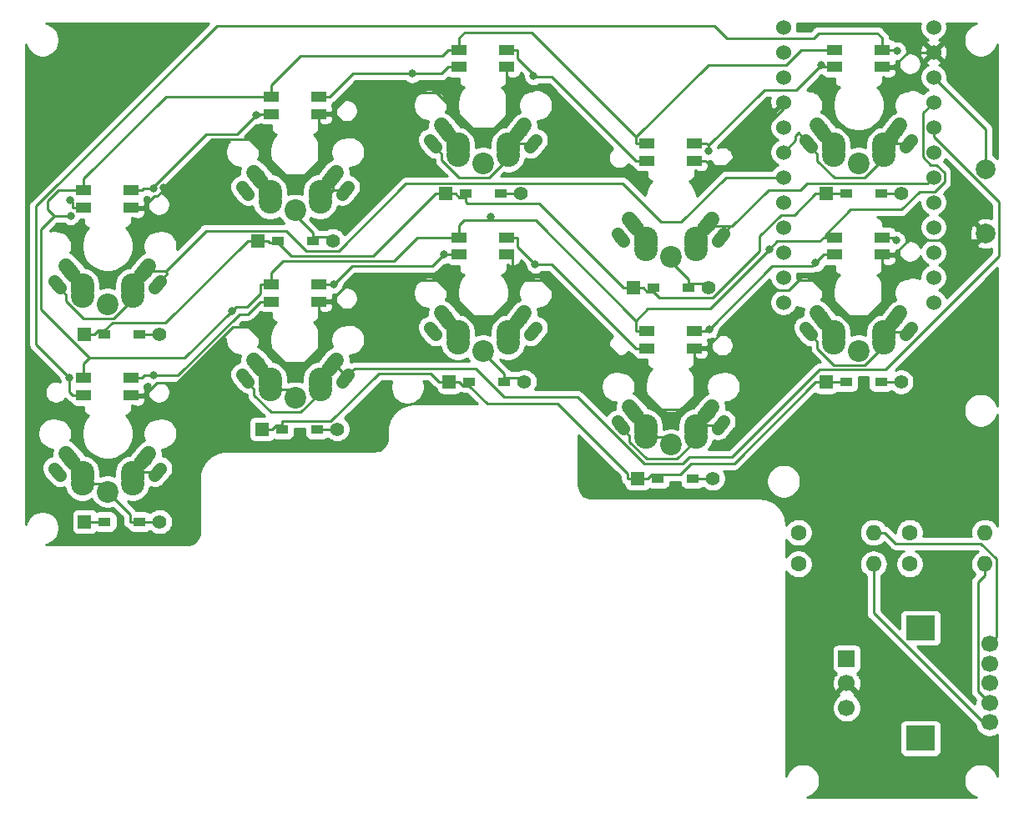
<source format=gbr>
G04 #@! TF.GenerationSoftware,KiCad,Pcbnew,(5.1.4)-1*
G04 #@! TF.CreationDate,2019-10-27T04:35:50+09:00*
G04 #@! TF.ProjectId,pps8,70707338-2e6b-4696-9361-645f70636258,rev?*
G04 #@! TF.SameCoordinates,Original*
G04 #@! TF.FileFunction,Copper,L1,Top*
G04 #@! TF.FilePolarity,Positive*
%FSLAX46Y46*%
G04 Gerber Fmt 4.6, Leading zero omitted, Abs format (unit mm)*
G04 Created by KiCad (PCBNEW (5.1.4)-1) date 2019-10-27 04:35:50*
%MOMM*%
%LPD*%
G04 APERTURE LIST*
%ADD10O,1.600000X1.600000*%
%ADD11C,1.600000*%
%ADD12R,1.600000X1.000000*%
%ADD13R,1.300000X0.950000*%
%ADD14C,1.397000*%
%ADD15R,1.397000X1.397000*%
%ADD16C,1.250000*%
%ADD17C,1.250000*%
%ADD18C,2.200000*%
%ADD19C,2.400000*%
%ADD20C,1.550000*%
%ADD21C,1.550000*%
%ADD22C,2.000000*%
%ADD23C,1.700000*%
%ADD24R,1.700000X1.700000*%
%ADD25R,3.000000X2.500000*%
%ADD26C,1.524000*%
%ADD27C,0.800000*%
%ADD28C,0.250000*%
%ADD29C,0.254000*%
G04 APERTURE END LIST*
D10*
X98020000Y-38100000D03*
D11*
X90400000Y-38100000D03*
X90400000Y-41300000D03*
D10*
X98020000Y-41300000D03*
X86720000Y-41300000D03*
D11*
X79100000Y-41300000D03*
D10*
X86720000Y-38100000D03*
D11*
X79100000Y-38100000D03*
D12*
X6600000Y-3375000D03*
X6600000Y-5125000D03*
X11400000Y-3375000D03*
X11400000Y-5125000D03*
X11400000Y-24175000D03*
X11400000Y-22425000D03*
X6600000Y-24175000D03*
X6600000Y-22425000D03*
D13*
X12275000Y-18000000D03*
D14*
X14310000Y-18000000D03*
D15*
X6690000Y-18000000D03*
D13*
X8725000Y-18000000D03*
X8725000Y-37000000D03*
D15*
X6690000Y-37000000D03*
D14*
X14310000Y-37000000D03*
D13*
X12275000Y-37000000D03*
D12*
X30450000Y4400000D03*
X30450000Y6150000D03*
X25650000Y4400000D03*
X25650000Y6150000D03*
X25650000Y-12900000D03*
X25650000Y-14650000D03*
X30450000Y-12900000D03*
X30450000Y-14650000D03*
D13*
X26275000Y-8475000D03*
D15*
X24240000Y-8475000D03*
D14*
X31860000Y-8475000D03*
D13*
X29825000Y-8475000D03*
X30275000Y-27600000D03*
D14*
X32310000Y-27600000D03*
D15*
X24690000Y-27600000D03*
D13*
X26725000Y-27600000D03*
D12*
X44700000Y10912500D03*
X44700000Y9162500D03*
X49500000Y10912500D03*
X49500000Y9162500D03*
X49500000Y-9887500D03*
X49500000Y-8137500D03*
X44700000Y-9887500D03*
X44700000Y-8137500D03*
D13*
X48875000Y-3712500D03*
D14*
X50910000Y-3712500D03*
D15*
X43290000Y-3712500D03*
D13*
X45325000Y-3712500D03*
X45725000Y-22800000D03*
D15*
X43690000Y-22800000D03*
D14*
X51310000Y-22800000D03*
D13*
X49275000Y-22800000D03*
D12*
X63750000Y1387500D03*
X63750000Y-362500D03*
X68550000Y1387500D03*
X68550000Y-362500D03*
X68550000Y-19412500D03*
X68550000Y-17662500D03*
X63750000Y-19412500D03*
X63750000Y-17662500D03*
D13*
X64375000Y-13237500D03*
D15*
X62340000Y-13237500D03*
D14*
X69960000Y-13237500D03*
D13*
X67925000Y-13237500D03*
X68375000Y-32600000D03*
D14*
X70410000Y-32600000D03*
D15*
X62790000Y-32600000D03*
D13*
X64825000Y-32600000D03*
D16*
X3900000Y-12900000D03*
D17*
X4205324Y-13263871D02*
X3594676Y-12536129D01*
D16*
X14100000Y-12900000D03*
D17*
X14405324Y-12536129D02*
X13794676Y-13263871D01*
D18*
X9000000Y-14900000D03*
D19*
X6460000Y-14080000D03*
D20*
X12810000Y-11540000D03*
D21*
X13211742Y-11061222D02*
X12408258Y-12018778D01*
D19*
X11540000Y-14080000D03*
D20*
X5190000Y-11540000D03*
D21*
X5591742Y-12018778D02*
X4788258Y-11061222D01*
D19*
X6460000Y-13500000D03*
X6460000Y-13000000D03*
X11540000Y-13000000D03*
X11540000Y-13500000D03*
X11540000Y-32550000D03*
X11540000Y-32050000D03*
X6460000Y-32050000D03*
X6460000Y-32550000D03*
D20*
X5190000Y-30590000D03*
D21*
X5591742Y-31068778D02*
X4788258Y-30111222D01*
D19*
X11540000Y-33130000D03*
D20*
X12810000Y-30590000D03*
D21*
X13211742Y-30111222D02*
X12408258Y-31068778D01*
D19*
X6460000Y-33130000D03*
D18*
X9000000Y-33950000D03*
D16*
X14100000Y-31950000D03*
D17*
X14405324Y-31586129D02*
X13794676Y-32313871D01*
D16*
X3900000Y-31950000D03*
D17*
X4205324Y-32313871D02*
X3594676Y-31586129D01*
D19*
X30590000Y-3975000D03*
X30590000Y-3475000D03*
X25510000Y-3475000D03*
X25510000Y-3975000D03*
D20*
X24240000Y-2015000D03*
D21*
X24641742Y-2493778D02*
X23838258Y-1536222D01*
D19*
X30590000Y-4555000D03*
D20*
X31860000Y-2015000D03*
D21*
X32261742Y-1536222D02*
X31458258Y-2493778D01*
D19*
X25510000Y-4555000D03*
D18*
X28050000Y-5375000D03*
D16*
X33150000Y-3375000D03*
D17*
X33455324Y-3011129D02*
X32844676Y-3738871D01*
D16*
X22950000Y-3375000D03*
D17*
X23255324Y-3738871D02*
X22644676Y-3011129D01*
D16*
X22950000Y-22425000D03*
D17*
X23255324Y-22788871D02*
X22644676Y-22061129D01*
D16*
X33150000Y-22425000D03*
D17*
X33455324Y-22061129D02*
X32844676Y-22788871D01*
D18*
X28050000Y-24425000D03*
D19*
X25510000Y-23605000D03*
D20*
X31860000Y-21065000D03*
D21*
X32261742Y-20586222D02*
X31458258Y-21543778D01*
D19*
X30590000Y-23605000D03*
D20*
X24240000Y-21065000D03*
D21*
X24641742Y-21543778D02*
X23838258Y-20586222D01*
D19*
X25510000Y-23025000D03*
X25510000Y-22525000D03*
X30590000Y-22525000D03*
X30590000Y-23025000D03*
D16*
X42000000Y1387500D03*
D17*
X42305324Y1023629D02*
X41694676Y1751371D01*
D16*
X52200000Y1387500D03*
D17*
X52505324Y1751371D02*
X51894676Y1023629D01*
D18*
X47100000Y-612500D03*
D19*
X44560000Y207500D03*
D20*
X50910000Y2747500D03*
D21*
X51311742Y3226278D02*
X50508258Y2268722D01*
D19*
X49640000Y207500D03*
D20*
X43290000Y2747500D03*
D21*
X43691742Y2268722D02*
X42888258Y3226278D01*
D19*
X44560000Y787500D03*
X44560000Y1287500D03*
X49640000Y1287500D03*
X49640000Y787500D03*
X49640000Y-18262500D03*
X49640000Y-17762500D03*
X44560000Y-17762500D03*
X44560000Y-18262500D03*
D20*
X43290000Y-16302500D03*
D21*
X43691742Y-16781278D02*
X42888258Y-15823722D01*
D19*
X49640000Y-18842500D03*
D20*
X50910000Y-16302500D03*
D21*
X51311742Y-15823722D02*
X50508258Y-16781278D01*
D19*
X44560000Y-18842500D03*
D18*
X47100000Y-19662500D03*
D16*
X52200000Y-17662500D03*
D17*
X52505324Y-17298629D02*
X51894676Y-18026371D01*
D16*
X42000000Y-17662500D03*
D17*
X42305324Y-18026371D02*
X41694676Y-17298629D01*
D19*
X68690000Y-8737500D03*
X68690000Y-8237500D03*
X63610000Y-8237500D03*
X63610000Y-8737500D03*
D20*
X62340000Y-6777500D03*
D21*
X62741742Y-7256278D02*
X61938258Y-6298722D01*
D19*
X68690000Y-9317500D03*
D20*
X69960000Y-6777500D03*
D21*
X70361742Y-6298722D02*
X69558258Y-7256278D01*
D19*
X63610000Y-9317500D03*
D18*
X66150000Y-10137500D03*
D16*
X71250000Y-8137500D03*
D17*
X71555324Y-7773629D02*
X70944676Y-8501371D01*
D16*
X61050000Y-8137500D03*
D17*
X61355324Y-8501371D02*
X60744676Y-7773629D01*
D16*
X61050000Y-27187500D03*
D17*
X61355324Y-27551371D02*
X60744676Y-26823629D01*
D16*
X71250000Y-27187500D03*
D17*
X71555324Y-26823629D02*
X70944676Y-27551371D01*
D18*
X66150000Y-29187500D03*
D19*
X63610000Y-28367500D03*
D20*
X69960000Y-25827500D03*
D21*
X70361742Y-25348722D02*
X69558258Y-26306278D01*
D19*
X68690000Y-28367500D03*
D20*
X62340000Y-25827500D03*
D21*
X62741742Y-26306278D02*
X61938258Y-25348722D01*
D19*
X63610000Y-27787500D03*
X63610000Y-27287500D03*
X68690000Y-27287500D03*
X68690000Y-27787500D03*
D22*
X98100000Y-7750000D03*
X98100000Y-1250000D03*
D23*
X98500000Y-57400000D03*
X98500000Y-49400000D03*
X98500000Y-53400000D03*
D24*
X84000000Y-50900000D03*
D23*
X84000000Y-53400000D03*
X84000000Y-55900000D03*
D25*
X91500000Y-47800000D03*
X91500000Y-59000000D03*
D23*
X98500000Y-51400000D03*
X98500000Y-55400000D03*
D26*
X77588600Y13208000D03*
X77588600Y10668000D03*
X77588600Y8128000D03*
X77588600Y5588000D03*
X77588600Y3048000D03*
X77588600Y508000D03*
X77588600Y-2032000D03*
X77588600Y-4572000D03*
X77588600Y-7112000D03*
X77588600Y-9652000D03*
X77588600Y-12192000D03*
X77588600Y-14732000D03*
X92808600Y-14732000D03*
X92808600Y-12192000D03*
X92808600Y-9652000D03*
X92808600Y-7112000D03*
X92808600Y-4572000D03*
X92808600Y-2032000D03*
X92808600Y508000D03*
X92808600Y3048000D03*
X92808600Y5588000D03*
X92808600Y8128000D03*
X92808600Y10668000D03*
X92808600Y13208000D03*
D13*
X87475000Y-3712500D03*
D14*
X89510000Y-3712500D03*
D15*
X81890000Y-3712500D03*
D13*
X83925000Y-3712500D03*
X83925000Y-22800000D03*
D15*
X81890000Y-22800000D03*
D14*
X89510000Y-22800000D03*
D13*
X87475000Y-22800000D03*
D12*
X87600000Y9162500D03*
X87600000Y10912500D03*
X82800000Y9162500D03*
X82800000Y10912500D03*
X82800000Y-8137500D03*
X82800000Y-9887500D03*
X87600000Y-8137500D03*
X87600000Y-9887500D03*
D19*
X87740000Y787500D03*
X87740000Y1287500D03*
X82660000Y1287500D03*
X82660000Y787500D03*
D20*
X81390000Y2747500D03*
D21*
X81791742Y2268722D02*
X80988258Y3226278D01*
D19*
X87740000Y207500D03*
D20*
X89010000Y2747500D03*
D21*
X89411742Y3226278D02*
X88608258Y2268722D01*
D19*
X82660000Y207500D03*
D18*
X85200000Y-612500D03*
D16*
X90300000Y1387500D03*
D17*
X90605324Y1751371D02*
X89994676Y1023629D01*
D16*
X80100000Y1387500D03*
D17*
X80405324Y1023629D02*
X79794676Y1751371D01*
D16*
X80100000Y-17662500D03*
D17*
X80405324Y-18026371D02*
X79794676Y-17298629D01*
D16*
X90300000Y-17662500D03*
D17*
X90605324Y-17298629D02*
X89994676Y-18026371D01*
D18*
X85200000Y-19662500D03*
D19*
X82660000Y-18842500D03*
D20*
X89010000Y-16302500D03*
D21*
X89411742Y-15823722D02*
X88608258Y-16781278D01*
D19*
X87740000Y-18842500D03*
D20*
X81390000Y-16302500D03*
D21*
X81791742Y-16781278D02*
X80988258Y-15823722D01*
D19*
X82660000Y-18262500D03*
X82660000Y-17762500D03*
X87740000Y-17762500D03*
X87740000Y-18262500D03*
D27*
X47873300Y-6012400D03*
X21605300Y-15608300D03*
X5268600Y-5949700D03*
X76194900Y-9313300D03*
X5257400Y-4318500D03*
X24090000Y4292400D03*
X13652900Y-3200700D03*
X14669000Y-3087700D03*
X13712700Y-22168200D03*
X69968200Y646800D03*
X81395200Y9360800D03*
X39909500Y8470700D03*
X43140000Y-9887500D03*
X31944600Y-12900000D03*
X52235700Y8252900D03*
X52419900Y-10854700D03*
X70048400Y-17441200D03*
X80851000Y-10711200D03*
X5169100Y-22425000D03*
X89101900Y10792900D03*
X89013400Y-8425600D03*
D28*
X25650000Y-12900000D02*
X24524700Y-12900000D01*
X21605300Y-15608300D02*
X22057800Y-15155800D01*
X22057800Y-15155800D02*
X23170400Y-15155800D01*
X23170400Y-15155800D02*
X24524700Y-13801500D01*
X24524700Y-13801500D02*
X24524700Y-12900000D01*
X7160400Y-20370800D02*
X16842800Y-20370800D01*
X16842800Y-20370800D02*
X21605300Y-15608300D01*
X44700000Y-8137500D02*
X40446800Y-8137500D01*
X40446800Y-8137500D02*
X38059000Y-10525300D01*
X38059000Y-10525300D02*
X26837300Y-10525300D01*
X26837300Y-10525300D02*
X25650000Y-11712600D01*
X25650000Y-11712600D02*
X25650000Y-12900000D01*
X44700000Y-8137500D02*
X44700000Y-6921900D01*
X44700000Y-6921900D02*
X45206300Y-6415600D01*
X45206300Y-6415600D02*
X47873300Y-6415600D01*
X7160400Y-20370800D02*
X2219700Y-15430100D01*
X2219700Y-15430100D02*
X2219700Y-7312800D01*
X2219700Y-7312800D02*
X3582800Y-5949700D01*
X7160400Y-20370800D02*
X6600000Y-20931200D01*
X6600000Y-20931200D02*
X6600000Y-22425000D01*
X6600000Y-3375000D02*
X6600000Y-2183100D01*
X6600000Y-2183100D02*
X14933100Y6150000D01*
X14933100Y6150000D02*
X25650000Y6150000D01*
X47873300Y-6415600D02*
X52433000Y-6415600D01*
X52433000Y-6415600D02*
X62624700Y-16607300D01*
X47873300Y-6415600D02*
X47873300Y-6012400D01*
X62624700Y-16607300D02*
X62624700Y-17662500D01*
X76194900Y-9313300D02*
X70120200Y-15388000D01*
X70120200Y-15388000D02*
X63844000Y-15388000D01*
X63844000Y-15388000D02*
X62624700Y-16607300D01*
X3582800Y-5949700D02*
X5268600Y-5949700D01*
X6600000Y-3375000D02*
X3997900Y-3375000D01*
X3997900Y-3375000D02*
X2911200Y-4461700D01*
X2911200Y-4461700D02*
X2911200Y-5278100D01*
X2911200Y-5278100D02*
X3582800Y-5949700D01*
X63750000Y-17662500D02*
X62624700Y-17662500D01*
X81674700Y-8137500D02*
X81275300Y-8536900D01*
X81275300Y-8536900D02*
X76971300Y-8536900D01*
X76971300Y-8536900D02*
X76194900Y-9313300D01*
X81804100Y-8137500D02*
X81804100Y-7916000D01*
X81804100Y-7916000D02*
X84411200Y-5308900D01*
X84411200Y-5308900D02*
X89555700Y-5308900D01*
X89555700Y-5308900D02*
X91380000Y-3484600D01*
X91380000Y-3484600D02*
X92953500Y-3484600D01*
X92953500Y-3484600D02*
X93910000Y-2528100D01*
X93910000Y-2528100D02*
X93910000Y-1574800D01*
X93910000Y-1574800D02*
X93097200Y-762000D01*
X93097200Y-762000D02*
X92495100Y-762000D01*
X92495100Y-762000D02*
X91721200Y11900D01*
X91721200Y11900D02*
X91721200Y4500600D01*
X91721200Y4500600D02*
X92808600Y5588000D01*
X81804100Y-8137500D02*
X81674700Y-8137500D01*
X82800000Y-8137500D02*
X81804100Y-8137500D01*
X81674700Y10912500D02*
X79371000Y10912500D01*
X79371000Y10912500D02*
X77856500Y9398000D01*
X77856500Y9398000D02*
X69953200Y9398000D01*
X69953200Y9398000D02*
X62624700Y2069500D01*
X82800000Y10912500D02*
X81674700Y10912500D01*
X62624700Y2069500D02*
X62624700Y1387500D01*
X62624700Y2069500D02*
X52034100Y12660100D01*
X52034100Y12660100D02*
X45225500Y12660100D01*
X45225500Y12660100D02*
X44700000Y12134600D01*
X44700000Y12134600D02*
X44700000Y10912500D01*
X25650000Y6150000D02*
X25650000Y7335900D01*
X25650000Y7335900D02*
X28627000Y10312900D01*
X28627000Y10312900D02*
X42975100Y10312900D01*
X42975100Y10312900D02*
X43574700Y10912500D01*
X44700000Y10912500D02*
X43574700Y10912500D01*
X63750000Y1387500D02*
X62624700Y1387500D01*
X5474700Y-5125000D02*
X5474700Y-4535800D01*
X5474700Y-4535800D02*
X5257400Y-4318500D01*
X6600000Y-5125000D02*
X5474700Y-5125000D01*
X24090000Y4292400D02*
X22146500Y2348900D01*
X22146500Y2348900D02*
X19033100Y2348900D01*
X19033100Y2348900D02*
X13652900Y-3031300D01*
X13652900Y-3031300D02*
X13652900Y-3200700D01*
X24090000Y4292400D02*
X24417100Y4292400D01*
X24417100Y4292400D02*
X24524700Y4400000D01*
X25650000Y4400000D02*
X24524700Y4400000D01*
X12525300Y-3375000D02*
X12699600Y-3200700D01*
X12699600Y-3200700D02*
X13652900Y-3200700D01*
X11400000Y-3375000D02*
X12525300Y-3375000D01*
X68550000Y-362500D02*
X69675300Y-362500D01*
X77588600Y5588000D02*
X77588600Y4957400D01*
X77588600Y4957400D02*
X71728100Y-903100D01*
X71728100Y-903100D02*
X70215900Y-903100D01*
X70215900Y-903100D02*
X69675300Y-362500D01*
X11400000Y-24175000D02*
X12727100Y-24175000D01*
X12727100Y-24175000D02*
X14008600Y-22893500D01*
X14008600Y-22893500D02*
X16065700Y-22893500D01*
X16065700Y-22893500D02*
X21717300Y-17241900D01*
X21717300Y-17241900D02*
X23363000Y-17241900D01*
X23363000Y-17241900D02*
X26973400Y-20852300D01*
X26973400Y-20852300D02*
X29020700Y-20852300D01*
X29020700Y-20852300D02*
X30450000Y-19423000D01*
X30450000Y-19423000D02*
X30450000Y-14650000D01*
X69675300Y-19412500D02*
X75625800Y-13462000D01*
X75625800Y-13462000D02*
X78149500Y-13462000D01*
X78149500Y-13462000D02*
X79136100Y-12475400D01*
X79136100Y-12475400D02*
X80612400Y-12475400D01*
X80612400Y-12475400D02*
X84238600Y-16101600D01*
X84238600Y-16101600D02*
X86185200Y-16101600D01*
X86185200Y-16101600D02*
X87600000Y-14686800D01*
X87600000Y-14686800D02*
X87600000Y-9887500D01*
X50062700Y-9887500D02*
X50062700Y-12457200D01*
X68550000Y-19412500D02*
X69675300Y-19412500D01*
X68550000Y-19412500D02*
X68550000Y-24211800D01*
X68550000Y-24211800D02*
X67147000Y-25614800D01*
X67147000Y-25614800D02*
X65173000Y-25614800D01*
X65173000Y-25614800D02*
X63474600Y-23916400D01*
X63474600Y-23916400D02*
X63474600Y-22829300D01*
X63474600Y-22829300D02*
X53102500Y-12457200D01*
X53102500Y-12457200D02*
X50062700Y-12457200D01*
X88725300Y9162500D02*
X90230800Y10668000D01*
X90230800Y10668000D02*
X92808600Y10668000D01*
X87600000Y9162500D02*
X88725300Y9162500D01*
X50062700Y-12457200D02*
X50062700Y-14156700D01*
X50062700Y-14156700D02*
X48116500Y-16102900D01*
X48116500Y-16102900D02*
X46107500Y-16102900D01*
X46107500Y-16102900D02*
X42480800Y-12476200D01*
X42480800Y-12476200D02*
X33749100Y-12476200D01*
X33749100Y-12476200D02*
X31575300Y-14650000D01*
X14669000Y-3087700D02*
X19592100Y1835400D01*
X19592100Y1835400D02*
X23450900Y1835400D01*
X23450900Y1835400D02*
X27088600Y-1802300D01*
X27088600Y-1802300D02*
X29020700Y-1802300D01*
X29020700Y-1802300D02*
X30450000Y-373000D01*
X30450000Y-373000D02*
X30450000Y4400000D01*
X11400000Y-5125000D02*
X12616300Y-5125000D01*
X12616300Y-5125000D02*
X13766700Y-3974600D01*
X13766700Y-3974600D02*
X14003900Y-3974600D01*
X14003900Y-3974600D02*
X14669000Y-3309500D01*
X14669000Y-3309500D02*
X14669000Y-3087700D01*
X31575300Y4400000D02*
X33754700Y6579400D01*
X33754700Y6579400D02*
X42404200Y6579400D01*
X42404200Y6579400D02*
X46023400Y2960200D01*
X46023400Y2960200D02*
X48190500Y2960200D01*
X48190500Y2960200D02*
X49500000Y4269700D01*
X49500000Y4269700D02*
X49500000Y9162500D01*
X30450000Y-14650000D02*
X31575300Y-14650000D01*
X49500000Y-9887500D02*
X50062700Y-9887500D01*
X87600000Y-9887500D02*
X88819100Y-9887500D01*
X88819100Y-9887500D02*
X90324600Y-8382000D01*
X90324600Y-8382000D02*
X97468000Y-8382000D01*
X97468000Y-8382000D02*
X98100000Y-7750000D01*
X30450000Y4400000D02*
X31575300Y4400000D01*
X13712700Y-22168200D02*
X16127000Y-22168200D01*
X16127000Y-22168200D02*
X22369600Y-15925600D01*
X22369600Y-15925600D02*
X23249100Y-15925600D01*
X23249100Y-15925600D02*
X24524700Y-14650000D01*
X12525300Y-22425000D02*
X12782100Y-22168200D01*
X12782100Y-22168200D02*
X13712700Y-22168200D01*
X25650000Y-14650000D02*
X24524700Y-14650000D01*
X11400000Y-22425000D02*
X12525300Y-22425000D01*
X69968200Y1189900D02*
X69968200Y646800D01*
X69675300Y1387500D02*
X69770600Y1387500D01*
X69770600Y1387500D02*
X69968200Y1189900D01*
X81395200Y9360800D02*
X78892400Y6858000D01*
X78892400Y6858000D02*
X75636300Y6858000D01*
X75636300Y6858000D02*
X69968200Y1189900D01*
X81787300Y9162500D02*
X81593500Y9162500D01*
X81593500Y9162500D02*
X81395200Y9360800D01*
X68550000Y1387500D02*
X69675300Y1387500D01*
X82800000Y9162500D02*
X81787300Y9162500D01*
X14310000Y-18000000D02*
X12275000Y-18000000D01*
X42266200Y-3712500D02*
X35957900Y-10020800D01*
X35957900Y-10020800D02*
X27621200Y-10020800D01*
X27621200Y-10020800D02*
X26275000Y-8674600D01*
X43290000Y-3712500D02*
X42266200Y-3712500D01*
X64375000Y-13637600D02*
X65020500Y-14283100D01*
X65020500Y-14283100D02*
X70416300Y-14283100D01*
X70416300Y-14283100D02*
X75164800Y-9534600D01*
X75164800Y-9534600D02*
X75164800Y-7994000D01*
X75164800Y-7994000D02*
X77316800Y-5842000D01*
X77316800Y-5842000D02*
X78736700Y-5842000D01*
X78736700Y-5842000D02*
X80866200Y-3712500D01*
X43290000Y-3712500D02*
X44313800Y-3712500D01*
X45325000Y-4112600D02*
X44713900Y-4112600D01*
X44713900Y-4112600D02*
X44313800Y-3712500D01*
X45325000Y-4112600D02*
X45325000Y-4512800D01*
X45325000Y-3712500D02*
X45325000Y-4112600D01*
X25263800Y-8475000D02*
X25463400Y-8674600D01*
X25463400Y-8674600D02*
X26275000Y-8674600D01*
X24240000Y-8475000D02*
X25263800Y-8475000D01*
X26275000Y-8475000D02*
X26275000Y-8674600D01*
X24240000Y-8475000D02*
X23216200Y-8475000D01*
X23216200Y-8475000D02*
X14877900Y-16813300D01*
X14877900Y-16813300D02*
X9511500Y-16813300D01*
X9511500Y-16813300D02*
X8725000Y-17599800D01*
X6690000Y-18000000D02*
X7713800Y-18000000D01*
X8725000Y-17599800D02*
X8114000Y-17599800D01*
X8114000Y-17599800D02*
X7713800Y-18000000D01*
X8725000Y-18000000D02*
X8725000Y-17599800D01*
X81890000Y-3712500D02*
X80866200Y-3712500D01*
X83925000Y-3712500D02*
X81890000Y-3712500D01*
X62340000Y-13237500D02*
X63363800Y-13237500D01*
X64375000Y-13637600D02*
X63763900Y-13637600D01*
X63763900Y-13637600D02*
X63363800Y-13237500D01*
X64375000Y-13237500D02*
X64375000Y-13637600D01*
X61316200Y-13237500D02*
X52815100Y-4736400D01*
X52815100Y-4736400D02*
X45548600Y-4736400D01*
X45548600Y-4736400D02*
X45325000Y-4512800D01*
X62340000Y-13237500D02*
X61316200Y-13237500D01*
X12275000Y-37000000D02*
X11299700Y-37000000D01*
X9000000Y-33950000D02*
X11299700Y-36249700D01*
X11299700Y-36249700D02*
X11299700Y-37000000D01*
X6460000Y-33130000D02*
X8180000Y-33130000D01*
X8180000Y-33130000D02*
X9000000Y-33950000D01*
X12275000Y-37000000D02*
X14310000Y-37000000D01*
X39909500Y8470700D02*
X33896000Y8470700D01*
X33896000Y8470700D02*
X31575300Y6150000D01*
X39909500Y8470700D02*
X42882900Y8470700D01*
X42882900Y8470700D02*
X43574700Y9162500D01*
X44700000Y9162500D02*
X43574700Y9162500D01*
X30450000Y6150000D02*
X31575300Y6150000D01*
X31944600Y-12900000D02*
X33805000Y-11039600D01*
X33805000Y-11039600D02*
X41987900Y-11039600D01*
X41987900Y-11039600D02*
X43140000Y-9887500D01*
X43140000Y-9887500D02*
X43574700Y-9887500D01*
X44700000Y-9887500D02*
X43574700Y-9887500D01*
X31944600Y-12900000D02*
X31575300Y-12900000D01*
X30450000Y-12900000D02*
X31575300Y-12900000D01*
X29825000Y-8074800D02*
X31459800Y-8074800D01*
X31459800Y-8074800D02*
X31860000Y-8475000D01*
X29825000Y-8074800D02*
X29825000Y-7674700D01*
X29825000Y-8475000D02*
X29825000Y-8074800D01*
X28050000Y-5375000D02*
X28050000Y-5899700D01*
X28050000Y-5899700D02*
X29825000Y-7674700D01*
X25510000Y-23605000D02*
X27230000Y-23605000D01*
X27230000Y-23605000D02*
X28050000Y-24425000D01*
X32310000Y-27600000D02*
X30275000Y-27600000D01*
X52301900Y8319100D02*
X50625300Y9995600D01*
X50625300Y9995600D02*
X50625300Y10912500D01*
X62624700Y-362500D02*
X54104400Y8157800D01*
X54104400Y8157800D02*
X52463100Y8157800D01*
X52463100Y8157800D02*
X52301900Y8319100D01*
X52301900Y8319100D02*
X52235700Y8252900D01*
X49500000Y10912500D02*
X50625300Y10912500D01*
X63750000Y-362500D02*
X62624700Y-362500D01*
X49500000Y-8137500D02*
X50625300Y-8137500D01*
X52419900Y-10854700D02*
X50625300Y-9060100D01*
X50625300Y-9060100D02*
X50625300Y-8137500D01*
X62624700Y-19412500D02*
X54066900Y-10854700D01*
X54066900Y-10854700D02*
X52419900Y-10854700D01*
X63750000Y-19412500D02*
X62624700Y-19412500D01*
X50910000Y-3712500D02*
X48875000Y-3712500D01*
X47100000Y-19662500D02*
X47100000Y-19824700D01*
X47100000Y-19824700D02*
X49275000Y-21999700D01*
X49275000Y-22399800D02*
X50909800Y-22399800D01*
X50909800Y-22399800D02*
X51310000Y-22800000D01*
X49275000Y-22399800D02*
X49275000Y-21999700D01*
X49275000Y-22800000D02*
X49275000Y-22399800D01*
X70048400Y-17441200D02*
X76437900Y-11051700D01*
X76437900Y-11051700D02*
X80510500Y-11051700D01*
X80510500Y-11051700D02*
X80851000Y-10711200D01*
X70048400Y-17441200D02*
X69896600Y-17441200D01*
X69896600Y-17441200D02*
X69675300Y-17662500D01*
X68550000Y-17662500D02*
X69675300Y-17662500D01*
X80851000Y-10711200D02*
X81674700Y-9887500D01*
X82800000Y-9887500D02*
X81674700Y-9887500D01*
X66150000Y-10137500D02*
X66150000Y-10662200D01*
X66150000Y-10662200D02*
X67925000Y-12437200D01*
X67925000Y-12837300D02*
X69559800Y-12837300D01*
X69559800Y-12837300D02*
X69960000Y-13237500D01*
X67925000Y-12837300D02*
X67925000Y-12437200D01*
X67925000Y-13237500D02*
X67925000Y-12837300D01*
X70410000Y-32600000D02*
X68375000Y-32600000D01*
X63610000Y-28367500D02*
X65330000Y-28367500D01*
X65330000Y-28367500D02*
X66150000Y-29187500D01*
X77588600Y-2032000D02*
X71759400Y-2032000D01*
X71759400Y-2032000D02*
X67226600Y-6564800D01*
X67226600Y-6564800D02*
X65175000Y-6564800D01*
X65175000Y-6564800D02*
X61298800Y-2688600D01*
X61298800Y-2688600D02*
X39288300Y-2688600D01*
X39288300Y-2688600D02*
X32471000Y-9505900D01*
X32471000Y-9505900D02*
X29216500Y-9505900D01*
X29216500Y-9505900D02*
X27161700Y-7451100D01*
X27161700Y-7451100D02*
X19005000Y-7451100D01*
X19005000Y-7451100D02*
X14916100Y-11540000D01*
X12810000Y-11540000D02*
X11675300Y-12892200D01*
X11540000Y-13000000D02*
X11647900Y-12892100D01*
X11647900Y-12892100D02*
X11675200Y-12892100D01*
X11675200Y-12892100D02*
X11675300Y-12892200D01*
X14100000Y-12900000D02*
X15038400Y-11781800D01*
X14916100Y-11540000D02*
X14916100Y-11659500D01*
X14916100Y-11659500D02*
X15038400Y-11781800D01*
X14916100Y-11540000D02*
X12810000Y-11540000D01*
X4838400Y-14018200D02*
X4838300Y-14018300D01*
X4838300Y-14018300D02*
X4838300Y-14640500D01*
X4838300Y-14640500D02*
X6560700Y-16362900D01*
X6560700Y-16362900D02*
X9622200Y-16362900D01*
X9622200Y-16362900D02*
X11540000Y-14445100D01*
X11540000Y-14445100D02*
X11540000Y-14080000D01*
X3900000Y-12900000D02*
X4838400Y-14018200D01*
X14100000Y-31950000D02*
X11640000Y-31950000D01*
X11640000Y-31950000D02*
X11540000Y-32050000D01*
X33286600Y-22262200D02*
X34066400Y-21482400D01*
X34066400Y-21482400D02*
X46349900Y-21482400D01*
X46349900Y-21482400D02*
X49223500Y-24356000D01*
X49223500Y-24356000D02*
X56715900Y-24356000D01*
X56715900Y-24356000D02*
X63446300Y-31086400D01*
X63446300Y-31086400D02*
X67381300Y-31086400D01*
X67381300Y-31086400D02*
X68044100Y-30423600D01*
X68044100Y-30423600D02*
X72365500Y-30423600D01*
X72365500Y-30423600D02*
X81242800Y-21546300D01*
X81242800Y-21546300D02*
X87905200Y-21546300D01*
X87905200Y-21546300D02*
X99438200Y-10013300D01*
X99438200Y-10013300D02*
X99438200Y-4563100D01*
X99438200Y-4563100D02*
X92808600Y2066500D01*
X92808600Y2066500D02*
X92808600Y3048000D01*
X31860000Y-21065000D02*
X32089400Y-21065000D01*
X32089400Y-21065000D02*
X33286600Y-22262200D01*
X31860000Y-21065000D02*
X30725300Y-22417200D01*
X30590000Y-22525000D02*
X30697900Y-22417100D01*
X30697900Y-22417100D02*
X30725200Y-22417100D01*
X30725200Y-22417100D02*
X30725300Y-22417200D01*
X33150000Y-22425000D02*
X33286600Y-22262200D01*
X31860000Y-3375000D02*
X31860000Y-2015000D01*
X30590000Y-3475000D02*
X31760000Y-3475000D01*
X31760000Y-3475000D02*
X31860000Y-3375000D01*
X31860000Y-3375000D02*
X33150000Y-3375000D01*
X22950000Y-22425000D02*
X23888400Y-23543200D01*
X30590000Y-23605000D02*
X30590000Y-23912700D01*
X30590000Y-23912700D02*
X28605900Y-25896800D01*
X28605900Y-25896800D02*
X25628800Y-25896800D01*
X25628800Y-25896800D02*
X23888300Y-24156300D01*
X23888300Y-24156300D02*
X23888300Y-23543300D01*
X23888300Y-23543300D02*
X23888400Y-23543200D01*
X49775200Y1395400D02*
X52192100Y1395400D01*
X52192100Y1395400D02*
X52200000Y1387500D01*
X49775200Y1395400D02*
X49775300Y1395300D01*
X49640000Y1287500D02*
X49747900Y1395400D01*
X49747900Y1395400D02*
X49775200Y1395400D01*
X42000000Y1387500D02*
X42938400Y269300D01*
X42938400Y269300D02*
X42938300Y269200D01*
X42938300Y269200D02*
X42938300Y-334800D01*
X42938300Y-334800D02*
X44641400Y-2037900D01*
X44641400Y-2037900D02*
X47727400Y-2037900D01*
X47727400Y-2037900D02*
X49640000Y-125300D01*
X49640000Y-125300D02*
X49640000Y207500D01*
X50910000Y2747500D02*
X49775300Y1395300D01*
X72188400Y-7019300D02*
X70201800Y-7019300D01*
X70201800Y-7019300D02*
X69960000Y-6777500D01*
X92808600Y-2032000D02*
X92152000Y-2688600D01*
X92152000Y-2688600D02*
X79951900Y-2688600D01*
X79951900Y-2688600D02*
X79338500Y-3302000D01*
X79338500Y-3302000D02*
X76085500Y-3302000D01*
X76085500Y-3302000D02*
X72368200Y-7019300D01*
X72368200Y-7019300D02*
X72188400Y-7019300D01*
X71250000Y-8137500D02*
X72188400Y-7019300D01*
X61050000Y-27187500D02*
X61988400Y-28305700D01*
X68690000Y-28367500D02*
X68690000Y-28747400D01*
X68690000Y-28747400D02*
X66801400Y-30636000D01*
X66801400Y-30636000D02*
X63718500Y-30636000D01*
X63718500Y-30636000D02*
X61988300Y-28905800D01*
X61988300Y-28905800D02*
X61988300Y-28305800D01*
X61988300Y-28305800D02*
X61988400Y-28305700D01*
X68690000Y-27287500D02*
X68690000Y-27787500D01*
X68825200Y-27179600D02*
X68797900Y-27179600D01*
X68797900Y-27179600D02*
X68690000Y-27287500D01*
X68825200Y-27179600D02*
X71242100Y-27179600D01*
X71242100Y-27179600D02*
X71250000Y-27187500D01*
X68825300Y-27179700D02*
X68825200Y-27179600D01*
X69960000Y-25827500D02*
X68825300Y-27179700D01*
X92808600Y8128000D02*
X98100000Y2836600D01*
X98100000Y2836600D02*
X98100000Y-1250000D01*
X80100000Y-17662500D02*
X81038400Y-18780700D01*
X87740000Y-18842500D02*
X87740000Y-19148700D01*
X87740000Y-19148700D02*
X85800800Y-21087900D01*
X85800800Y-21087900D02*
X82713300Y-21087900D01*
X82713300Y-21087900D02*
X81038300Y-19412900D01*
X81038300Y-19412900D02*
X81038300Y-18780800D01*
X81038300Y-18780800D02*
X81038400Y-18780700D01*
X26725000Y-26799700D02*
X31662300Y-26799700D01*
X31662300Y-26799700D02*
X36529200Y-21932800D01*
X36529200Y-21932800D02*
X41799000Y-21932800D01*
X41799000Y-21932800D02*
X42666200Y-22800000D01*
X64825000Y-32199800D02*
X67129700Y-32199800D01*
X67129700Y-32199800D02*
X68243100Y-31086400D01*
X68243100Y-31086400D02*
X72579800Y-31086400D01*
X72579800Y-31086400D02*
X80866200Y-22800000D01*
X80100000Y1387500D02*
X81038400Y269300D01*
X87740000Y207500D02*
X87740000Y-156600D01*
X87740000Y-156600D02*
X85831000Y-2065600D01*
X85831000Y-2065600D02*
X82765800Y-2065600D01*
X82765800Y-2065600D02*
X81038300Y-338100D01*
X81038300Y-338100D02*
X81038300Y269200D01*
X81038300Y269200D02*
X81038400Y269300D01*
X80100000Y1387500D02*
X79161600Y2505700D01*
X79161600Y2505700D02*
X78813700Y2157800D01*
X78813700Y2157800D02*
X78813700Y1733100D01*
X78813700Y1733100D02*
X77588600Y508000D01*
X87740000Y-17762500D02*
X90200000Y-17762500D01*
X90200000Y-17762500D02*
X90300000Y-17662500D01*
X81890000Y-22800000D02*
X80866200Y-22800000D01*
X81890000Y-22800000D02*
X83925000Y-22800000D01*
X62790000Y-32600000D02*
X63813800Y-32600000D01*
X64825000Y-32199800D02*
X64214000Y-32199800D01*
X64214000Y-32199800D02*
X63813800Y-32600000D01*
X64825000Y-32600000D02*
X64825000Y-32199800D01*
X89010000Y1387500D02*
X87840000Y1387500D01*
X87840000Y1387500D02*
X87740000Y1287500D01*
X90300000Y1387500D02*
X89010000Y1387500D01*
X89010000Y1387500D02*
X89010000Y2747500D01*
X6690000Y-37000000D02*
X8725000Y-37000000D01*
X62790000Y-32600000D02*
X61766200Y-32600000D01*
X61766200Y-32600000D02*
X61766200Y-32088100D01*
X61766200Y-32088100D02*
X54698100Y-25020000D01*
X54698100Y-25020000D02*
X47544900Y-25020000D01*
X47544900Y-25020000D02*
X45725000Y-23200100D01*
X43690000Y-22800000D02*
X44713800Y-22800000D01*
X45725000Y-23200100D02*
X45113900Y-23200100D01*
X45113900Y-23200100D02*
X44713800Y-22800000D01*
X45725000Y-22800000D02*
X45725000Y-23200100D01*
X24690000Y-27600000D02*
X25713800Y-27600000D01*
X26725000Y-27199800D02*
X26114000Y-27199800D01*
X26114000Y-27199800D02*
X25713800Y-27600000D01*
X26725000Y-27199800D02*
X26725000Y-26799700D01*
X26725000Y-27600000D02*
X26725000Y-27199800D01*
X43690000Y-22800000D02*
X42666200Y-22800000D01*
X86720000Y-38100000D02*
X87845300Y-38100000D01*
X98500000Y-49400000D02*
X99200300Y-48699700D01*
X99200300Y-48699700D02*
X99200300Y-40793000D01*
X99200300Y-40793000D02*
X97632600Y-39225300D01*
X97632600Y-39225300D02*
X88970600Y-39225300D01*
X88970600Y-39225300D02*
X87845300Y-38100000D01*
X98020000Y-41300000D02*
X98020000Y-42425300D01*
X98500000Y-55400000D02*
X97320000Y-54220000D01*
X97320000Y-54220000D02*
X97320000Y-43125300D01*
X97320000Y-43125300D02*
X98020000Y-42425300D01*
X86720000Y-41300000D02*
X86720000Y-46299700D01*
X86720000Y-46299700D02*
X97820300Y-57400000D01*
X97820300Y-57400000D02*
X98500000Y-57400000D01*
X5169100Y-22425000D02*
X5169100Y-23869400D01*
X5169100Y-23869400D02*
X5474700Y-24175000D01*
X87600000Y10912500D02*
X87600000Y12135200D01*
X87600000Y12135200D02*
X87119700Y12615500D01*
X87119700Y12615500D02*
X81144900Y12615500D01*
X81144900Y12615500D02*
X80636800Y12107400D01*
X80636800Y12107400D02*
X71842000Y12107400D01*
X71842000Y12107400D02*
X70595800Y13353600D01*
X70595800Y13353600D02*
X20087300Y13353600D01*
X20087300Y13353600D02*
X1769300Y-4964400D01*
X1769300Y-4964400D02*
X1769300Y-19025200D01*
X1769300Y-19025200D02*
X5169100Y-22425000D01*
X6600000Y-24175000D02*
X5474700Y-24175000D01*
X87600000Y10912500D02*
X88982300Y10912500D01*
X88982300Y10912500D02*
X89101900Y10792900D01*
X89510000Y-3712500D02*
X87475000Y-3712500D01*
X89510000Y-22800000D02*
X87475000Y-22800000D01*
X89013400Y-8425600D02*
X88725300Y-8137500D01*
X87600000Y-8137500D02*
X88725300Y-8137500D01*
D29*
G36*
X99290000Y-25302889D02*
G01*
X99268325Y-25193919D01*
X99137537Y-24878169D01*
X98947663Y-24594002D01*
X98705998Y-24352337D01*
X98421831Y-24162463D01*
X98106081Y-24031675D01*
X97770883Y-23965000D01*
X97429117Y-23965000D01*
X97093919Y-24031675D01*
X96778169Y-24162463D01*
X96494002Y-24352337D01*
X96252337Y-24594002D01*
X96062463Y-24878169D01*
X95931675Y-25193919D01*
X95865000Y-25529117D01*
X95865000Y-25870883D01*
X95931675Y-26206081D01*
X96062463Y-26521831D01*
X96252337Y-26805998D01*
X96494002Y-27047663D01*
X96778169Y-27237537D01*
X97093919Y-27368325D01*
X97429117Y-27435000D01*
X97770883Y-27435000D01*
X98106081Y-27368325D01*
X98421831Y-27237537D01*
X98705998Y-27047663D01*
X98947663Y-26805998D01*
X99137537Y-26521831D01*
X99268325Y-26206081D01*
X99290001Y-26097111D01*
X99290001Y-37431859D01*
X99218932Y-37298899D01*
X99039608Y-37080392D01*
X98821101Y-36901068D01*
X98571808Y-36767818D01*
X98301309Y-36685764D01*
X98090492Y-36665000D01*
X97949508Y-36665000D01*
X97738691Y-36685764D01*
X97468192Y-36767818D01*
X97218899Y-36901068D01*
X97000392Y-37080392D01*
X96821068Y-37298899D01*
X96687818Y-37548192D01*
X96605764Y-37818691D01*
X96578057Y-38100000D01*
X96605764Y-38381309D01*
X96631242Y-38465300D01*
X91790450Y-38465300D01*
X91835000Y-38241335D01*
X91835000Y-37958665D01*
X91779853Y-37681426D01*
X91671680Y-37420273D01*
X91514637Y-37185241D01*
X91314759Y-36985363D01*
X91079727Y-36828320D01*
X90818574Y-36720147D01*
X90541335Y-36665000D01*
X90258665Y-36665000D01*
X89981426Y-36720147D01*
X89720273Y-36828320D01*
X89485241Y-36985363D01*
X89285363Y-37185241D01*
X89128320Y-37420273D01*
X89020147Y-37681426D01*
X88965000Y-37958665D01*
X88965000Y-38144898D01*
X88409104Y-37589002D01*
X88385301Y-37559999D01*
X88269576Y-37465026D01*
X88137547Y-37394454D01*
X87994286Y-37350997D01*
X87944139Y-37346058D01*
X87918932Y-37298899D01*
X87739608Y-37080392D01*
X87521101Y-36901068D01*
X87271808Y-36767818D01*
X87001309Y-36685764D01*
X86790492Y-36665000D01*
X86649508Y-36665000D01*
X86438691Y-36685764D01*
X86168192Y-36767818D01*
X85918899Y-36901068D01*
X85700392Y-37080392D01*
X85521068Y-37298899D01*
X85387818Y-37548192D01*
X85305764Y-37818691D01*
X85278057Y-38100000D01*
X85305764Y-38381309D01*
X85387818Y-38651808D01*
X85521068Y-38901101D01*
X85700392Y-39119608D01*
X85918899Y-39298932D01*
X86168192Y-39432182D01*
X86438691Y-39514236D01*
X86649508Y-39535000D01*
X86790492Y-39535000D01*
X87001309Y-39514236D01*
X87271808Y-39432182D01*
X87521101Y-39298932D01*
X87739608Y-39119608D01*
X87762370Y-39091872D01*
X88406800Y-39736302D01*
X88430599Y-39765301D01*
X88477677Y-39803937D01*
X88546324Y-39860274D01*
X88678353Y-39930846D01*
X88821614Y-39974303D01*
X88970600Y-39988977D01*
X89007933Y-39985300D01*
X89824133Y-39985300D01*
X89720273Y-40028320D01*
X89485241Y-40185363D01*
X89285363Y-40385241D01*
X89128320Y-40620273D01*
X89020147Y-40881426D01*
X88965000Y-41158665D01*
X88965000Y-41441335D01*
X89020147Y-41718574D01*
X89128320Y-41979727D01*
X89285363Y-42214759D01*
X89485241Y-42414637D01*
X89720273Y-42571680D01*
X89981426Y-42679853D01*
X90258665Y-42735000D01*
X90541335Y-42735000D01*
X90818574Y-42679853D01*
X91079727Y-42571680D01*
X91314759Y-42414637D01*
X91514637Y-42214759D01*
X91671680Y-41979727D01*
X91779853Y-41718574D01*
X91835000Y-41441335D01*
X91835000Y-41158665D01*
X91779853Y-40881426D01*
X91671680Y-40620273D01*
X91514637Y-40385241D01*
X91314759Y-40185363D01*
X91079727Y-40028320D01*
X90975867Y-39985300D01*
X97317799Y-39985300D01*
X97358792Y-40026293D01*
X97218899Y-40101068D01*
X97000392Y-40280392D01*
X96821068Y-40498899D01*
X96687818Y-40748192D01*
X96605764Y-41018691D01*
X96578057Y-41300000D01*
X96605764Y-41581309D01*
X96687818Y-41851808D01*
X96821068Y-42101101D01*
X97000392Y-42319608D01*
X97028128Y-42342370D01*
X96808997Y-42561501D01*
X96780000Y-42585299D01*
X96756202Y-42614297D01*
X96756201Y-42614298D01*
X96685026Y-42701024D01*
X96614454Y-42833054D01*
X96570998Y-42976315D01*
X96556324Y-43125300D01*
X96560001Y-43162632D01*
X96560000Y-54182678D01*
X96556324Y-54220000D01*
X96560000Y-54257322D01*
X96560000Y-54257332D01*
X96570997Y-54368985D01*
X96614454Y-54512246D01*
X96685026Y-54644276D01*
X96712270Y-54677472D01*
X96779999Y-54760001D01*
X96809003Y-54783804D01*
X97058791Y-55033592D01*
X97015000Y-55253740D01*
X97015000Y-55519898D01*
X91183173Y-49688072D01*
X93000000Y-49688072D01*
X93124482Y-49675812D01*
X93244180Y-49639502D01*
X93354494Y-49580537D01*
X93451185Y-49501185D01*
X93530537Y-49404494D01*
X93589502Y-49294180D01*
X93625812Y-49174482D01*
X93638072Y-49050000D01*
X93638072Y-46550000D01*
X93625812Y-46425518D01*
X93589502Y-46305820D01*
X93530537Y-46195506D01*
X93451185Y-46098815D01*
X93354494Y-46019463D01*
X93244180Y-45960498D01*
X93124482Y-45924188D01*
X93000000Y-45911928D01*
X90000000Y-45911928D01*
X89875518Y-45924188D01*
X89755820Y-45960498D01*
X89645506Y-46019463D01*
X89548815Y-46098815D01*
X89469463Y-46195506D01*
X89410498Y-46305820D01*
X89374188Y-46425518D01*
X89361928Y-46550000D01*
X89361928Y-47866827D01*
X87480000Y-45984899D01*
X87480000Y-42520901D01*
X87521101Y-42498932D01*
X87739608Y-42319608D01*
X87918932Y-42101101D01*
X88052182Y-41851808D01*
X88134236Y-41581309D01*
X88161943Y-41300000D01*
X88134236Y-41018691D01*
X88052182Y-40748192D01*
X87918932Y-40498899D01*
X87739608Y-40280392D01*
X87521101Y-40101068D01*
X87271808Y-39967818D01*
X87001309Y-39885764D01*
X86790492Y-39865000D01*
X86649508Y-39865000D01*
X86438691Y-39885764D01*
X86168192Y-39967818D01*
X85918899Y-40101068D01*
X85700392Y-40280392D01*
X85521068Y-40498899D01*
X85387818Y-40748192D01*
X85305764Y-41018691D01*
X85278057Y-41300000D01*
X85305764Y-41581309D01*
X85387818Y-41851808D01*
X85521068Y-42101101D01*
X85700392Y-42319608D01*
X85918899Y-42498932D01*
X85960000Y-42520901D01*
X85960001Y-46262368D01*
X85956324Y-46299700D01*
X85970998Y-46448685D01*
X86014454Y-46591946D01*
X86085026Y-46723976D01*
X86156201Y-46810702D01*
X86180000Y-46839701D01*
X86208998Y-46863499D01*
X97045602Y-57700104D01*
X97072068Y-57833158D01*
X97184010Y-58103411D01*
X97346525Y-58346632D01*
X97553368Y-58553475D01*
X97796589Y-58715990D01*
X98066842Y-58827932D01*
X98353740Y-58885000D01*
X98646260Y-58885000D01*
X98933158Y-58827932D01*
X99203411Y-58715990D01*
X99290001Y-58658132D01*
X99290001Y-62902892D01*
X99268325Y-62793919D01*
X99137537Y-62478169D01*
X98947663Y-62194002D01*
X98705998Y-61952337D01*
X98421831Y-61762463D01*
X98106081Y-61631675D01*
X97770883Y-61565000D01*
X97429117Y-61565000D01*
X97093919Y-61631675D01*
X96778169Y-61762463D01*
X96494002Y-61952337D01*
X96252337Y-62194002D01*
X96062463Y-62478169D01*
X95931675Y-62793919D01*
X95865000Y-63129117D01*
X95865000Y-63470883D01*
X95931675Y-63806081D01*
X96062463Y-64121831D01*
X96252337Y-64405998D01*
X96494002Y-64647663D01*
X96778169Y-64837537D01*
X97093919Y-64968325D01*
X97202887Y-64990000D01*
X79947113Y-64990000D01*
X80056081Y-64968325D01*
X80371831Y-64837537D01*
X80655998Y-64647663D01*
X80897663Y-64405998D01*
X81087537Y-64121831D01*
X81218325Y-63806081D01*
X81285000Y-63470883D01*
X81285000Y-63129117D01*
X81218325Y-62793919D01*
X81087537Y-62478169D01*
X80897663Y-62194002D01*
X80655998Y-61952337D01*
X80371831Y-61762463D01*
X80056081Y-61631675D01*
X79720883Y-61565000D01*
X79379117Y-61565000D01*
X79043919Y-61631675D01*
X78728169Y-61762463D01*
X78444002Y-61952337D01*
X78202337Y-62194002D01*
X78012463Y-62478169D01*
X77881675Y-62793919D01*
X77860000Y-62902887D01*
X77860000Y-57750000D01*
X89361928Y-57750000D01*
X89361928Y-60250000D01*
X89374188Y-60374482D01*
X89410498Y-60494180D01*
X89469463Y-60604494D01*
X89548815Y-60701185D01*
X89645506Y-60780537D01*
X89755820Y-60839502D01*
X89875518Y-60875812D01*
X90000000Y-60888072D01*
X93000000Y-60888072D01*
X93124482Y-60875812D01*
X93244180Y-60839502D01*
X93354494Y-60780537D01*
X93451185Y-60701185D01*
X93530537Y-60604494D01*
X93589502Y-60494180D01*
X93625812Y-60374482D01*
X93638072Y-60250000D01*
X93638072Y-57750000D01*
X93625812Y-57625518D01*
X93589502Y-57505820D01*
X93530537Y-57395506D01*
X93451185Y-57298815D01*
X93354494Y-57219463D01*
X93244180Y-57160498D01*
X93124482Y-57124188D01*
X93000000Y-57111928D01*
X90000000Y-57111928D01*
X89875518Y-57124188D01*
X89755820Y-57160498D01*
X89645506Y-57219463D01*
X89548815Y-57298815D01*
X89469463Y-57395506D01*
X89410498Y-57505820D01*
X89374188Y-57625518D01*
X89361928Y-57750000D01*
X77860000Y-57750000D01*
X77860000Y-55753740D01*
X82515000Y-55753740D01*
X82515000Y-56046260D01*
X82572068Y-56333158D01*
X82684010Y-56603411D01*
X82846525Y-56846632D01*
X83053368Y-57053475D01*
X83296589Y-57215990D01*
X83566842Y-57327932D01*
X83853740Y-57385000D01*
X84146260Y-57385000D01*
X84433158Y-57327932D01*
X84703411Y-57215990D01*
X84946632Y-57053475D01*
X85153475Y-56846632D01*
X85315990Y-56603411D01*
X85427932Y-56333158D01*
X85485000Y-56046260D01*
X85485000Y-55753740D01*
X85427932Y-55466842D01*
X85315990Y-55196589D01*
X85153475Y-54953368D01*
X84946632Y-54746525D01*
X84783590Y-54637584D01*
X84848792Y-54428397D01*
X84000000Y-53579605D01*
X83151208Y-54428397D01*
X83216410Y-54637584D01*
X83053368Y-54746525D01*
X82846525Y-54953368D01*
X82684010Y-55196589D01*
X82572068Y-55466842D01*
X82515000Y-55753740D01*
X77860000Y-55753740D01*
X77860000Y-53468531D01*
X82509389Y-53468531D01*
X82551401Y-53758019D01*
X82649081Y-54033747D01*
X82722528Y-54171157D01*
X82971603Y-54248792D01*
X83820395Y-53400000D01*
X83806253Y-53385858D01*
X83985858Y-53206253D01*
X84000000Y-53220395D01*
X84014143Y-53206253D01*
X84193748Y-53385858D01*
X84179605Y-53400000D01*
X85028397Y-54248792D01*
X85277472Y-54171157D01*
X85403371Y-53907117D01*
X85475339Y-53623589D01*
X85490611Y-53331469D01*
X85448599Y-53041981D01*
X85350919Y-52766253D01*
X85277472Y-52628843D01*
X85028399Y-52551209D01*
X85144504Y-52435104D01*
X85059440Y-52350040D01*
X85094180Y-52339502D01*
X85204494Y-52280537D01*
X85301185Y-52201185D01*
X85380537Y-52104494D01*
X85439502Y-51994180D01*
X85475812Y-51874482D01*
X85488072Y-51750000D01*
X85488072Y-50050000D01*
X85475812Y-49925518D01*
X85439502Y-49805820D01*
X85380537Y-49695506D01*
X85301185Y-49598815D01*
X85204494Y-49519463D01*
X85094180Y-49460498D01*
X84974482Y-49424188D01*
X84850000Y-49411928D01*
X83150000Y-49411928D01*
X83025518Y-49424188D01*
X82905820Y-49460498D01*
X82795506Y-49519463D01*
X82698815Y-49598815D01*
X82619463Y-49695506D01*
X82560498Y-49805820D01*
X82524188Y-49925518D01*
X82511928Y-50050000D01*
X82511928Y-51750000D01*
X82524188Y-51874482D01*
X82560498Y-51994180D01*
X82619463Y-52104494D01*
X82698815Y-52201185D01*
X82795506Y-52280537D01*
X82905820Y-52339502D01*
X82940560Y-52350040D01*
X82855496Y-52435104D01*
X82971601Y-52551209D01*
X82722528Y-52628843D01*
X82596629Y-52892883D01*
X82524661Y-53176411D01*
X82509389Y-53468531D01*
X77860000Y-53468531D01*
X77860000Y-42027140D01*
X77985363Y-42214759D01*
X78185241Y-42414637D01*
X78420273Y-42571680D01*
X78681426Y-42679853D01*
X78958665Y-42735000D01*
X79241335Y-42735000D01*
X79518574Y-42679853D01*
X79779727Y-42571680D01*
X80014759Y-42414637D01*
X80214637Y-42214759D01*
X80371680Y-41979727D01*
X80479853Y-41718574D01*
X80535000Y-41441335D01*
X80535000Y-41158665D01*
X80479853Y-40881426D01*
X80371680Y-40620273D01*
X80214637Y-40385241D01*
X80014759Y-40185363D01*
X79779727Y-40028320D01*
X79518574Y-39920147D01*
X79241335Y-39865000D01*
X78958665Y-39865000D01*
X78681426Y-39920147D01*
X78420273Y-40028320D01*
X78185241Y-40185363D01*
X77985363Y-40385241D01*
X77860000Y-40572860D01*
X77860000Y-38827140D01*
X77985363Y-39014759D01*
X78185241Y-39214637D01*
X78420273Y-39371680D01*
X78681426Y-39479853D01*
X78958665Y-39535000D01*
X79241335Y-39535000D01*
X79518574Y-39479853D01*
X79779727Y-39371680D01*
X80014759Y-39214637D01*
X80214637Y-39014759D01*
X80371680Y-38779727D01*
X80479853Y-38518574D01*
X80535000Y-38241335D01*
X80535000Y-37958665D01*
X80479853Y-37681426D01*
X80371680Y-37420273D01*
X80214637Y-37185241D01*
X80014759Y-36985363D01*
X79779727Y-36828320D01*
X79518574Y-36720147D01*
X79241335Y-36665000D01*
X78958665Y-36665000D01*
X78681426Y-36720147D01*
X78420273Y-36828320D01*
X78185241Y-36985363D01*
X77985363Y-37185241D01*
X77860000Y-37372860D01*
X77860000Y-37265123D01*
X77856943Y-37234079D01*
X77857029Y-37221687D01*
X77856061Y-37211821D01*
X77815260Y-36823628D01*
X77802330Y-36760640D01*
X77790263Y-36697381D01*
X77787398Y-36687891D01*
X77671974Y-36315016D01*
X77647029Y-36255675D01*
X77622931Y-36196029D01*
X77618277Y-36187276D01*
X77432626Y-35843921D01*
X77396644Y-35790576D01*
X77361404Y-35736724D01*
X77355138Y-35729042D01*
X77106332Y-35428287D01*
X77060677Y-35382950D01*
X77015647Y-35336967D01*
X77008009Y-35330648D01*
X76705524Y-35083948D01*
X76651941Y-35048348D01*
X76598828Y-35011980D01*
X76590108Y-35007265D01*
X76245467Y-34824016D01*
X76185993Y-34799503D01*
X76126823Y-34774142D01*
X76117353Y-34771211D01*
X75743681Y-34658393D01*
X75680551Y-34645893D01*
X75617612Y-34632515D01*
X75607753Y-34631479D01*
X75220016Y-34593461D01*
X75184877Y-34590000D01*
X58134721Y-34590000D01*
X57850101Y-34562093D01*
X57609718Y-34489517D01*
X57388011Y-34371633D01*
X57193420Y-34212929D01*
X57033365Y-34019455D01*
X56913936Y-33798576D01*
X56839683Y-33558701D01*
X56810000Y-33276291D01*
X56810000Y-28206701D01*
X61006200Y-32402902D01*
X61006200Y-32562667D01*
X61002523Y-32600000D01*
X61017197Y-32748986D01*
X61060654Y-32892247D01*
X61131226Y-33024276D01*
X61216489Y-33128169D01*
X61226199Y-33140001D01*
X61341924Y-33234974D01*
X61453428Y-33294575D01*
X61453428Y-33298500D01*
X61465688Y-33422982D01*
X61501998Y-33542680D01*
X61560963Y-33652994D01*
X61640315Y-33749685D01*
X61737006Y-33829037D01*
X61847320Y-33888002D01*
X61967018Y-33924312D01*
X62091500Y-33936572D01*
X63488500Y-33936572D01*
X63612982Y-33924312D01*
X63732680Y-33888002D01*
X63842994Y-33829037D01*
X63939685Y-33749685D01*
X63993891Y-33683634D01*
X64050518Y-33700812D01*
X64175000Y-33713072D01*
X65475000Y-33713072D01*
X65599482Y-33700812D01*
X65719180Y-33664502D01*
X65829494Y-33605537D01*
X65926185Y-33526185D01*
X66005537Y-33429494D01*
X66064502Y-33319180D01*
X66100812Y-33199482D01*
X66113072Y-33075000D01*
X66113072Y-32959800D01*
X67086928Y-32959800D01*
X67086928Y-33075000D01*
X67099188Y-33199482D01*
X67135498Y-33319180D01*
X67194463Y-33429494D01*
X67273815Y-33526185D01*
X67370506Y-33605537D01*
X67480820Y-33664502D01*
X67600518Y-33700812D01*
X67725000Y-33713072D01*
X69025000Y-33713072D01*
X69149482Y-33700812D01*
X69269180Y-33664502D01*
X69379494Y-33605537D01*
X69461985Y-33537839D01*
X69559943Y-33635797D01*
X69778351Y-33781732D01*
X70021032Y-33882254D01*
X70278662Y-33933500D01*
X70541338Y-33933500D01*
X70798968Y-33882254D01*
X71041649Y-33781732D01*
X71260057Y-33635797D01*
X71445797Y-33450057D01*
X71591732Y-33231649D01*
X71692254Y-32988968D01*
X71743500Y-32731338D01*
X71743500Y-32729117D01*
X75865000Y-32729117D01*
X75865000Y-33070883D01*
X75931675Y-33406081D01*
X76062463Y-33721831D01*
X76252337Y-34005998D01*
X76494002Y-34247663D01*
X76778169Y-34437537D01*
X77093919Y-34568325D01*
X77429117Y-34635000D01*
X77770883Y-34635000D01*
X78106081Y-34568325D01*
X78421831Y-34437537D01*
X78705998Y-34247663D01*
X78947663Y-34005998D01*
X79137537Y-33721831D01*
X79268325Y-33406081D01*
X79335000Y-33070883D01*
X79335000Y-32729117D01*
X79268325Y-32393919D01*
X79137537Y-32078169D01*
X78947663Y-31794002D01*
X78705998Y-31552337D01*
X78421831Y-31362463D01*
X78106081Y-31231675D01*
X77770883Y-31165000D01*
X77429117Y-31165000D01*
X77093919Y-31231675D01*
X76778169Y-31362463D01*
X76494002Y-31552337D01*
X76252337Y-31794002D01*
X76062463Y-32078169D01*
X75931675Y-32393919D01*
X75865000Y-32729117D01*
X71743500Y-32729117D01*
X71743500Y-32468662D01*
X71692254Y-32211032D01*
X71591732Y-31968351D01*
X71510247Y-31846400D01*
X72542478Y-31846400D01*
X72579800Y-31850076D01*
X72617122Y-31846400D01*
X72617133Y-31846400D01*
X72728786Y-31835403D01*
X72872047Y-31791946D01*
X73004076Y-31721374D01*
X73119801Y-31626401D01*
X73143604Y-31597397D01*
X80768328Y-23972674D01*
X80837006Y-24029037D01*
X80947320Y-24088002D01*
X81067018Y-24124312D01*
X81191500Y-24136572D01*
X82588500Y-24136572D01*
X82712982Y-24124312D01*
X82832680Y-24088002D01*
X82942994Y-24029037D01*
X83039685Y-23949685D01*
X83093891Y-23883634D01*
X83150518Y-23900812D01*
X83275000Y-23913072D01*
X84575000Y-23913072D01*
X84699482Y-23900812D01*
X84819180Y-23864502D01*
X84929494Y-23805537D01*
X85026185Y-23726185D01*
X85105537Y-23629494D01*
X85164502Y-23519180D01*
X85200812Y-23399482D01*
X85213072Y-23275000D01*
X85213072Y-22325000D01*
X85211230Y-22306300D01*
X86188770Y-22306300D01*
X86186928Y-22325000D01*
X86186928Y-23275000D01*
X86199188Y-23399482D01*
X86235498Y-23519180D01*
X86294463Y-23629494D01*
X86373815Y-23726185D01*
X86470506Y-23805537D01*
X86580820Y-23864502D01*
X86700518Y-23900812D01*
X86825000Y-23913072D01*
X88125000Y-23913072D01*
X88249482Y-23900812D01*
X88369180Y-23864502D01*
X88479494Y-23805537D01*
X88561985Y-23737839D01*
X88659943Y-23835797D01*
X88878351Y-23981732D01*
X89121032Y-24082254D01*
X89378662Y-24133500D01*
X89641338Y-24133500D01*
X89898968Y-24082254D01*
X90141649Y-23981732D01*
X90360057Y-23835797D01*
X90545797Y-23650057D01*
X90691732Y-23431649D01*
X90792254Y-23188968D01*
X90843500Y-22931338D01*
X90843500Y-22668662D01*
X90792254Y-22411032D01*
X90691732Y-22168351D01*
X90545797Y-21949943D01*
X90360057Y-21764203D01*
X90141649Y-21618268D01*
X89898968Y-21517746D01*
X89641338Y-21466500D01*
X89378662Y-21466500D01*
X89121032Y-21517746D01*
X88929022Y-21597280D01*
X99290000Y-11236302D01*
X99290000Y-25302889D01*
X99290000Y-25302889D01*
G37*
X99290000Y-25302889D02*
X99268325Y-25193919D01*
X99137537Y-24878169D01*
X98947663Y-24594002D01*
X98705998Y-24352337D01*
X98421831Y-24162463D01*
X98106081Y-24031675D01*
X97770883Y-23965000D01*
X97429117Y-23965000D01*
X97093919Y-24031675D01*
X96778169Y-24162463D01*
X96494002Y-24352337D01*
X96252337Y-24594002D01*
X96062463Y-24878169D01*
X95931675Y-25193919D01*
X95865000Y-25529117D01*
X95865000Y-25870883D01*
X95931675Y-26206081D01*
X96062463Y-26521831D01*
X96252337Y-26805998D01*
X96494002Y-27047663D01*
X96778169Y-27237537D01*
X97093919Y-27368325D01*
X97429117Y-27435000D01*
X97770883Y-27435000D01*
X98106081Y-27368325D01*
X98421831Y-27237537D01*
X98705998Y-27047663D01*
X98947663Y-26805998D01*
X99137537Y-26521831D01*
X99268325Y-26206081D01*
X99290001Y-26097111D01*
X99290001Y-37431859D01*
X99218932Y-37298899D01*
X99039608Y-37080392D01*
X98821101Y-36901068D01*
X98571808Y-36767818D01*
X98301309Y-36685764D01*
X98090492Y-36665000D01*
X97949508Y-36665000D01*
X97738691Y-36685764D01*
X97468192Y-36767818D01*
X97218899Y-36901068D01*
X97000392Y-37080392D01*
X96821068Y-37298899D01*
X96687818Y-37548192D01*
X96605764Y-37818691D01*
X96578057Y-38100000D01*
X96605764Y-38381309D01*
X96631242Y-38465300D01*
X91790450Y-38465300D01*
X91835000Y-38241335D01*
X91835000Y-37958665D01*
X91779853Y-37681426D01*
X91671680Y-37420273D01*
X91514637Y-37185241D01*
X91314759Y-36985363D01*
X91079727Y-36828320D01*
X90818574Y-36720147D01*
X90541335Y-36665000D01*
X90258665Y-36665000D01*
X89981426Y-36720147D01*
X89720273Y-36828320D01*
X89485241Y-36985363D01*
X89285363Y-37185241D01*
X89128320Y-37420273D01*
X89020147Y-37681426D01*
X88965000Y-37958665D01*
X88965000Y-38144898D01*
X88409104Y-37589002D01*
X88385301Y-37559999D01*
X88269576Y-37465026D01*
X88137547Y-37394454D01*
X87994286Y-37350997D01*
X87944139Y-37346058D01*
X87918932Y-37298899D01*
X87739608Y-37080392D01*
X87521101Y-36901068D01*
X87271808Y-36767818D01*
X87001309Y-36685764D01*
X86790492Y-36665000D01*
X86649508Y-36665000D01*
X86438691Y-36685764D01*
X86168192Y-36767818D01*
X85918899Y-36901068D01*
X85700392Y-37080392D01*
X85521068Y-37298899D01*
X85387818Y-37548192D01*
X85305764Y-37818691D01*
X85278057Y-38100000D01*
X85305764Y-38381309D01*
X85387818Y-38651808D01*
X85521068Y-38901101D01*
X85700392Y-39119608D01*
X85918899Y-39298932D01*
X86168192Y-39432182D01*
X86438691Y-39514236D01*
X86649508Y-39535000D01*
X86790492Y-39535000D01*
X87001309Y-39514236D01*
X87271808Y-39432182D01*
X87521101Y-39298932D01*
X87739608Y-39119608D01*
X87762370Y-39091872D01*
X88406800Y-39736302D01*
X88430599Y-39765301D01*
X88477677Y-39803937D01*
X88546324Y-39860274D01*
X88678353Y-39930846D01*
X88821614Y-39974303D01*
X88970600Y-39988977D01*
X89007933Y-39985300D01*
X89824133Y-39985300D01*
X89720273Y-40028320D01*
X89485241Y-40185363D01*
X89285363Y-40385241D01*
X89128320Y-40620273D01*
X89020147Y-40881426D01*
X88965000Y-41158665D01*
X88965000Y-41441335D01*
X89020147Y-41718574D01*
X89128320Y-41979727D01*
X89285363Y-42214759D01*
X89485241Y-42414637D01*
X89720273Y-42571680D01*
X89981426Y-42679853D01*
X90258665Y-42735000D01*
X90541335Y-42735000D01*
X90818574Y-42679853D01*
X91079727Y-42571680D01*
X91314759Y-42414637D01*
X91514637Y-42214759D01*
X91671680Y-41979727D01*
X91779853Y-41718574D01*
X91835000Y-41441335D01*
X91835000Y-41158665D01*
X91779853Y-40881426D01*
X91671680Y-40620273D01*
X91514637Y-40385241D01*
X91314759Y-40185363D01*
X91079727Y-40028320D01*
X90975867Y-39985300D01*
X97317799Y-39985300D01*
X97358792Y-40026293D01*
X97218899Y-40101068D01*
X97000392Y-40280392D01*
X96821068Y-40498899D01*
X96687818Y-40748192D01*
X96605764Y-41018691D01*
X96578057Y-41300000D01*
X96605764Y-41581309D01*
X96687818Y-41851808D01*
X96821068Y-42101101D01*
X97000392Y-42319608D01*
X97028128Y-42342370D01*
X96808997Y-42561501D01*
X96780000Y-42585299D01*
X96756202Y-42614297D01*
X96756201Y-42614298D01*
X96685026Y-42701024D01*
X96614454Y-42833054D01*
X96570998Y-42976315D01*
X96556324Y-43125300D01*
X96560001Y-43162632D01*
X96560000Y-54182678D01*
X96556324Y-54220000D01*
X96560000Y-54257322D01*
X96560000Y-54257332D01*
X96570997Y-54368985D01*
X96614454Y-54512246D01*
X96685026Y-54644276D01*
X96712270Y-54677472D01*
X96779999Y-54760001D01*
X96809003Y-54783804D01*
X97058791Y-55033592D01*
X97015000Y-55253740D01*
X97015000Y-55519898D01*
X91183173Y-49688072D01*
X93000000Y-49688072D01*
X93124482Y-49675812D01*
X93244180Y-49639502D01*
X93354494Y-49580537D01*
X93451185Y-49501185D01*
X93530537Y-49404494D01*
X93589502Y-49294180D01*
X93625812Y-49174482D01*
X93638072Y-49050000D01*
X93638072Y-46550000D01*
X93625812Y-46425518D01*
X93589502Y-46305820D01*
X93530537Y-46195506D01*
X93451185Y-46098815D01*
X93354494Y-46019463D01*
X93244180Y-45960498D01*
X93124482Y-45924188D01*
X93000000Y-45911928D01*
X90000000Y-45911928D01*
X89875518Y-45924188D01*
X89755820Y-45960498D01*
X89645506Y-46019463D01*
X89548815Y-46098815D01*
X89469463Y-46195506D01*
X89410498Y-46305820D01*
X89374188Y-46425518D01*
X89361928Y-46550000D01*
X89361928Y-47866827D01*
X87480000Y-45984899D01*
X87480000Y-42520901D01*
X87521101Y-42498932D01*
X87739608Y-42319608D01*
X87918932Y-42101101D01*
X88052182Y-41851808D01*
X88134236Y-41581309D01*
X88161943Y-41300000D01*
X88134236Y-41018691D01*
X88052182Y-40748192D01*
X87918932Y-40498899D01*
X87739608Y-40280392D01*
X87521101Y-40101068D01*
X87271808Y-39967818D01*
X87001309Y-39885764D01*
X86790492Y-39865000D01*
X86649508Y-39865000D01*
X86438691Y-39885764D01*
X86168192Y-39967818D01*
X85918899Y-40101068D01*
X85700392Y-40280392D01*
X85521068Y-40498899D01*
X85387818Y-40748192D01*
X85305764Y-41018691D01*
X85278057Y-41300000D01*
X85305764Y-41581309D01*
X85387818Y-41851808D01*
X85521068Y-42101101D01*
X85700392Y-42319608D01*
X85918899Y-42498932D01*
X85960000Y-42520901D01*
X85960001Y-46262368D01*
X85956324Y-46299700D01*
X85970998Y-46448685D01*
X86014454Y-46591946D01*
X86085026Y-46723976D01*
X86156201Y-46810702D01*
X86180000Y-46839701D01*
X86208998Y-46863499D01*
X97045602Y-57700104D01*
X97072068Y-57833158D01*
X97184010Y-58103411D01*
X97346525Y-58346632D01*
X97553368Y-58553475D01*
X97796589Y-58715990D01*
X98066842Y-58827932D01*
X98353740Y-58885000D01*
X98646260Y-58885000D01*
X98933158Y-58827932D01*
X99203411Y-58715990D01*
X99290001Y-58658132D01*
X99290001Y-62902892D01*
X99268325Y-62793919D01*
X99137537Y-62478169D01*
X98947663Y-62194002D01*
X98705998Y-61952337D01*
X98421831Y-61762463D01*
X98106081Y-61631675D01*
X97770883Y-61565000D01*
X97429117Y-61565000D01*
X97093919Y-61631675D01*
X96778169Y-61762463D01*
X96494002Y-61952337D01*
X96252337Y-62194002D01*
X96062463Y-62478169D01*
X95931675Y-62793919D01*
X95865000Y-63129117D01*
X95865000Y-63470883D01*
X95931675Y-63806081D01*
X96062463Y-64121831D01*
X96252337Y-64405998D01*
X96494002Y-64647663D01*
X96778169Y-64837537D01*
X97093919Y-64968325D01*
X97202887Y-64990000D01*
X79947113Y-64990000D01*
X80056081Y-64968325D01*
X80371831Y-64837537D01*
X80655998Y-64647663D01*
X80897663Y-64405998D01*
X81087537Y-64121831D01*
X81218325Y-63806081D01*
X81285000Y-63470883D01*
X81285000Y-63129117D01*
X81218325Y-62793919D01*
X81087537Y-62478169D01*
X80897663Y-62194002D01*
X80655998Y-61952337D01*
X80371831Y-61762463D01*
X80056081Y-61631675D01*
X79720883Y-61565000D01*
X79379117Y-61565000D01*
X79043919Y-61631675D01*
X78728169Y-61762463D01*
X78444002Y-61952337D01*
X78202337Y-62194002D01*
X78012463Y-62478169D01*
X77881675Y-62793919D01*
X77860000Y-62902887D01*
X77860000Y-57750000D01*
X89361928Y-57750000D01*
X89361928Y-60250000D01*
X89374188Y-60374482D01*
X89410498Y-60494180D01*
X89469463Y-60604494D01*
X89548815Y-60701185D01*
X89645506Y-60780537D01*
X89755820Y-60839502D01*
X89875518Y-60875812D01*
X90000000Y-60888072D01*
X93000000Y-60888072D01*
X93124482Y-60875812D01*
X93244180Y-60839502D01*
X93354494Y-60780537D01*
X93451185Y-60701185D01*
X93530537Y-60604494D01*
X93589502Y-60494180D01*
X93625812Y-60374482D01*
X93638072Y-60250000D01*
X93638072Y-57750000D01*
X93625812Y-57625518D01*
X93589502Y-57505820D01*
X93530537Y-57395506D01*
X93451185Y-57298815D01*
X93354494Y-57219463D01*
X93244180Y-57160498D01*
X93124482Y-57124188D01*
X93000000Y-57111928D01*
X90000000Y-57111928D01*
X89875518Y-57124188D01*
X89755820Y-57160498D01*
X89645506Y-57219463D01*
X89548815Y-57298815D01*
X89469463Y-57395506D01*
X89410498Y-57505820D01*
X89374188Y-57625518D01*
X89361928Y-57750000D01*
X77860000Y-57750000D01*
X77860000Y-55753740D01*
X82515000Y-55753740D01*
X82515000Y-56046260D01*
X82572068Y-56333158D01*
X82684010Y-56603411D01*
X82846525Y-56846632D01*
X83053368Y-57053475D01*
X83296589Y-57215990D01*
X83566842Y-57327932D01*
X83853740Y-57385000D01*
X84146260Y-57385000D01*
X84433158Y-57327932D01*
X84703411Y-57215990D01*
X84946632Y-57053475D01*
X85153475Y-56846632D01*
X85315990Y-56603411D01*
X85427932Y-56333158D01*
X85485000Y-56046260D01*
X85485000Y-55753740D01*
X85427932Y-55466842D01*
X85315990Y-55196589D01*
X85153475Y-54953368D01*
X84946632Y-54746525D01*
X84783590Y-54637584D01*
X84848792Y-54428397D01*
X84000000Y-53579605D01*
X83151208Y-54428397D01*
X83216410Y-54637584D01*
X83053368Y-54746525D01*
X82846525Y-54953368D01*
X82684010Y-55196589D01*
X82572068Y-55466842D01*
X82515000Y-55753740D01*
X77860000Y-55753740D01*
X77860000Y-53468531D01*
X82509389Y-53468531D01*
X82551401Y-53758019D01*
X82649081Y-54033747D01*
X82722528Y-54171157D01*
X82971603Y-54248792D01*
X83820395Y-53400000D01*
X83806253Y-53385858D01*
X83985858Y-53206253D01*
X84000000Y-53220395D01*
X84014143Y-53206253D01*
X84193748Y-53385858D01*
X84179605Y-53400000D01*
X85028397Y-54248792D01*
X85277472Y-54171157D01*
X85403371Y-53907117D01*
X85475339Y-53623589D01*
X85490611Y-53331469D01*
X85448599Y-53041981D01*
X85350919Y-52766253D01*
X85277472Y-52628843D01*
X85028399Y-52551209D01*
X85144504Y-52435104D01*
X85059440Y-52350040D01*
X85094180Y-52339502D01*
X85204494Y-52280537D01*
X85301185Y-52201185D01*
X85380537Y-52104494D01*
X85439502Y-51994180D01*
X85475812Y-51874482D01*
X85488072Y-51750000D01*
X85488072Y-50050000D01*
X85475812Y-49925518D01*
X85439502Y-49805820D01*
X85380537Y-49695506D01*
X85301185Y-49598815D01*
X85204494Y-49519463D01*
X85094180Y-49460498D01*
X84974482Y-49424188D01*
X84850000Y-49411928D01*
X83150000Y-49411928D01*
X83025518Y-49424188D01*
X82905820Y-49460498D01*
X82795506Y-49519463D01*
X82698815Y-49598815D01*
X82619463Y-49695506D01*
X82560498Y-49805820D01*
X82524188Y-49925518D01*
X82511928Y-50050000D01*
X82511928Y-51750000D01*
X82524188Y-51874482D01*
X82560498Y-51994180D01*
X82619463Y-52104494D01*
X82698815Y-52201185D01*
X82795506Y-52280537D01*
X82905820Y-52339502D01*
X82940560Y-52350040D01*
X82855496Y-52435104D01*
X82971601Y-52551209D01*
X82722528Y-52628843D01*
X82596629Y-52892883D01*
X82524661Y-53176411D01*
X82509389Y-53468531D01*
X77860000Y-53468531D01*
X77860000Y-42027140D01*
X77985363Y-42214759D01*
X78185241Y-42414637D01*
X78420273Y-42571680D01*
X78681426Y-42679853D01*
X78958665Y-42735000D01*
X79241335Y-42735000D01*
X79518574Y-42679853D01*
X79779727Y-42571680D01*
X80014759Y-42414637D01*
X80214637Y-42214759D01*
X80371680Y-41979727D01*
X80479853Y-41718574D01*
X80535000Y-41441335D01*
X80535000Y-41158665D01*
X80479853Y-40881426D01*
X80371680Y-40620273D01*
X80214637Y-40385241D01*
X80014759Y-40185363D01*
X79779727Y-40028320D01*
X79518574Y-39920147D01*
X79241335Y-39865000D01*
X78958665Y-39865000D01*
X78681426Y-39920147D01*
X78420273Y-40028320D01*
X78185241Y-40185363D01*
X77985363Y-40385241D01*
X77860000Y-40572860D01*
X77860000Y-38827140D01*
X77985363Y-39014759D01*
X78185241Y-39214637D01*
X78420273Y-39371680D01*
X78681426Y-39479853D01*
X78958665Y-39535000D01*
X79241335Y-39535000D01*
X79518574Y-39479853D01*
X79779727Y-39371680D01*
X80014759Y-39214637D01*
X80214637Y-39014759D01*
X80371680Y-38779727D01*
X80479853Y-38518574D01*
X80535000Y-38241335D01*
X80535000Y-37958665D01*
X80479853Y-37681426D01*
X80371680Y-37420273D01*
X80214637Y-37185241D01*
X80014759Y-36985363D01*
X79779727Y-36828320D01*
X79518574Y-36720147D01*
X79241335Y-36665000D01*
X78958665Y-36665000D01*
X78681426Y-36720147D01*
X78420273Y-36828320D01*
X78185241Y-36985363D01*
X77985363Y-37185241D01*
X77860000Y-37372860D01*
X77860000Y-37265123D01*
X77856943Y-37234079D01*
X77857029Y-37221687D01*
X77856061Y-37211821D01*
X77815260Y-36823628D01*
X77802330Y-36760640D01*
X77790263Y-36697381D01*
X77787398Y-36687891D01*
X77671974Y-36315016D01*
X77647029Y-36255675D01*
X77622931Y-36196029D01*
X77618277Y-36187276D01*
X77432626Y-35843921D01*
X77396644Y-35790576D01*
X77361404Y-35736724D01*
X77355138Y-35729042D01*
X77106332Y-35428287D01*
X77060677Y-35382950D01*
X77015647Y-35336967D01*
X77008009Y-35330648D01*
X76705524Y-35083948D01*
X76651941Y-35048348D01*
X76598828Y-35011980D01*
X76590108Y-35007265D01*
X76245467Y-34824016D01*
X76185993Y-34799503D01*
X76126823Y-34774142D01*
X76117353Y-34771211D01*
X75743681Y-34658393D01*
X75680551Y-34645893D01*
X75617612Y-34632515D01*
X75607753Y-34631479D01*
X75220016Y-34593461D01*
X75184877Y-34590000D01*
X58134721Y-34590000D01*
X57850101Y-34562093D01*
X57609718Y-34489517D01*
X57388011Y-34371633D01*
X57193420Y-34212929D01*
X57033365Y-34019455D01*
X56913936Y-33798576D01*
X56839683Y-33558701D01*
X56810000Y-33276291D01*
X56810000Y-28206701D01*
X61006200Y-32402902D01*
X61006200Y-32562667D01*
X61002523Y-32600000D01*
X61017197Y-32748986D01*
X61060654Y-32892247D01*
X61131226Y-33024276D01*
X61216489Y-33128169D01*
X61226199Y-33140001D01*
X61341924Y-33234974D01*
X61453428Y-33294575D01*
X61453428Y-33298500D01*
X61465688Y-33422982D01*
X61501998Y-33542680D01*
X61560963Y-33652994D01*
X61640315Y-33749685D01*
X61737006Y-33829037D01*
X61847320Y-33888002D01*
X61967018Y-33924312D01*
X62091500Y-33936572D01*
X63488500Y-33936572D01*
X63612982Y-33924312D01*
X63732680Y-33888002D01*
X63842994Y-33829037D01*
X63939685Y-33749685D01*
X63993891Y-33683634D01*
X64050518Y-33700812D01*
X64175000Y-33713072D01*
X65475000Y-33713072D01*
X65599482Y-33700812D01*
X65719180Y-33664502D01*
X65829494Y-33605537D01*
X65926185Y-33526185D01*
X66005537Y-33429494D01*
X66064502Y-33319180D01*
X66100812Y-33199482D01*
X66113072Y-33075000D01*
X66113072Y-32959800D01*
X67086928Y-32959800D01*
X67086928Y-33075000D01*
X67099188Y-33199482D01*
X67135498Y-33319180D01*
X67194463Y-33429494D01*
X67273815Y-33526185D01*
X67370506Y-33605537D01*
X67480820Y-33664502D01*
X67600518Y-33700812D01*
X67725000Y-33713072D01*
X69025000Y-33713072D01*
X69149482Y-33700812D01*
X69269180Y-33664502D01*
X69379494Y-33605537D01*
X69461985Y-33537839D01*
X69559943Y-33635797D01*
X69778351Y-33781732D01*
X70021032Y-33882254D01*
X70278662Y-33933500D01*
X70541338Y-33933500D01*
X70798968Y-33882254D01*
X71041649Y-33781732D01*
X71260057Y-33635797D01*
X71445797Y-33450057D01*
X71591732Y-33231649D01*
X71692254Y-32988968D01*
X71743500Y-32731338D01*
X71743500Y-32729117D01*
X75865000Y-32729117D01*
X75865000Y-33070883D01*
X75931675Y-33406081D01*
X76062463Y-33721831D01*
X76252337Y-34005998D01*
X76494002Y-34247663D01*
X76778169Y-34437537D01*
X77093919Y-34568325D01*
X77429117Y-34635000D01*
X77770883Y-34635000D01*
X78106081Y-34568325D01*
X78421831Y-34437537D01*
X78705998Y-34247663D01*
X78947663Y-34005998D01*
X79137537Y-33721831D01*
X79268325Y-33406081D01*
X79335000Y-33070883D01*
X79335000Y-32729117D01*
X79268325Y-32393919D01*
X79137537Y-32078169D01*
X78947663Y-31794002D01*
X78705998Y-31552337D01*
X78421831Y-31362463D01*
X78106081Y-31231675D01*
X77770883Y-31165000D01*
X77429117Y-31165000D01*
X77093919Y-31231675D01*
X76778169Y-31362463D01*
X76494002Y-31552337D01*
X76252337Y-31794002D01*
X76062463Y-32078169D01*
X75931675Y-32393919D01*
X75865000Y-32729117D01*
X71743500Y-32729117D01*
X71743500Y-32468662D01*
X71692254Y-32211032D01*
X71591732Y-31968351D01*
X71510247Y-31846400D01*
X72542478Y-31846400D01*
X72579800Y-31850076D01*
X72617122Y-31846400D01*
X72617133Y-31846400D01*
X72728786Y-31835403D01*
X72872047Y-31791946D01*
X73004076Y-31721374D01*
X73119801Y-31626401D01*
X73143604Y-31597397D01*
X80768328Y-23972674D01*
X80837006Y-24029037D01*
X80947320Y-24088002D01*
X81067018Y-24124312D01*
X81191500Y-24136572D01*
X82588500Y-24136572D01*
X82712982Y-24124312D01*
X82832680Y-24088002D01*
X82942994Y-24029037D01*
X83039685Y-23949685D01*
X83093891Y-23883634D01*
X83150518Y-23900812D01*
X83275000Y-23913072D01*
X84575000Y-23913072D01*
X84699482Y-23900812D01*
X84819180Y-23864502D01*
X84929494Y-23805537D01*
X85026185Y-23726185D01*
X85105537Y-23629494D01*
X85164502Y-23519180D01*
X85200812Y-23399482D01*
X85213072Y-23275000D01*
X85213072Y-22325000D01*
X85211230Y-22306300D01*
X86188770Y-22306300D01*
X86186928Y-22325000D01*
X86186928Y-23275000D01*
X86199188Y-23399482D01*
X86235498Y-23519180D01*
X86294463Y-23629494D01*
X86373815Y-23726185D01*
X86470506Y-23805537D01*
X86580820Y-23864502D01*
X86700518Y-23900812D01*
X86825000Y-23913072D01*
X88125000Y-23913072D01*
X88249482Y-23900812D01*
X88369180Y-23864502D01*
X88479494Y-23805537D01*
X88561985Y-23737839D01*
X88659943Y-23835797D01*
X88878351Y-23981732D01*
X89121032Y-24082254D01*
X89378662Y-24133500D01*
X89641338Y-24133500D01*
X89898968Y-24082254D01*
X90141649Y-23981732D01*
X90360057Y-23835797D01*
X90545797Y-23650057D01*
X90691732Y-23431649D01*
X90792254Y-23188968D01*
X90843500Y-22931338D01*
X90843500Y-22668662D01*
X90792254Y-22411032D01*
X90691732Y-22168351D01*
X90545797Y-21949943D01*
X90360057Y-21764203D01*
X90141649Y-21618268D01*
X89898968Y-21517746D01*
X89641338Y-21466500D01*
X89378662Y-21466500D01*
X89121032Y-21517746D01*
X88929022Y-21597280D01*
X99290000Y-11236302D01*
X99290000Y-25302889D01*
G36*
X98693748Y-53385858D02*
G01*
X98679605Y-53400000D01*
X98693748Y-53414143D01*
X98514143Y-53593748D01*
X98500000Y-53579605D01*
X98485858Y-53593748D01*
X98306253Y-53414143D01*
X98320395Y-53400000D01*
X98306253Y-53385858D01*
X98485858Y-53206253D01*
X98500000Y-53220395D01*
X98514143Y-53206253D01*
X98693748Y-53385858D01*
X98693748Y-53385858D01*
G37*
X98693748Y-53385858D02*
X98679605Y-53400000D01*
X98693748Y-53414143D01*
X98514143Y-53593748D01*
X98500000Y-53579605D01*
X98485858Y-53593748D01*
X98306253Y-53414143D01*
X98320395Y-53400000D01*
X98306253Y-53385858D01*
X98485858Y-53206253D01*
X98500000Y-53220395D01*
X98514143Y-53206253D01*
X98693748Y-53385858D01*
G36*
X1258303Y-4400596D02*
G01*
X1229299Y-4424399D01*
X1189824Y-4472500D01*
X1134326Y-4540124D01*
X1088959Y-4625000D01*
X1063754Y-4672154D01*
X1020297Y-4815415D01*
X1009300Y-4927068D01*
X1009300Y-4927078D01*
X1005624Y-4964400D01*
X1009300Y-5001722D01*
X1009301Y-18987868D01*
X1005624Y-19025200D01*
X1009301Y-19062533D01*
X1020298Y-19174186D01*
X1029638Y-19204976D01*
X1063754Y-19317446D01*
X1134326Y-19449476D01*
X1197934Y-19526982D01*
X1229300Y-19565201D01*
X1258298Y-19588999D01*
X4134100Y-22464802D01*
X4134100Y-22526939D01*
X4173874Y-22726898D01*
X4202742Y-22796590D01*
X4111067Y-22758617D01*
X3891788Y-22715000D01*
X3668212Y-22715000D01*
X3448933Y-22758617D01*
X3242376Y-22844176D01*
X3056480Y-22968388D01*
X2898388Y-23126480D01*
X2774176Y-23312376D01*
X2688617Y-23518933D01*
X2645000Y-23738212D01*
X2645000Y-23961788D01*
X2688617Y-24181067D01*
X2774176Y-24387624D01*
X2898388Y-24573520D01*
X3056480Y-24731612D01*
X3242376Y-24855824D01*
X3448933Y-24941383D01*
X3668212Y-24985000D01*
X3891788Y-24985000D01*
X4111067Y-24941383D01*
X4317624Y-24855824D01*
X4503520Y-24731612D01*
X4661612Y-24573520D01*
X4716409Y-24491510D01*
X4910896Y-24685997D01*
X4934699Y-24715001D01*
X5050424Y-24809974D01*
X5182453Y-24880546D01*
X5200433Y-24886000D01*
X5210498Y-24919180D01*
X5269463Y-25029494D01*
X5348815Y-25126185D01*
X5445506Y-25205537D01*
X5555820Y-25264502D01*
X5675518Y-25300812D01*
X5800000Y-25313072D01*
X6540000Y-25313072D01*
X6540000Y-25515123D01*
X6536565Y-25550000D01*
X6550273Y-25689184D01*
X6590872Y-25823020D01*
X6656800Y-25946363D01*
X6745525Y-26054475D01*
X6827180Y-26121487D01*
X6853637Y-26143200D01*
X6976980Y-26209128D01*
X7082431Y-26241116D01*
X6953262Y-26370285D01*
X6664893Y-26801859D01*
X6466261Y-27281399D01*
X6365000Y-27790475D01*
X6365000Y-28309525D01*
X6466261Y-28818601D01*
X6664893Y-29298141D01*
X6953262Y-29729715D01*
X7320285Y-30096738D01*
X7751859Y-30385107D01*
X8231399Y-30583739D01*
X8740475Y-30685000D01*
X9259525Y-30685000D01*
X9768601Y-30583739D01*
X10248141Y-30385107D01*
X10679715Y-30096738D01*
X11046738Y-29729715D01*
X11335107Y-29298141D01*
X11533739Y-28818601D01*
X11635000Y-28309525D01*
X11635000Y-27790475D01*
X11533739Y-27281399D01*
X11335107Y-26801859D01*
X11046738Y-26370285D01*
X10917569Y-26241116D01*
X11023020Y-26209128D01*
X11146363Y-26143200D01*
X11254475Y-26054475D01*
X11343200Y-25946363D01*
X11409128Y-25823020D01*
X11449727Y-25689184D01*
X11463435Y-25550000D01*
X11460000Y-25515123D01*
X11460000Y-25310000D01*
X11527002Y-25310000D01*
X11527002Y-25151252D01*
X11685750Y-25310000D01*
X12200000Y-25313072D01*
X12324482Y-25300812D01*
X12444180Y-25264502D01*
X12554494Y-25205537D01*
X12651185Y-25126185D01*
X12730537Y-25029494D01*
X12789502Y-24919180D01*
X12825812Y-24799482D01*
X12838072Y-24675000D01*
X12835000Y-24460750D01*
X12676250Y-24302000D01*
X11527000Y-24302000D01*
X11527000Y-24322000D01*
X11460000Y-24322000D01*
X11460000Y-24028000D01*
X11527000Y-24028000D01*
X11527000Y-24048000D01*
X12676250Y-24048000D01*
X12835000Y-23889250D01*
X12838072Y-23675000D01*
X12825812Y-23550518D01*
X12789502Y-23430820D01*
X12730537Y-23320506D01*
X12713708Y-23300000D01*
X12730537Y-23279494D01*
X12789502Y-23169180D01*
X12799567Y-23136000D01*
X12817547Y-23130546D01*
X12949576Y-23059974D01*
X13054954Y-22973492D01*
X13222444Y-23085405D01*
X13334750Y-23131924D01*
X13214176Y-23312376D01*
X13128617Y-23518933D01*
X13085000Y-23738212D01*
X13085000Y-23961788D01*
X13128617Y-24181067D01*
X13214176Y-24387624D01*
X13338388Y-24573520D01*
X13496480Y-24731612D01*
X13682376Y-24855824D01*
X13888933Y-24941383D01*
X14108212Y-24985000D01*
X14331788Y-24985000D01*
X14551067Y-24941383D01*
X14757624Y-24855824D01*
X14943520Y-24731612D01*
X15101612Y-24573520D01*
X15225824Y-24387624D01*
X15311383Y-24181067D01*
X15355000Y-23961788D01*
X15355000Y-23738212D01*
X15311383Y-23518933D01*
X15225824Y-23312376D01*
X15101612Y-23126480D01*
X14943520Y-22968388D01*
X14883375Y-22928200D01*
X16089678Y-22928200D01*
X16127000Y-22931876D01*
X16164322Y-22928200D01*
X16164333Y-22928200D01*
X16275986Y-22917203D01*
X16419247Y-22873746D01*
X16551276Y-22803174D01*
X16667001Y-22708201D01*
X16690804Y-22679197D01*
X20965000Y-18405002D01*
X20965000Y-18681109D01*
X21025911Y-18987327D01*
X21145391Y-19275779D01*
X21318850Y-19535379D01*
X21539621Y-19756150D01*
X21799221Y-19929609D01*
X22087673Y-20049089D01*
X22393891Y-20110000D01*
X22510060Y-20110000D01*
X22478039Y-20189754D01*
X22426829Y-20462738D01*
X22429858Y-20740466D01*
X22445621Y-20815432D01*
X22263954Y-20853632D01*
X22035699Y-20951110D01*
X21830846Y-21091244D01*
X21657268Y-21268650D01*
X21521636Y-21476512D01*
X21429162Y-21706839D01*
X21383398Y-21950782D01*
X21386106Y-22198964D01*
X21437179Y-22441851D01*
X21534657Y-22670106D01*
X21639676Y-22823628D01*
X22329893Y-23646196D01*
X22462846Y-23776279D01*
X22670706Y-23911912D01*
X22901033Y-24004386D01*
X23128300Y-24047021D01*
X23128300Y-24118978D01*
X23124624Y-24156300D01*
X23128300Y-24193622D01*
X23128300Y-24193632D01*
X23139297Y-24305285D01*
X23170880Y-24409401D01*
X23182754Y-24448546D01*
X23253326Y-24580576D01*
X23284370Y-24618403D01*
X23348299Y-24696301D01*
X23377303Y-24720104D01*
X24920626Y-26263428D01*
X23991500Y-26263428D01*
X23867018Y-26275688D01*
X23747320Y-26311998D01*
X23637006Y-26370963D01*
X23540315Y-26450315D01*
X23460963Y-26547006D01*
X23401998Y-26657320D01*
X23365688Y-26777018D01*
X23353428Y-26901500D01*
X23353428Y-28298500D01*
X23365688Y-28422982D01*
X23401998Y-28542680D01*
X23460963Y-28652994D01*
X23540315Y-28749685D01*
X23637006Y-28829037D01*
X23747320Y-28888002D01*
X23867018Y-28924312D01*
X23991500Y-28936572D01*
X25388500Y-28936572D01*
X25512982Y-28924312D01*
X25632680Y-28888002D01*
X25742994Y-28829037D01*
X25839685Y-28749685D01*
X25893891Y-28683634D01*
X25950518Y-28700812D01*
X26075000Y-28713072D01*
X27375000Y-28713072D01*
X27499482Y-28700812D01*
X27619180Y-28664502D01*
X27729494Y-28605537D01*
X27826185Y-28526185D01*
X27905537Y-28429494D01*
X27964502Y-28319180D01*
X28000812Y-28199482D01*
X28013072Y-28075000D01*
X28013072Y-27559700D01*
X28986928Y-27559700D01*
X28986928Y-28075000D01*
X28999188Y-28199482D01*
X29035498Y-28319180D01*
X29094463Y-28429494D01*
X29173815Y-28526185D01*
X29270506Y-28605537D01*
X29380820Y-28664502D01*
X29500518Y-28700812D01*
X29625000Y-28713072D01*
X30925000Y-28713072D01*
X31049482Y-28700812D01*
X31169180Y-28664502D01*
X31279494Y-28605537D01*
X31361985Y-28537839D01*
X31459943Y-28635797D01*
X31678351Y-28781732D01*
X31921032Y-28882254D01*
X32178662Y-28933500D01*
X32441338Y-28933500D01*
X32698968Y-28882254D01*
X32941649Y-28781732D01*
X33160057Y-28635797D01*
X33345797Y-28450057D01*
X33491732Y-28231649D01*
X33592254Y-27988968D01*
X33643500Y-27731338D01*
X33643500Y-27468662D01*
X33592254Y-27211032D01*
X33491732Y-26968351D01*
X33345797Y-26749943D01*
X33160057Y-26564203D01*
X33047683Y-26489118D01*
X36844002Y-22692800D01*
X37848413Y-22692800D01*
X37781675Y-22853919D01*
X37715000Y-23189117D01*
X37715000Y-23530883D01*
X37781675Y-23866081D01*
X37912463Y-24181831D01*
X38102337Y-24465998D01*
X38344002Y-24707663D01*
X38628169Y-24897537D01*
X38943919Y-25028325D01*
X39279117Y-25095000D01*
X39620883Y-25095000D01*
X39956081Y-25028325D01*
X40271831Y-24897537D01*
X40555998Y-24707663D01*
X40797663Y-24465998D01*
X40987537Y-24181831D01*
X41118325Y-23866081D01*
X41185000Y-23530883D01*
X41185000Y-23189117D01*
X41118325Y-22853919D01*
X41051587Y-22692800D01*
X41484199Y-22692800D01*
X42102400Y-23311002D01*
X42126199Y-23340001D01*
X42155197Y-23363799D01*
X42241923Y-23434974D01*
X42341922Y-23488425D01*
X42353428Y-23494575D01*
X42353428Y-23498500D01*
X42365688Y-23622982D01*
X42401998Y-23742680D01*
X42460963Y-23852994D01*
X42540315Y-23949685D01*
X42637006Y-24029037D01*
X42747320Y-24088002D01*
X42867018Y-24124312D01*
X42991500Y-24136572D01*
X44388500Y-24136572D01*
X44512982Y-24124312D01*
X44632680Y-24088002D01*
X44742994Y-24029037D01*
X44839685Y-23949685D01*
X44865029Y-23918804D01*
X44964914Y-23949103D01*
X45076567Y-23960100D01*
X45076577Y-23960100D01*
X45113900Y-23963776D01*
X45151223Y-23960100D01*
X45410199Y-23960100D01*
X46500098Y-25050000D01*
X40065123Y-25050000D01*
X40034079Y-25053057D01*
X40021687Y-25052971D01*
X40011821Y-25053939D01*
X39623628Y-25094740D01*
X39560640Y-25107670D01*
X39497381Y-25119737D01*
X39487891Y-25122602D01*
X39115016Y-25238026D01*
X39055675Y-25262971D01*
X38996029Y-25287069D01*
X38987276Y-25291723D01*
X38643921Y-25477374D01*
X38590576Y-25513356D01*
X38536724Y-25548596D01*
X38529042Y-25554862D01*
X38228287Y-25803668D01*
X38182950Y-25849323D01*
X38136967Y-25894353D01*
X38130648Y-25901991D01*
X37883948Y-26204476D01*
X37848348Y-26258059D01*
X37811980Y-26311172D01*
X37807265Y-26319892D01*
X37624016Y-26664533D01*
X37599503Y-26724007D01*
X37574142Y-26783177D01*
X37571211Y-26792647D01*
X37458393Y-27166319D01*
X37445893Y-27229449D01*
X37432515Y-27292388D01*
X37431479Y-27302247D01*
X37393439Y-27690210D01*
X37390000Y-27725124D01*
X37390000Y-28495279D01*
X37362093Y-28779899D01*
X37289517Y-29020282D01*
X37171633Y-29241989D01*
X37012929Y-29436580D01*
X36819455Y-29596635D01*
X36598576Y-29716064D01*
X36358701Y-29790317D01*
X36076291Y-29820000D01*
X21015123Y-29820000D01*
X20984079Y-29823057D01*
X20971687Y-29822971D01*
X20961821Y-29823939D01*
X20573628Y-29864740D01*
X20510640Y-29877670D01*
X20447381Y-29889737D01*
X20437891Y-29892602D01*
X20065016Y-30008026D01*
X20005675Y-30032971D01*
X19946029Y-30057069D01*
X19937276Y-30061723D01*
X19593921Y-30247374D01*
X19540576Y-30283356D01*
X19486724Y-30318596D01*
X19479042Y-30324862D01*
X19178287Y-30573668D01*
X19132950Y-30619323D01*
X19086967Y-30664353D01*
X19080648Y-30671991D01*
X18833948Y-30974476D01*
X18798348Y-31028059D01*
X18761980Y-31081172D01*
X18757265Y-31089892D01*
X18574016Y-31434533D01*
X18549503Y-31494007D01*
X18524142Y-31553177D01*
X18521211Y-31562647D01*
X18408393Y-31936319D01*
X18395893Y-31999449D01*
X18382515Y-32062388D01*
X18381479Y-32072247D01*
X18343439Y-32460210D01*
X18340000Y-32495124D01*
X18340001Y-38015269D01*
X18312093Y-38299899D01*
X18239517Y-38540282D01*
X18121633Y-38761989D01*
X17962929Y-38956580D01*
X17769455Y-39116635D01*
X17548576Y-39236064D01*
X17308701Y-39310317D01*
X17026291Y-39340000D01*
X2797113Y-39340000D01*
X2906081Y-39318325D01*
X3221831Y-39187537D01*
X3505998Y-38997663D01*
X3747663Y-38755998D01*
X3937537Y-38471831D01*
X4068325Y-38156081D01*
X4135000Y-37820883D01*
X4135000Y-37479117D01*
X4068325Y-37143919D01*
X3937537Y-36828169D01*
X3747663Y-36544002D01*
X3505998Y-36302337D01*
X3504746Y-36301500D01*
X5353428Y-36301500D01*
X5353428Y-37698500D01*
X5365688Y-37822982D01*
X5401998Y-37942680D01*
X5460963Y-38052994D01*
X5540315Y-38149685D01*
X5637006Y-38229037D01*
X5747320Y-38288002D01*
X5867018Y-38324312D01*
X5991500Y-38336572D01*
X7388500Y-38336572D01*
X7512982Y-38324312D01*
X7632680Y-38288002D01*
X7742994Y-38229037D01*
X7839685Y-38149685D01*
X7893891Y-38083634D01*
X7950518Y-38100812D01*
X8075000Y-38113072D01*
X9375000Y-38113072D01*
X9499482Y-38100812D01*
X9619180Y-38064502D01*
X9729494Y-38005537D01*
X9826185Y-37926185D01*
X9905537Y-37829494D01*
X9964502Y-37719180D01*
X10000812Y-37599482D01*
X10013072Y-37475000D01*
X10013072Y-36525000D01*
X10000812Y-36400518D01*
X9964502Y-36280820D01*
X9905537Y-36170506D01*
X9826185Y-36073815D01*
X9729494Y-35994463D01*
X9619180Y-35935498D01*
X9499482Y-35899188D01*
X9375000Y-35886928D01*
X8075000Y-35886928D01*
X7950518Y-35899188D01*
X7893891Y-35916366D01*
X7839685Y-35850315D01*
X7742994Y-35770963D01*
X7632680Y-35711998D01*
X7512982Y-35675688D01*
X7388500Y-35663428D01*
X5991500Y-35663428D01*
X5867018Y-35675688D01*
X5747320Y-35711998D01*
X5637006Y-35770963D01*
X5540315Y-35850315D01*
X5460963Y-35947006D01*
X5401998Y-36057320D01*
X5365688Y-36177018D01*
X5353428Y-36301500D01*
X3504746Y-36301500D01*
X3221831Y-36112463D01*
X2906081Y-35981675D01*
X2570883Y-35915000D01*
X2229117Y-35915000D01*
X1893919Y-35981675D01*
X1578169Y-36112463D01*
X1294002Y-36302337D01*
X1052337Y-36544002D01*
X862463Y-36828169D01*
X731675Y-37143919D01*
X710000Y-37252887D01*
X710000Y-27893891D01*
X1915000Y-27893891D01*
X1915000Y-28206109D01*
X1975911Y-28512327D01*
X2095391Y-28800779D01*
X2268850Y-29060379D01*
X2489621Y-29281150D01*
X2749221Y-29454609D01*
X3037673Y-29574089D01*
X3343891Y-29635000D01*
X3460060Y-29635000D01*
X3428039Y-29714754D01*
X3376829Y-29987738D01*
X3379858Y-30265466D01*
X3395621Y-30340432D01*
X3213954Y-30378632D01*
X2985699Y-30476110D01*
X2780846Y-30616244D01*
X2607268Y-30793650D01*
X2471636Y-31001512D01*
X2379162Y-31231839D01*
X2333398Y-31475782D01*
X2336106Y-31723964D01*
X2387179Y-31966851D01*
X2484657Y-32195106D01*
X2589676Y-32348628D01*
X3279893Y-33171196D01*
X3412846Y-33301279D01*
X3620706Y-33436912D01*
X3851033Y-33529386D01*
X4094976Y-33575149D01*
X4343160Y-33572441D01*
X4586046Y-33521368D01*
X4660568Y-33489543D01*
X4695518Y-33665250D01*
X4833844Y-33999199D01*
X5034662Y-34299744D01*
X5290256Y-34555338D01*
X5590801Y-34756156D01*
X5924750Y-34894482D01*
X6279268Y-34965000D01*
X6640732Y-34965000D01*
X6995250Y-34894482D01*
X7329199Y-34756156D01*
X7428490Y-34689812D01*
X7462463Y-34771831D01*
X7652337Y-35055998D01*
X7894002Y-35297663D01*
X8178169Y-35487537D01*
X8493919Y-35618325D01*
X8829117Y-35685000D01*
X9170883Y-35685000D01*
X9506081Y-35618325D01*
X9567912Y-35592714D01*
X10539700Y-36564502D01*
X10539700Y-36962667D01*
X10536023Y-37000000D01*
X10550697Y-37148986D01*
X10594154Y-37292247D01*
X10664726Y-37424276D01*
X10759699Y-37540001D01*
X10875424Y-37634974D01*
X11007453Y-37705546D01*
X11033785Y-37713534D01*
X11035498Y-37719180D01*
X11094463Y-37829494D01*
X11173815Y-37926185D01*
X11270506Y-38005537D01*
X11380820Y-38064502D01*
X11500518Y-38100812D01*
X11625000Y-38113072D01*
X12925000Y-38113072D01*
X13049482Y-38100812D01*
X13169180Y-38064502D01*
X13279494Y-38005537D01*
X13361985Y-37937839D01*
X13459943Y-38035797D01*
X13678351Y-38181732D01*
X13921032Y-38282254D01*
X14178662Y-38333500D01*
X14441338Y-38333500D01*
X14698968Y-38282254D01*
X14941649Y-38181732D01*
X15160057Y-38035797D01*
X15345797Y-37850057D01*
X15491732Y-37631649D01*
X15592254Y-37388968D01*
X15643500Y-37131338D01*
X15643500Y-36868662D01*
X15592254Y-36611032D01*
X15491732Y-36368351D01*
X15345797Y-36149943D01*
X15160057Y-35964203D01*
X14941649Y-35818268D01*
X14698968Y-35717746D01*
X14441338Y-35666500D01*
X14178662Y-35666500D01*
X13921032Y-35717746D01*
X13678351Y-35818268D01*
X13459943Y-35964203D01*
X13361985Y-36062161D01*
X13279494Y-35994463D01*
X13169180Y-35935498D01*
X13049482Y-35899188D01*
X12925000Y-35886928D01*
X11967549Y-35886928D01*
X11934674Y-35825423D01*
X11863499Y-35738697D01*
X11839701Y-35709699D01*
X11810704Y-35685902D01*
X11022892Y-34898091D01*
X11359268Y-34965000D01*
X11720732Y-34965000D01*
X12075250Y-34894482D01*
X12409199Y-34756156D01*
X12709744Y-34555338D01*
X12965338Y-34299744D01*
X13166156Y-33999199D01*
X13304482Y-33665250D01*
X13339432Y-33489543D01*
X13413954Y-33521368D01*
X13656841Y-33572441D01*
X13905023Y-33575149D01*
X14148966Y-33529385D01*
X14379293Y-33436911D01*
X14587155Y-33301279D01*
X14720107Y-33171196D01*
X15410324Y-32348628D01*
X15515344Y-32195107D01*
X15612821Y-31966851D01*
X15663894Y-31723965D01*
X15666602Y-31475782D01*
X15620839Y-31231839D01*
X15528364Y-31001511D01*
X15392732Y-30793650D01*
X15219154Y-30616243D01*
X15014301Y-30476109D01*
X14786046Y-30378632D01*
X14604379Y-30340432D01*
X14620142Y-30265467D01*
X14623171Y-29987738D01*
X14571961Y-29714754D01*
X14539940Y-29635000D01*
X14656109Y-29635000D01*
X14962327Y-29574089D01*
X15250779Y-29454609D01*
X15510379Y-29281150D01*
X15731150Y-29060379D01*
X15904609Y-28800779D01*
X16024089Y-28512327D01*
X16085000Y-28206109D01*
X16085000Y-27893891D01*
X16024089Y-27587673D01*
X15904609Y-27299221D01*
X15731150Y-27039621D01*
X15510379Y-26818850D01*
X15250779Y-26645391D01*
X14962327Y-26525911D01*
X14656109Y-26465000D01*
X14343891Y-26465000D01*
X14037673Y-26525911D01*
X13943303Y-26565000D01*
X13933740Y-26565000D01*
X13646842Y-26622068D01*
X13376589Y-26734010D01*
X13133368Y-26896525D01*
X12926525Y-27103368D01*
X12764010Y-27346589D01*
X12652068Y-27616842D01*
X12595000Y-27903740D01*
X12595000Y-28196260D01*
X12652068Y-28483158D01*
X12764010Y-28753411D01*
X12773585Y-28767741D01*
X12557525Y-28854487D01*
X12324920Y-29006266D01*
X12176141Y-29151833D01*
X11283613Y-30215508D01*
X11272100Y-30232339D01*
X11004750Y-30285518D01*
X10670801Y-30423844D01*
X10370256Y-30624662D01*
X10114662Y-30880256D01*
X9913844Y-31180801D01*
X9775518Y-31514750D01*
X9705000Y-31869268D01*
X9705000Y-32230732D01*
X9718778Y-32300000D01*
X9705955Y-32364466D01*
X9506081Y-32281675D01*
X9170883Y-32215000D01*
X8829117Y-32215000D01*
X8493919Y-32281675D01*
X8294045Y-32364466D01*
X8281222Y-32300000D01*
X8295000Y-32230732D01*
X8295000Y-31869268D01*
X8224482Y-31514750D01*
X8086156Y-31180801D01*
X7885338Y-30880256D01*
X7629744Y-30624662D01*
X7329199Y-30423844D01*
X6995250Y-30285518D01*
X6727901Y-30232339D01*
X6716387Y-30215507D01*
X5823859Y-29151833D01*
X5675080Y-29006266D01*
X5442474Y-28854487D01*
X5226415Y-28767741D01*
X5235990Y-28753411D01*
X5347932Y-28483158D01*
X5405000Y-28196260D01*
X5405000Y-27903740D01*
X5347932Y-27616842D01*
X5235990Y-27346589D01*
X5073475Y-27103368D01*
X4866632Y-26896525D01*
X4623411Y-26734010D01*
X4353158Y-26622068D01*
X4066260Y-26565000D01*
X4056697Y-26565000D01*
X3962327Y-26525911D01*
X3656109Y-26465000D01*
X3343891Y-26465000D01*
X3037673Y-26525911D01*
X2749221Y-26645391D01*
X2489621Y-26818850D01*
X2268850Y-27039621D01*
X2095391Y-27299221D01*
X1975911Y-27587673D01*
X1915000Y-27893891D01*
X710000Y-27893891D01*
X710000Y11492887D01*
X731675Y11383919D01*
X862463Y11068169D01*
X1052337Y10784002D01*
X1294002Y10542337D01*
X1578169Y10352463D01*
X1893919Y10221675D01*
X2229117Y10155000D01*
X2570883Y10155000D01*
X2906081Y10221675D01*
X3221831Y10352463D01*
X3505998Y10542337D01*
X3747663Y10784002D01*
X3937537Y11068169D01*
X4068325Y11383919D01*
X4135000Y11719117D01*
X4135000Y12060883D01*
X4068325Y12396081D01*
X3937537Y12711831D01*
X3747663Y12995998D01*
X3505998Y13237663D01*
X3221831Y13427537D01*
X2906081Y13558325D01*
X2797113Y13580000D01*
X19238898Y13580000D01*
X1258303Y-4400596D01*
X1258303Y-4400596D01*
G37*
X1258303Y-4400596D02*
X1229299Y-4424399D01*
X1189824Y-4472500D01*
X1134326Y-4540124D01*
X1088959Y-4625000D01*
X1063754Y-4672154D01*
X1020297Y-4815415D01*
X1009300Y-4927068D01*
X1009300Y-4927078D01*
X1005624Y-4964400D01*
X1009300Y-5001722D01*
X1009301Y-18987868D01*
X1005624Y-19025200D01*
X1009301Y-19062533D01*
X1020298Y-19174186D01*
X1029638Y-19204976D01*
X1063754Y-19317446D01*
X1134326Y-19449476D01*
X1197934Y-19526982D01*
X1229300Y-19565201D01*
X1258298Y-19588999D01*
X4134100Y-22464802D01*
X4134100Y-22526939D01*
X4173874Y-22726898D01*
X4202742Y-22796590D01*
X4111067Y-22758617D01*
X3891788Y-22715000D01*
X3668212Y-22715000D01*
X3448933Y-22758617D01*
X3242376Y-22844176D01*
X3056480Y-22968388D01*
X2898388Y-23126480D01*
X2774176Y-23312376D01*
X2688617Y-23518933D01*
X2645000Y-23738212D01*
X2645000Y-23961788D01*
X2688617Y-24181067D01*
X2774176Y-24387624D01*
X2898388Y-24573520D01*
X3056480Y-24731612D01*
X3242376Y-24855824D01*
X3448933Y-24941383D01*
X3668212Y-24985000D01*
X3891788Y-24985000D01*
X4111067Y-24941383D01*
X4317624Y-24855824D01*
X4503520Y-24731612D01*
X4661612Y-24573520D01*
X4716409Y-24491510D01*
X4910896Y-24685997D01*
X4934699Y-24715001D01*
X5050424Y-24809974D01*
X5182453Y-24880546D01*
X5200433Y-24886000D01*
X5210498Y-24919180D01*
X5269463Y-25029494D01*
X5348815Y-25126185D01*
X5445506Y-25205537D01*
X5555820Y-25264502D01*
X5675518Y-25300812D01*
X5800000Y-25313072D01*
X6540000Y-25313072D01*
X6540000Y-25515123D01*
X6536565Y-25550000D01*
X6550273Y-25689184D01*
X6590872Y-25823020D01*
X6656800Y-25946363D01*
X6745525Y-26054475D01*
X6827180Y-26121487D01*
X6853637Y-26143200D01*
X6976980Y-26209128D01*
X7082431Y-26241116D01*
X6953262Y-26370285D01*
X6664893Y-26801859D01*
X6466261Y-27281399D01*
X6365000Y-27790475D01*
X6365000Y-28309525D01*
X6466261Y-28818601D01*
X6664893Y-29298141D01*
X6953262Y-29729715D01*
X7320285Y-30096738D01*
X7751859Y-30385107D01*
X8231399Y-30583739D01*
X8740475Y-30685000D01*
X9259525Y-30685000D01*
X9768601Y-30583739D01*
X10248141Y-30385107D01*
X10679715Y-30096738D01*
X11046738Y-29729715D01*
X11335107Y-29298141D01*
X11533739Y-28818601D01*
X11635000Y-28309525D01*
X11635000Y-27790475D01*
X11533739Y-27281399D01*
X11335107Y-26801859D01*
X11046738Y-26370285D01*
X10917569Y-26241116D01*
X11023020Y-26209128D01*
X11146363Y-26143200D01*
X11254475Y-26054475D01*
X11343200Y-25946363D01*
X11409128Y-25823020D01*
X11449727Y-25689184D01*
X11463435Y-25550000D01*
X11460000Y-25515123D01*
X11460000Y-25310000D01*
X11527002Y-25310000D01*
X11527002Y-25151252D01*
X11685750Y-25310000D01*
X12200000Y-25313072D01*
X12324482Y-25300812D01*
X12444180Y-25264502D01*
X12554494Y-25205537D01*
X12651185Y-25126185D01*
X12730537Y-25029494D01*
X12789502Y-24919180D01*
X12825812Y-24799482D01*
X12838072Y-24675000D01*
X12835000Y-24460750D01*
X12676250Y-24302000D01*
X11527000Y-24302000D01*
X11527000Y-24322000D01*
X11460000Y-24322000D01*
X11460000Y-24028000D01*
X11527000Y-24028000D01*
X11527000Y-24048000D01*
X12676250Y-24048000D01*
X12835000Y-23889250D01*
X12838072Y-23675000D01*
X12825812Y-23550518D01*
X12789502Y-23430820D01*
X12730537Y-23320506D01*
X12713708Y-23300000D01*
X12730537Y-23279494D01*
X12789502Y-23169180D01*
X12799567Y-23136000D01*
X12817547Y-23130546D01*
X12949576Y-23059974D01*
X13054954Y-22973492D01*
X13222444Y-23085405D01*
X13334750Y-23131924D01*
X13214176Y-23312376D01*
X13128617Y-23518933D01*
X13085000Y-23738212D01*
X13085000Y-23961788D01*
X13128617Y-24181067D01*
X13214176Y-24387624D01*
X13338388Y-24573520D01*
X13496480Y-24731612D01*
X13682376Y-24855824D01*
X13888933Y-24941383D01*
X14108212Y-24985000D01*
X14331788Y-24985000D01*
X14551067Y-24941383D01*
X14757624Y-24855824D01*
X14943520Y-24731612D01*
X15101612Y-24573520D01*
X15225824Y-24387624D01*
X15311383Y-24181067D01*
X15355000Y-23961788D01*
X15355000Y-23738212D01*
X15311383Y-23518933D01*
X15225824Y-23312376D01*
X15101612Y-23126480D01*
X14943520Y-22968388D01*
X14883375Y-22928200D01*
X16089678Y-22928200D01*
X16127000Y-22931876D01*
X16164322Y-22928200D01*
X16164333Y-22928200D01*
X16275986Y-22917203D01*
X16419247Y-22873746D01*
X16551276Y-22803174D01*
X16667001Y-22708201D01*
X16690804Y-22679197D01*
X20965000Y-18405002D01*
X20965000Y-18681109D01*
X21025911Y-18987327D01*
X21145391Y-19275779D01*
X21318850Y-19535379D01*
X21539621Y-19756150D01*
X21799221Y-19929609D01*
X22087673Y-20049089D01*
X22393891Y-20110000D01*
X22510060Y-20110000D01*
X22478039Y-20189754D01*
X22426829Y-20462738D01*
X22429858Y-20740466D01*
X22445621Y-20815432D01*
X22263954Y-20853632D01*
X22035699Y-20951110D01*
X21830846Y-21091244D01*
X21657268Y-21268650D01*
X21521636Y-21476512D01*
X21429162Y-21706839D01*
X21383398Y-21950782D01*
X21386106Y-22198964D01*
X21437179Y-22441851D01*
X21534657Y-22670106D01*
X21639676Y-22823628D01*
X22329893Y-23646196D01*
X22462846Y-23776279D01*
X22670706Y-23911912D01*
X22901033Y-24004386D01*
X23128300Y-24047021D01*
X23128300Y-24118978D01*
X23124624Y-24156300D01*
X23128300Y-24193622D01*
X23128300Y-24193632D01*
X23139297Y-24305285D01*
X23170880Y-24409401D01*
X23182754Y-24448546D01*
X23253326Y-24580576D01*
X23284370Y-24618403D01*
X23348299Y-24696301D01*
X23377303Y-24720104D01*
X24920626Y-26263428D01*
X23991500Y-26263428D01*
X23867018Y-26275688D01*
X23747320Y-26311998D01*
X23637006Y-26370963D01*
X23540315Y-26450315D01*
X23460963Y-26547006D01*
X23401998Y-26657320D01*
X23365688Y-26777018D01*
X23353428Y-26901500D01*
X23353428Y-28298500D01*
X23365688Y-28422982D01*
X23401998Y-28542680D01*
X23460963Y-28652994D01*
X23540315Y-28749685D01*
X23637006Y-28829037D01*
X23747320Y-28888002D01*
X23867018Y-28924312D01*
X23991500Y-28936572D01*
X25388500Y-28936572D01*
X25512982Y-28924312D01*
X25632680Y-28888002D01*
X25742994Y-28829037D01*
X25839685Y-28749685D01*
X25893891Y-28683634D01*
X25950518Y-28700812D01*
X26075000Y-28713072D01*
X27375000Y-28713072D01*
X27499482Y-28700812D01*
X27619180Y-28664502D01*
X27729494Y-28605537D01*
X27826185Y-28526185D01*
X27905537Y-28429494D01*
X27964502Y-28319180D01*
X28000812Y-28199482D01*
X28013072Y-28075000D01*
X28013072Y-27559700D01*
X28986928Y-27559700D01*
X28986928Y-28075000D01*
X28999188Y-28199482D01*
X29035498Y-28319180D01*
X29094463Y-28429494D01*
X29173815Y-28526185D01*
X29270506Y-28605537D01*
X29380820Y-28664502D01*
X29500518Y-28700812D01*
X29625000Y-28713072D01*
X30925000Y-28713072D01*
X31049482Y-28700812D01*
X31169180Y-28664502D01*
X31279494Y-28605537D01*
X31361985Y-28537839D01*
X31459943Y-28635797D01*
X31678351Y-28781732D01*
X31921032Y-28882254D01*
X32178662Y-28933500D01*
X32441338Y-28933500D01*
X32698968Y-28882254D01*
X32941649Y-28781732D01*
X33160057Y-28635797D01*
X33345797Y-28450057D01*
X33491732Y-28231649D01*
X33592254Y-27988968D01*
X33643500Y-27731338D01*
X33643500Y-27468662D01*
X33592254Y-27211032D01*
X33491732Y-26968351D01*
X33345797Y-26749943D01*
X33160057Y-26564203D01*
X33047683Y-26489118D01*
X36844002Y-22692800D01*
X37848413Y-22692800D01*
X37781675Y-22853919D01*
X37715000Y-23189117D01*
X37715000Y-23530883D01*
X37781675Y-23866081D01*
X37912463Y-24181831D01*
X38102337Y-24465998D01*
X38344002Y-24707663D01*
X38628169Y-24897537D01*
X38943919Y-25028325D01*
X39279117Y-25095000D01*
X39620883Y-25095000D01*
X39956081Y-25028325D01*
X40271831Y-24897537D01*
X40555998Y-24707663D01*
X40797663Y-24465998D01*
X40987537Y-24181831D01*
X41118325Y-23866081D01*
X41185000Y-23530883D01*
X41185000Y-23189117D01*
X41118325Y-22853919D01*
X41051587Y-22692800D01*
X41484199Y-22692800D01*
X42102400Y-23311002D01*
X42126199Y-23340001D01*
X42155197Y-23363799D01*
X42241923Y-23434974D01*
X42341922Y-23488425D01*
X42353428Y-23494575D01*
X42353428Y-23498500D01*
X42365688Y-23622982D01*
X42401998Y-23742680D01*
X42460963Y-23852994D01*
X42540315Y-23949685D01*
X42637006Y-24029037D01*
X42747320Y-24088002D01*
X42867018Y-24124312D01*
X42991500Y-24136572D01*
X44388500Y-24136572D01*
X44512982Y-24124312D01*
X44632680Y-24088002D01*
X44742994Y-24029037D01*
X44839685Y-23949685D01*
X44865029Y-23918804D01*
X44964914Y-23949103D01*
X45076567Y-23960100D01*
X45076577Y-23960100D01*
X45113900Y-23963776D01*
X45151223Y-23960100D01*
X45410199Y-23960100D01*
X46500098Y-25050000D01*
X40065123Y-25050000D01*
X40034079Y-25053057D01*
X40021687Y-25052971D01*
X40011821Y-25053939D01*
X39623628Y-25094740D01*
X39560640Y-25107670D01*
X39497381Y-25119737D01*
X39487891Y-25122602D01*
X39115016Y-25238026D01*
X39055675Y-25262971D01*
X38996029Y-25287069D01*
X38987276Y-25291723D01*
X38643921Y-25477374D01*
X38590576Y-25513356D01*
X38536724Y-25548596D01*
X38529042Y-25554862D01*
X38228287Y-25803668D01*
X38182950Y-25849323D01*
X38136967Y-25894353D01*
X38130648Y-25901991D01*
X37883948Y-26204476D01*
X37848348Y-26258059D01*
X37811980Y-26311172D01*
X37807265Y-26319892D01*
X37624016Y-26664533D01*
X37599503Y-26724007D01*
X37574142Y-26783177D01*
X37571211Y-26792647D01*
X37458393Y-27166319D01*
X37445893Y-27229449D01*
X37432515Y-27292388D01*
X37431479Y-27302247D01*
X37393439Y-27690210D01*
X37390000Y-27725124D01*
X37390000Y-28495279D01*
X37362093Y-28779899D01*
X37289517Y-29020282D01*
X37171633Y-29241989D01*
X37012929Y-29436580D01*
X36819455Y-29596635D01*
X36598576Y-29716064D01*
X36358701Y-29790317D01*
X36076291Y-29820000D01*
X21015123Y-29820000D01*
X20984079Y-29823057D01*
X20971687Y-29822971D01*
X20961821Y-29823939D01*
X20573628Y-29864740D01*
X20510640Y-29877670D01*
X20447381Y-29889737D01*
X20437891Y-29892602D01*
X20065016Y-30008026D01*
X20005675Y-30032971D01*
X19946029Y-30057069D01*
X19937276Y-30061723D01*
X19593921Y-30247374D01*
X19540576Y-30283356D01*
X19486724Y-30318596D01*
X19479042Y-30324862D01*
X19178287Y-30573668D01*
X19132950Y-30619323D01*
X19086967Y-30664353D01*
X19080648Y-30671991D01*
X18833948Y-30974476D01*
X18798348Y-31028059D01*
X18761980Y-31081172D01*
X18757265Y-31089892D01*
X18574016Y-31434533D01*
X18549503Y-31494007D01*
X18524142Y-31553177D01*
X18521211Y-31562647D01*
X18408393Y-31936319D01*
X18395893Y-31999449D01*
X18382515Y-32062388D01*
X18381479Y-32072247D01*
X18343439Y-32460210D01*
X18340000Y-32495124D01*
X18340001Y-38015269D01*
X18312093Y-38299899D01*
X18239517Y-38540282D01*
X18121633Y-38761989D01*
X17962929Y-38956580D01*
X17769455Y-39116635D01*
X17548576Y-39236064D01*
X17308701Y-39310317D01*
X17026291Y-39340000D01*
X2797113Y-39340000D01*
X2906081Y-39318325D01*
X3221831Y-39187537D01*
X3505998Y-38997663D01*
X3747663Y-38755998D01*
X3937537Y-38471831D01*
X4068325Y-38156081D01*
X4135000Y-37820883D01*
X4135000Y-37479117D01*
X4068325Y-37143919D01*
X3937537Y-36828169D01*
X3747663Y-36544002D01*
X3505998Y-36302337D01*
X3504746Y-36301500D01*
X5353428Y-36301500D01*
X5353428Y-37698500D01*
X5365688Y-37822982D01*
X5401998Y-37942680D01*
X5460963Y-38052994D01*
X5540315Y-38149685D01*
X5637006Y-38229037D01*
X5747320Y-38288002D01*
X5867018Y-38324312D01*
X5991500Y-38336572D01*
X7388500Y-38336572D01*
X7512982Y-38324312D01*
X7632680Y-38288002D01*
X7742994Y-38229037D01*
X7839685Y-38149685D01*
X7893891Y-38083634D01*
X7950518Y-38100812D01*
X8075000Y-38113072D01*
X9375000Y-38113072D01*
X9499482Y-38100812D01*
X9619180Y-38064502D01*
X9729494Y-38005537D01*
X9826185Y-37926185D01*
X9905537Y-37829494D01*
X9964502Y-37719180D01*
X10000812Y-37599482D01*
X10013072Y-37475000D01*
X10013072Y-36525000D01*
X10000812Y-36400518D01*
X9964502Y-36280820D01*
X9905537Y-36170506D01*
X9826185Y-36073815D01*
X9729494Y-35994463D01*
X9619180Y-35935498D01*
X9499482Y-35899188D01*
X9375000Y-35886928D01*
X8075000Y-35886928D01*
X7950518Y-35899188D01*
X7893891Y-35916366D01*
X7839685Y-35850315D01*
X7742994Y-35770963D01*
X7632680Y-35711998D01*
X7512982Y-35675688D01*
X7388500Y-35663428D01*
X5991500Y-35663428D01*
X5867018Y-35675688D01*
X5747320Y-35711998D01*
X5637006Y-35770963D01*
X5540315Y-35850315D01*
X5460963Y-35947006D01*
X5401998Y-36057320D01*
X5365688Y-36177018D01*
X5353428Y-36301500D01*
X3504746Y-36301500D01*
X3221831Y-36112463D01*
X2906081Y-35981675D01*
X2570883Y-35915000D01*
X2229117Y-35915000D01*
X1893919Y-35981675D01*
X1578169Y-36112463D01*
X1294002Y-36302337D01*
X1052337Y-36544002D01*
X862463Y-36828169D01*
X731675Y-37143919D01*
X710000Y-37252887D01*
X710000Y-27893891D01*
X1915000Y-27893891D01*
X1915000Y-28206109D01*
X1975911Y-28512327D01*
X2095391Y-28800779D01*
X2268850Y-29060379D01*
X2489621Y-29281150D01*
X2749221Y-29454609D01*
X3037673Y-29574089D01*
X3343891Y-29635000D01*
X3460060Y-29635000D01*
X3428039Y-29714754D01*
X3376829Y-29987738D01*
X3379858Y-30265466D01*
X3395621Y-30340432D01*
X3213954Y-30378632D01*
X2985699Y-30476110D01*
X2780846Y-30616244D01*
X2607268Y-30793650D01*
X2471636Y-31001512D01*
X2379162Y-31231839D01*
X2333398Y-31475782D01*
X2336106Y-31723964D01*
X2387179Y-31966851D01*
X2484657Y-32195106D01*
X2589676Y-32348628D01*
X3279893Y-33171196D01*
X3412846Y-33301279D01*
X3620706Y-33436912D01*
X3851033Y-33529386D01*
X4094976Y-33575149D01*
X4343160Y-33572441D01*
X4586046Y-33521368D01*
X4660568Y-33489543D01*
X4695518Y-33665250D01*
X4833844Y-33999199D01*
X5034662Y-34299744D01*
X5290256Y-34555338D01*
X5590801Y-34756156D01*
X5924750Y-34894482D01*
X6279268Y-34965000D01*
X6640732Y-34965000D01*
X6995250Y-34894482D01*
X7329199Y-34756156D01*
X7428490Y-34689812D01*
X7462463Y-34771831D01*
X7652337Y-35055998D01*
X7894002Y-35297663D01*
X8178169Y-35487537D01*
X8493919Y-35618325D01*
X8829117Y-35685000D01*
X9170883Y-35685000D01*
X9506081Y-35618325D01*
X9567912Y-35592714D01*
X10539700Y-36564502D01*
X10539700Y-36962667D01*
X10536023Y-37000000D01*
X10550697Y-37148986D01*
X10594154Y-37292247D01*
X10664726Y-37424276D01*
X10759699Y-37540001D01*
X10875424Y-37634974D01*
X11007453Y-37705546D01*
X11033785Y-37713534D01*
X11035498Y-37719180D01*
X11094463Y-37829494D01*
X11173815Y-37926185D01*
X11270506Y-38005537D01*
X11380820Y-38064502D01*
X11500518Y-38100812D01*
X11625000Y-38113072D01*
X12925000Y-38113072D01*
X13049482Y-38100812D01*
X13169180Y-38064502D01*
X13279494Y-38005537D01*
X13361985Y-37937839D01*
X13459943Y-38035797D01*
X13678351Y-38181732D01*
X13921032Y-38282254D01*
X14178662Y-38333500D01*
X14441338Y-38333500D01*
X14698968Y-38282254D01*
X14941649Y-38181732D01*
X15160057Y-38035797D01*
X15345797Y-37850057D01*
X15491732Y-37631649D01*
X15592254Y-37388968D01*
X15643500Y-37131338D01*
X15643500Y-36868662D01*
X15592254Y-36611032D01*
X15491732Y-36368351D01*
X15345797Y-36149943D01*
X15160057Y-35964203D01*
X14941649Y-35818268D01*
X14698968Y-35717746D01*
X14441338Y-35666500D01*
X14178662Y-35666500D01*
X13921032Y-35717746D01*
X13678351Y-35818268D01*
X13459943Y-35964203D01*
X13361985Y-36062161D01*
X13279494Y-35994463D01*
X13169180Y-35935498D01*
X13049482Y-35899188D01*
X12925000Y-35886928D01*
X11967549Y-35886928D01*
X11934674Y-35825423D01*
X11863499Y-35738697D01*
X11839701Y-35709699D01*
X11810704Y-35685902D01*
X11022892Y-34898091D01*
X11359268Y-34965000D01*
X11720732Y-34965000D01*
X12075250Y-34894482D01*
X12409199Y-34756156D01*
X12709744Y-34555338D01*
X12965338Y-34299744D01*
X13166156Y-33999199D01*
X13304482Y-33665250D01*
X13339432Y-33489543D01*
X13413954Y-33521368D01*
X13656841Y-33572441D01*
X13905023Y-33575149D01*
X14148966Y-33529385D01*
X14379293Y-33436911D01*
X14587155Y-33301279D01*
X14720107Y-33171196D01*
X15410324Y-32348628D01*
X15515344Y-32195107D01*
X15612821Y-31966851D01*
X15663894Y-31723965D01*
X15666602Y-31475782D01*
X15620839Y-31231839D01*
X15528364Y-31001511D01*
X15392732Y-30793650D01*
X15219154Y-30616243D01*
X15014301Y-30476109D01*
X14786046Y-30378632D01*
X14604379Y-30340432D01*
X14620142Y-30265467D01*
X14623171Y-29987738D01*
X14571961Y-29714754D01*
X14539940Y-29635000D01*
X14656109Y-29635000D01*
X14962327Y-29574089D01*
X15250779Y-29454609D01*
X15510379Y-29281150D01*
X15731150Y-29060379D01*
X15904609Y-28800779D01*
X16024089Y-28512327D01*
X16085000Y-28206109D01*
X16085000Y-27893891D01*
X16024089Y-27587673D01*
X15904609Y-27299221D01*
X15731150Y-27039621D01*
X15510379Y-26818850D01*
X15250779Y-26645391D01*
X14962327Y-26525911D01*
X14656109Y-26465000D01*
X14343891Y-26465000D01*
X14037673Y-26525911D01*
X13943303Y-26565000D01*
X13933740Y-26565000D01*
X13646842Y-26622068D01*
X13376589Y-26734010D01*
X13133368Y-26896525D01*
X12926525Y-27103368D01*
X12764010Y-27346589D01*
X12652068Y-27616842D01*
X12595000Y-27903740D01*
X12595000Y-28196260D01*
X12652068Y-28483158D01*
X12764010Y-28753411D01*
X12773585Y-28767741D01*
X12557525Y-28854487D01*
X12324920Y-29006266D01*
X12176141Y-29151833D01*
X11283613Y-30215508D01*
X11272100Y-30232339D01*
X11004750Y-30285518D01*
X10670801Y-30423844D01*
X10370256Y-30624662D01*
X10114662Y-30880256D01*
X9913844Y-31180801D01*
X9775518Y-31514750D01*
X9705000Y-31869268D01*
X9705000Y-32230732D01*
X9718778Y-32300000D01*
X9705955Y-32364466D01*
X9506081Y-32281675D01*
X9170883Y-32215000D01*
X8829117Y-32215000D01*
X8493919Y-32281675D01*
X8294045Y-32364466D01*
X8281222Y-32300000D01*
X8295000Y-32230732D01*
X8295000Y-31869268D01*
X8224482Y-31514750D01*
X8086156Y-31180801D01*
X7885338Y-30880256D01*
X7629744Y-30624662D01*
X7329199Y-30423844D01*
X6995250Y-30285518D01*
X6727901Y-30232339D01*
X6716387Y-30215507D01*
X5823859Y-29151833D01*
X5675080Y-29006266D01*
X5442474Y-28854487D01*
X5226415Y-28767741D01*
X5235990Y-28753411D01*
X5347932Y-28483158D01*
X5405000Y-28196260D01*
X5405000Y-27903740D01*
X5347932Y-27616842D01*
X5235990Y-27346589D01*
X5073475Y-27103368D01*
X4866632Y-26896525D01*
X4623411Y-26734010D01*
X4353158Y-26622068D01*
X4066260Y-26565000D01*
X4056697Y-26565000D01*
X3962327Y-26525911D01*
X3656109Y-26465000D01*
X3343891Y-26465000D01*
X3037673Y-26525911D01*
X2749221Y-26645391D01*
X2489621Y-26818850D01*
X2268850Y-27039621D01*
X2095391Y-27299221D01*
X1975911Y-27587673D01*
X1915000Y-27893891D01*
X710000Y-27893891D01*
X710000Y11492887D01*
X731675Y11383919D01*
X862463Y11068169D01*
X1052337Y10784002D01*
X1294002Y10542337D01*
X1578169Y10352463D01*
X1893919Y10221675D01*
X2229117Y10155000D01*
X2570883Y10155000D01*
X2906081Y10221675D01*
X3221831Y10352463D01*
X3505998Y10542337D01*
X3747663Y10784002D01*
X3937537Y11068169D01*
X4068325Y11383919D01*
X4135000Y11719117D01*
X4135000Y12060883D01*
X4068325Y12396081D01*
X3937537Y12711831D01*
X3747663Y12995998D01*
X3505998Y13237663D01*
X3221831Y13427537D01*
X2906081Y13558325D01*
X2797113Y13580000D01*
X19238898Y13580000D01*
X1258303Y-4400596D01*
G36*
X51384900Y-10894502D02*
G01*
X51384900Y-10956639D01*
X51424674Y-11156598D01*
X51502695Y-11344956D01*
X51615963Y-11514474D01*
X51760126Y-11658637D01*
X51929644Y-11771905D01*
X52118002Y-11849926D01*
X52317961Y-11889700D01*
X52521839Y-11889700D01*
X52721798Y-11849926D01*
X52910156Y-11771905D01*
X53079674Y-11658637D01*
X53123611Y-11614700D01*
X53752099Y-11614700D01*
X60288489Y-18151091D01*
X60206480Y-18205888D01*
X60048388Y-18363980D01*
X59924176Y-18549876D01*
X59838617Y-18756433D01*
X59795000Y-18975712D01*
X59795000Y-19199288D01*
X59838617Y-19418567D01*
X59924176Y-19625124D01*
X60048388Y-19811020D01*
X60206480Y-19969112D01*
X60392376Y-20093324D01*
X60598933Y-20178883D01*
X60818212Y-20222500D01*
X61041788Y-20222500D01*
X61261067Y-20178883D01*
X61467624Y-20093324D01*
X61653520Y-19969112D01*
X61811612Y-19811020D01*
X61866409Y-19729011D01*
X62060901Y-19923503D01*
X62084699Y-19952501D01*
X62200424Y-20047474D01*
X62332453Y-20118046D01*
X62350433Y-20123500D01*
X62360498Y-20156680D01*
X62419463Y-20266994D01*
X62498815Y-20363685D01*
X62595506Y-20443037D01*
X62705820Y-20502002D01*
X62825518Y-20538312D01*
X62950000Y-20550572D01*
X63690000Y-20550572D01*
X63690000Y-20752623D01*
X63686565Y-20787500D01*
X63700273Y-20926684D01*
X63740872Y-21060520D01*
X63806800Y-21183863D01*
X63895525Y-21291975D01*
X63984173Y-21364726D01*
X64003637Y-21380700D01*
X64126980Y-21446628D01*
X64232431Y-21478616D01*
X64103262Y-21607785D01*
X63814893Y-22039359D01*
X63616261Y-22518899D01*
X63515000Y-23027975D01*
X63515000Y-23547025D01*
X63616261Y-24056101D01*
X63814893Y-24535641D01*
X64103262Y-24967215D01*
X64470285Y-25334238D01*
X64901859Y-25622607D01*
X65381399Y-25821239D01*
X65890475Y-25922500D01*
X66409525Y-25922500D01*
X66918601Y-25821239D01*
X67398141Y-25622607D01*
X67829715Y-25334238D01*
X68196738Y-24967215D01*
X68485107Y-24535641D01*
X68683739Y-24056101D01*
X68785000Y-23547025D01*
X68785000Y-23027975D01*
X68683739Y-22518899D01*
X68485107Y-22039359D01*
X68196738Y-21607785D01*
X68067569Y-21478616D01*
X68173020Y-21446628D01*
X68296363Y-21380700D01*
X68404475Y-21291975D01*
X68493200Y-21183863D01*
X68559128Y-21060520D01*
X68599727Y-20926684D01*
X68610000Y-20822377D01*
X68610000Y-20822376D01*
X68613435Y-20787500D01*
X68610000Y-20752623D01*
X68610000Y-20547500D01*
X68677002Y-20547500D01*
X68677002Y-20388752D01*
X68835750Y-20547500D01*
X69350000Y-20550572D01*
X69474482Y-20538312D01*
X69594180Y-20502002D01*
X69704494Y-20443037D01*
X69801185Y-20363685D01*
X69880537Y-20266994D01*
X69939502Y-20156680D01*
X69975812Y-20036982D01*
X69988072Y-19912500D01*
X69985000Y-19698250D01*
X69826250Y-19539500D01*
X68677000Y-19539500D01*
X68677000Y-19559500D01*
X68610000Y-19559500D01*
X68610000Y-19265500D01*
X68677000Y-19265500D01*
X68677000Y-19285500D01*
X69826250Y-19285500D01*
X69985000Y-19126750D01*
X69988072Y-18912500D01*
X69975812Y-18788018D01*
X69939502Y-18668320D01*
X69880537Y-18558006D01*
X69863708Y-18537500D01*
X69880537Y-18516994D01*
X69906582Y-18468268D01*
X69946461Y-18476200D01*
X70150339Y-18476200D01*
X70350298Y-18436426D01*
X70474302Y-18385062D01*
X70364176Y-18549876D01*
X70278617Y-18756433D01*
X70235000Y-18975712D01*
X70235000Y-19199288D01*
X70278617Y-19418567D01*
X70364176Y-19625124D01*
X70488388Y-19811020D01*
X70646480Y-19969112D01*
X70832376Y-20093324D01*
X71038933Y-20178883D01*
X71258212Y-20222500D01*
X71481788Y-20222500D01*
X71701067Y-20178883D01*
X71907624Y-20093324D01*
X72093520Y-19969112D01*
X72251612Y-19811020D01*
X72375824Y-19625124D01*
X72461383Y-19418567D01*
X72505000Y-19199288D01*
X72505000Y-18975712D01*
X72461383Y-18756433D01*
X72375824Y-18549876D01*
X72251612Y-18363980D01*
X72093520Y-18205888D01*
X71907624Y-18081676D01*
X71701067Y-17996117D01*
X71481788Y-17952500D01*
X71258212Y-17952500D01*
X71038933Y-17996117D01*
X70877805Y-18062859D01*
X70965605Y-17931456D01*
X71043626Y-17743098D01*
X71083400Y-17543139D01*
X71083400Y-17481001D01*
X76198769Y-12365633D01*
X76245286Y-12599490D01*
X76350595Y-12853727D01*
X76503480Y-13082535D01*
X76698065Y-13277120D01*
X76926873Y-13430005D01*
X77004115Y-13462000D01*
X76926873Y-13493995D01*
X76698065Y-13646880D01*
X76503480Y-13841465D01*
X76350595Y-14070273D01*
X76245286Y-14324510D01*
X76191600Y-14594408D01*
X76191600Y-14869592D01*
X76245286Y-15139490D01*
X76350595Y-15393727D01*
X76503480Y-15622535D01*
X76698065Y-15817120D01*
X76926873Y-15970005D01*
X77181110Y-16075314D01*
X77451008Y-16129000D01*
X77726192Y-16129000D01*
X77996090Y-16075314D01*
X78250327Y-15970005D01*
X78479135Y-15817120D01*
X78673720Y-15622535D01*
X78826605Y-15393727D01*
X78926705Y-15152065D01*
X78949221Y-15167109D01*
X79237673Y-15286589D01*
X79543891Y-15347500D01*
X79660060Y-15347500D01*
X79628039Y-15427254D01*
X79576829Y-15700238D01*
X79579858Y-15977966D01*
X79595621Y-16052932D01*
X79413954Y-16091132D01*
X79185699Y-16188610D01*
X78980846Y-16328744D01*
X78807268Y-16506150D01*
X78671636Y-16714012D01*
X78579162Y-16944339D01*
X78533398Y-17188282D01*
X78536106Y-17436464D01*
X78587179Y-17679351D01*
X78684657Y-17907606D01*
X78789676Y-18061128D01*
X79479893Y-18883696D01*
X79612846Y-19013779D01*
X79820706Y-19149412D01*
X80051033Y-19241886D01*
X80278300Y-19284521D01*
X80278300Y-19375578D01*
X80274624Y-19412900D01*
X80278300Y-19450222D01*
X80278300Y-19450232D01*
X80289297Y-19561885D01*
X80324664Y-19678475D01*
X80332754Y-19705146D01*
X80403326Y-19837176D01*
X80421891Y-19859797D01*
X80498299Y-19952901D01*
X80527303Y-19976704D01*
X81336899Y-20786300D01*
X81280122Y-20786300D01*
X81242799Y-20782624D01*
X81205476Y-20786300D01*
X81205467Y-20786300D01*
X81093814Y-20797297D01*
X80950553Y-20840754D01*
X80818523Y-20911326D01*
X80734883Y-20979968D01*
X80702799Y-21006299D01*
X80679001Y-21035297D01*
X72050699Y-29663600D01*
X69988982Y-29663600D01*
X70115338Y-29537244D01*
X70316156Y-29236699D01*
X70454482Y-28902750D01*
X70489432Y-28727043D01*
X70563954Y-28758868D01*
X70806841Y-28809941D01*
X71055023Y-28812649D01*
X71298966Y-28766885D01*
X71529293Y-28674411D01*
X71737155Y-28538779D01*
X71870107Y-28408696D01*
X72560324Y-27586128D01*
X72665344Y-27432607D01*
X72762821Y-27204351D01*
X72813894Y-26961465D01*
X72816602Y-26713282D01*
X72770839Y-26469339D01*
X72678364Y-26239011D01*
X72542732Y-26031150D01*
X72369154Y-25853743D01*
X72164301Y-25713609D01*
X71936046Y-25616132D01*
X71754379Y-25577932D01*
X71770142Y-25502967D01*
X71773171Y-25225238D01*
X71721961Y-24952254D01*
X71689940Y-24872500D01*
X71806109Y-24872500D01*
X72112327Y-24811589D01*
X72400779Y-24692109D01*
X72660379Y-24518650D01*
X72881150Y-24297879D01*
X73054609Y-24038279D01*
X73174089Y-23749827D01*
X73235000Y-23443609D01*
X73235000Y-23131391D01*
X73174089Y-22825173D01*
X73054609Y-22536721D01*
X72881150Y-22277121D01*
X72660379Y-22056350D01*
X72400779Y-21882891D01*
X72112327Y-21763411D01*
X71806109Y-21702500D01*
X71493891Y-21702500D01*
X71187673Y-21763411D01*
X71093303Y-21802500D01*
X71083740Y-21802500D01*
X70796842Y-21859568D01*
X70526589Y-21971510D01*
X70283368Y-22134025D01*
X70076525Y-22340868D01*
X69914010Y-22584089D01*
X69802068Y-22854342D01*
X69745000Y-23141240D01*
X69745000Y-23433760D01*
X69802068Y-23720658D01*
X69914010Y-23990911D01*
X69923585Y-24005241D01*
X69707525Y-24091987D01*
X69474920Y-24243766D01*
X69326141Y-24389333D01*
X68433613Y-25453008D01*
X68422100Y-25469839D01*
X68154750Y-25523018D01*
X67820801Y-25661344D01*
X67520256Y-25862162D01*
X67264662Y-26117756D01*
X67063844Y-26418301D01*
X66925518Y-26752250D01*
X66855000Y-27106768D01*
X66855000Y-27468232D01*
X66868778Y-27537500D01*
X66855955Y-27601966D01*
X66656081Y-27519175D01*
X66320883Y-27452500D01*
X65979117Y-27452500D01*
X65643919Y-27519175D01*
X65444045Y-27601966D01*
X65431222Y-27537500D01*
X65445000Y-27468232D01*
X65445000Y-27106768D01*
X65374482Y-26752250D01*
X65236156Y-26418301D01*
X65035338Y-26117756D01*
X64779744Y-25862162D01*
X64479199Y-25661344D01*
X64145250Y-25523018D01*
X63877901Y-25469839D01*
X63866387Y-25453007D01*
X62973859Y-24389333D01*
X62825080Y-24243766D01*
X62592474Y-24091987D01*
X62376415Y-24005241D01*
X62385990Y-23990911D01*
X62497932Y-23720658D01*
X62555000Y-23433760D01*
X62555000Y-23141240D01*
X62497932Y-22854342D01*
X62385990Y-22584089D01*
X62223475Y-22340868D01*
X62016632Y-22134025D01*
X61773411Y-21971510D01*
X61503158Y-21859568D01*
X61216260Y-21802500D01*
X61206697Y-21802500D01*
X61112327Y-21763411D01*
X60806109Y-21702500D01*
X60493891Y-21702500D01*
X60187673Y-21763411D01*
X59899221Y-21882891D01*
X59639621Y-22056350D01*
X59418850Y-22277121D01*
X59245391Y-22536721D01*
X59125911Y-22825173D01*
X59065000Y-23131391D01*
X59065000Y-23443609D01*
X59125911Y-23749827D01*
X59245391Y-24038279D01*
X59418850Y-24297879D01*
X59639621Y-24518650D01*
X59899221Y-24692109D01*
X60187673Y-24811589D01*
X60493891Y-24872500D01*
X60610060Y-24872500D01*
X60578039Y-24952254D01*
X60526829Y-25225238D01*
X60529858Y-25502966D01*
X60545621Y-25577932D01*
X60363954Y-25616132D01*
X60135699Y-25713610D01*
X59930846Y-25853744D01*
X59757268Y-26031150D01*
X59642199Y-26207498D01*
X57279704Y-23845003D01*
X57255901Y-23815999D01*
X57140176Y-23721026D01*
X57008147Y-23650454D01*
X56864886Y-23606997D01*
X56753233Y-23596000D01*
X56753222Y-23596000D01*
X56715900Y-23592324D01*
X56678578Y-23596000D01*
X52381917Y-23596000D01*
X52491732Y-23431649D01*
X52592254Y-23188968D01*
X52643500Y-22931338D01*
X52643500Y-22668662D01*
X52592254Y-22411032D01*
X52491732Y-22168351D01*
X52345797Y-21949943D01*
X52160057Y-21764203D01*
X51941649Y-21618268D01*
X51698968Y-21517746D01*
X51441338Y-21466500D01*
X51178662Y-21466500D01*
X50921032Y-21517746D01*
X50678351Y-21618268D01*
X50646126Y-21639800D01*
X49944384Y-21639800D01*
X49909974Y-21575424D01*
X49892782Y-21554475D01*
X49838799Y-21488696D01*
X49838795Y-21488692D01*
X49815001Y-21459699D01*
X49786008Y-21435905D01*
X48852669Y-20502567D01*
X49104750Y-20606982D01*
X49459268Y-20677500D01*
X49820732Y-20677500D01*
X50175250Y-20606982D01*
X50509199Y-20468656D01*
X50809744Y-20267838D01*
X51065338Y-20012244D01*
X51266156Y-19711699D01*
X51404482Y-19377750D01*
X51439432Y-19202043D01*
X51513954Y-19233868D01*
X51756841Y-19284941D01*
X52005023Y-19287649D01*
X52248966Y-19241885D01*
X52479293Y-19149411D01*
X52687155Y-19013779D01*
X52820107Y-18883696D01*
X53510324Y-18061128D01*
X53615344Y-17907607D01*
X53712821Y-17679351D01*
X53763894Y-17436465D01*
X53766602Y-17188282D01*
X53720839Y-16944339D01*
X53628364Y-16714011D01*
X53492732Y-16506150D01*
X53319154Y-16328743D01*
X53114301Y-16188609D01*
X52886046Y-16091132D01*
X52704379Y-16052932D01*
X52720142Y-15977967D01*
X52723171Y-15700238D01*
X52671961Y-15427254D01*
X52639940Y-15347500D01*
X52756109Y-15347500D01*
X53062327Y-15286589D01*
X53350779Y-15167109D01*
X53610379Y-14993650D01*
X53831150Y-14772879D01*
X54004609Y-14513279D01*
X54124089Y-14224827D01*
X54185000Y-13918609D01*
X54185000Y-13606391D01*
X54124089Y-13300173D01*
X54004609Y-13011721D01*
X53831150Y-12752121D01*
X53610379Y-12531350D01*
X53350779Y-12357891D01*
X53062327Y-12238411D01*
X52756109Y-12177500D01*
X52443891Y-12177500D01*
X52137673Y-12238411D01*
X52043303Y-12277500D01*
X52033740Y-12277500D01*
X51746842Y-12334568D01*
X51476589Y-12446510D01*
X51233368Y-12609025D01*
X51026525Y-12815868D01*
X50864010Y-13059089D01*
X50752068Y-13329342D01*
X50695000Y-13616240D01*
X50695000Y-13908760D01*
X50752068Y-14195658D01*
X50864010Y-14465911D01*
X50873585Y-14480241D01*
X50657525Y-14566987D01*
X50424920Y-14718766D01*
X50276141Y-14864333D01*
X49383613Y-15928008D01*
X49372100Y-15944839D01*
X49104750Y-15998018D01*
X48770801Y-16136344D01*
X48470256Y-16337162D01*
X48214662Y-16592756D01*
X48013844Y-16893301D01*
X47875518Y-17227250D01*
X47805000Y-17581768D01*
X47805000Y-17943232D01*
X47818778Y-18012500D01*
X47805955Y-18076966D01*
X47606081Y-17994175D01*
X47270883Y-17927500D01*
X46929117Y-17927500D01*
X46593919Y-17994175D01*
X46394045Y-18076966D01*
X46381222Y-18012500D01*
X46395000Y-17943232D01*
X46395000Y-17581768D01*
X46324482Y-17227250D01*
X46186156Y-16893301D01*
X45985338Y-16592756D01*
X45729744Y-16337162D01*
X45429199Y-16136344D01*
X45095250Y-15998018D01*
X44827901Y-15944839D01*
X44816387Y-15928007D01*
X43923859Y-14864333D01*
X43775080Y-14718766D01*
X43542474Y-14566987D01*
X43326415Y-14480241D01*
X43335990Y-14465911D01*
X43447932Y-14195658D01*
X43505000Y-13908760D01*
X43505000Y-13616240D01*
X43447932Y-13329342D01*
X43335990Y-13059089D01*
X43173475Y-12815868D01*
X42966632Y-12609025D01*
X42723411Y-12446510D01*
X42453158Y-12334568D01*
X42166260Y-12277500D01*
X42156697Y-12277500D01*
X42062327Y-12238411D01*
X41756109Y-12177500D01*
X41443891Y-12177500D01*
X41137673Y-12238411D01*
X40849221Y-12357891D01*
X40589621Y-12531350D01*
X40368850Y-12752121D01*
X40195391Y-13011721D01*
X40075911Y-13300173D01*
X40015000Y-13606391D01*
X40015000Y-13918609D01*
X40075911Y-14224827D01*
X40195391Y-14513279D01*
X40368850Y-14772879D01*
X40589621Y-14993650D01*
X40849221Y-15167109D01*
X41137673Y-15286589D01*
X41443891Y-15347500D01*
X41560060Y-15347500D01*
X41528039Y-15427254D01*
X41476829Y-15700238D01*
X41479858Y-15977966D01*
X41495621Y-16052932D01*
X41313954Y-16091132D01*
X41085699Y-16188610D01*
X40880846Y-16328744D01*
X40707268Y-16506150D01*
X40571636Y-16714012D01*
X40479162Y-16944339D01*
X40433398Y-17188282D01*
X40436106Y-17436464D01*
X40487179Y-17679351D01*
X40584657Y-17907606D01*
X40689676Y-18061128D01*
X41379893Y-18883696D01*
X41512846Y-19013779D01*
X41720706Y-19149412D01*
X41951033Y-19241886D01*
X42194976Y-19287649D01*
X42443160Y-19284941D01*
X42686046Y-19233868D01*
X42760568Y-19202043D01*
X42795518Y-19377750D01*
X42933844Y-19711699D01*
X43134662Y-20012244D01*
X43390256Y-20267838D01*
X43690801Y-20468656D01*
X44024750Y-20606982D01*
X44379268Y-20677500D01*
X44740732Y-20677500D01*
X45095250Y-20606982D01*
X45429199Y-20468656D01*
X45528490Y-20402312D01*
X45562463Y-20484331D01*
X45721535Y-20722400D01*
X34103725Y-20722400D01*
X34066400Y-20718724D01*
X34029075Y-20722400D01*
X34029067Y-20722400D01*
X33917414Y-20733397D01*
X33774153Y-20776854D01*
X33688541Y-20822615D01*
X33654379Y-20815432D01*
X33670142Y-20740467D01*
X33673171Y-20462738D01*
X33621961Y-20189754D01*
X33589940Y-20110000D01*
X33706109Y-20110000D01*
X34012327Y-20049089D01*
X34300779Y-19929609D01*
X34560379Y-19756150D01*
X34781150Y-19535379D01*
X34954609Y-19275779D01*
X35074089Y-18987327D01*
X35135000Y-18681109D01*
X35135000Y-18368891D01*
X35074089Y-18062673D01*
X34954609Y-17774221D01*
X34781150Y-17514621D01*
X34560379Y-17293850D01*
X34300779Y-17120391D01*
X34012327Y-17000911D01*
X33706109Y-16940000D01*
X33393891Y-16940000D01*
X33087673Y-17000911D01*
X32993303Y-17040000D01*
X32983740Y-17040000D01*
X32696842Y-17097068D01*
X32426589Y-17209010D01*
X32183368Y-17371525D01*
X31976525Y-17578368D01*
X31814010Y-17821589D01*
X31702068Y-18091842D01*
X31645000Y-18378740D01*
X31645000Y-18671260D01*
X31702068Y-18958158D01*
X31814010Y-19228411D01*
X31823585Y-19242741D01*
X31607525Y-19329487D01*
X31374920Y-19481266D01*
X31226141Y-19626833D01*
X30333613Y-20690508D01*
X30322100Y-20707339D01*
X30054750Y-20760518D01*
X29720801Y-20898844D01*
X29420256Y-21099662D01*
X29164662Y-21355256D01*
X28963844Y-21655801D01*
X28825518Y-21989750D01*
X28755000Y-22344268D01*
X28755000Y-22705732D01*
X28768778Y-22775000D01*
X28755955Y-22839466D01*
X28556081Y-22756675D01*
X28220883Y-22690000D01*
X27879117Y-22690000D01*
X27543919Y-22756675D01*
X27344045Y-22839466D01*
X27331222Y-22775000D01*
X27345000Y-22705732D01*
X27345000Y-22344268D01*
X27274482Y-21989750D01*
X27136156Y-21655801D01*
X26935338Y-21355256D01*
X26679744Y-21099662D01*
X26379199Y-20898844D01*
X26045250Y-20760518D01*
X25777901Y-20707339D01*
X25766387Y-20690507D01*
X24873859Y-19626833D01*
X24725080Y-19481266D01*
X24492474Y-19329487D01*
X24276415Y-19242741D01*
X24285990Y-19228411D01*
X24397932Y-18958158D01*
X24455000Y-18671260D01*
X24455000Y-18378740D01*
X24397932Y-18091842D01*
X24285990Y-17821589D01*
X24123475Y-17578368D01*
X23916632Y-17371525D01*
X23673411Y-17209010D01*
X23403158Y-17097068D01*
X23116260Y-17040000D01*
X23106697Y-17040000D01*
X23012327Y-17000911D01*
X22706109Y-16940000D01*
X22430002Y-16940000D01*
X22684402Y-16685600D01*
X23211778Y-16685600D01*
X23249100Y-16689276D01*
X23286422Y-16685600D01*
X23286433Y-16685600D01*
X23398086Y-16674603D01*
X23541347Y-16631146D01*
X23673376Y-16560574D01*
X23789101Y-16465601D01*
X23812904Y-16436597D01*
X24543377Y-15706125D01*
X24605820Y-15739502D01*
X24725518Y-15775812D01*
X24850000Y-15788072D01*
X25590000Y-15788072D01*
X25590000Y-15990123D01*
X25586565Y-16025000D01*
X25600273Y-16164184D01*
X25640872Y-16298020D01*
X25706800Y-16421363D01*
X25795525Y-16529475D01*
X25885757Y-16603526D01*
X25903637Y-16618200D01*
X26026980Y-16684128D01*
X26132431Y-16716116D01*
X26003262Y-16845285D01*
X25714893Y-17276859D01*
X25516261Y-17756399D01*
X25415000Y-18265475D01*
X25415000Y-18784525D01*
X25516261Y-19293601D01*
X25714893Y-19773141D01*
X26003262Y-20204715D01*
X26370285Y-20571738D01*
X26801859Y-20860107D01*
X27281399Y-21058739D01*
X27790475Y-21160000D01*
X28309525Y-21160000D01*
X28818601Y-21058739D01*
X29298141Y-20860107D01*
X29729715Y-20571738D01*
X30096738Y-20204715D01*
X30385107Y-19773141D01*
X30583739Y-19293601D01*
X30685000Y-18784525D01*
X30685000Y-18265475D01*
X30583739Y-17756399D01*
X30385107Y-17276859D01*
X30096738Y-16845285D01*
X29967569Y-16716116D01*
X30073020Y-16684128D01*
X30196363Y-16618200D01*
X30304475Y-16529475D01*
X30393200Y-16421363D01*
X30459128Y-16298020D01*
X30499727Y-16164184D01*
X30513435Y-16025000D01*
X30510000Y-15990123D01*
X30510000Y-15785000D01*
X30577002Y-15785000D01*
X30577002Y-15626252D01*
X30735750Y-15785000D01*
X31250000Y-15788072D01*
X31374482Y-15775812D01*
X31494180Y-15739502D01*
X31604494Y-15680537D01*
X31701185Y-15601185D01*
X31780537Y-15504494D01*
X31839502Y-15394180D01*
X31875812Y-15274482D01*
X31888072Y-15150000D01*
X31885000Y-14935750D01*
X31726250Y-14777000D01*
X30577000Y-14777000D01*
X30577000Y-14797000D01*
X30510000Y-14797000D01*
X30510000Y-14503000D01*
X30577000Y-14503000D01*
X30577000Y-14523000D01*
X31726250Y-14523000D01*
X31885000Y-14364250D01*
X31888072Y-14150000D01*
X31875812Y-14025518D01*
X31848354Y-13935000D01*
X32046539Y-13935000D01*
X32217079Y-13901078D01*
X32178617Y-13993933D01*
X32135000Y-14213212D01*
X32135000Y-14436788D01*
X32178617Y-14656067D01*
X32264176Y-14862624D01*
X32388388Y-15048520D01*
X32546480Y-15206612D01*
X32732376Y-15330824D01*
X32938933Y-15416383D01*
X33158212Y-15460000D01*
X33381788Y-15460000D01*
X33601067Y-15416383D01*
X33807624Y-15330824D01*
X33993520Y-15206612D01*
X34151612Y-15048520D01*
X34275824Y-14862624D01*
X34361383Y-14656067D01*
X34405000Y-14436788D01*
X34405000Y-14213212D01*
X34361383Y-13993933D01*
X34275824Y-13787376D01*
X34151612Y-13601480D01*
X33993520Y-13443388D01*
X33807624Y-13319176D01*
X33601067Y-13233617D01*
X33381788Y-13190000D01*
X33158212Y-13190000D01*
X32938933Y-13233617D01*
X32924151Y-13239740D01*
X32939826Y-13201898D01*
X32979600Y-13001939D01*
X32979600Y-12939801D01*
X34119802Y-11799600D01*
X41950578Y-11799600D01*
X41987900Y-11803276D01*
X42025222Y-11799600D01*
X42025233Y-11799600D01*
X42136886Y-11788603D01*
X42280147Y-11745146D01*
X42412176Y-11674574D01*
X42527901Y-11579601D01*
X42551703Y-11550598D01*
X43179802Y-10922500D01*
X43241939Y-10922500D01*
X43441898Y-10882726D01*
X43482159Y-10866049D01*
X43545506Y-10918037D01*
X43655820Y-10977002D01*
X43775518Y-11013312D01*
X43900000Y-11025572D01*
X44640000Y-11025572D01*
X44640000Y-11227623D01*
X44636565Y-11262500D01*
X44650273Y-11401684D01*
X44690872Y-11535520D01*
X44756800Y-11658863D01*
X44845525Y-11766975D01*
X44946601Y-11849926D01*
X44953637Y-11855700D01*
X45076980Y-11921628D01*
X45182431Y-11953616D01*
X45053262Y-12082785D01*
X44764893Y-12514359D01*
X44566261Y-12993899D01*
X44465000Y-13502975D01*
X44465000Y-14022025D01*
X44566261Y-14531101D01*
X44764893Y-15010641D01*
X45053262Y-15442215D01*
X45420285Y-15809238D01*
X45851859Y-16097607D01*
X46331399Y-16296239D01*
X46840475Y-16397500D01*
X47359525Y-16397500D01*
X47868601Y-16296239D01*
X48348141Y-16097607D01*
X48779715Y-15809238D01*
X49146738Y-15442215D01*
X49435107Y-15010641D01*
X49633739Y-14531101D01*
X49735000Y-14022025D01*
X49735000Y-13502975D01*
X49633739Y-12993899D01*
X49435107Y-12514359D01*
X49146738Y-12082785D01*
X49017569Y-11953616D01*
X49123020Y-11921628D01*
X49246363Y-11855700D01*
X49354475Y-11766975D01*
X49443200Y-11658863D01*
X49509128Y-11535520D01*
X49549727Y-11401684D01*
X49560000Y-11297377D01*
X49560000Y-11297376D01*
X49563435Y-11262500D01*
X49560000Y-11227623D01*
X49560000Y-11022500D01*
X49627002Y-11022500D01*
X49627002Y-10863752D01*
X49785750Y-11022500D01*
X50300000Y-11025572D01*
X50424482Y-11013312D01*
X50544180Y-10977002D01*
X50654494Y-10918037D01*
X50751185Y-10838685D01*
X50830537Y-10741994D01*
X50889502Y-10631680D01*
X50925812Y-10511982D01*
X50932677Y-10442278D01*
X51384900Y-10894502D01*
X51384900Y-10894502D01*
G37*
X51384900Y-10894502D02*
X51384900Y-10956639D01*
X51424674Y-11156598D01*
X51502695Y-11344956D01*
X51615963Y-11514474D01*
X51760126Y-11658637D01*
X51929644Y-11771905D01*
X52118002Y-11849926D01*
X52317961Y-11889700D01*
X52521839Y-11889700D01*
X52721798Y-11849926D01*
X52910156Y-11771905D01*
X53079674Y-11658637D01*
X53123611Y-11614700D01*
X53752099Y-11614700D01*
X60288489Y-18151091D01*
X60206480Y-18205888D01*
X60048388Y-18363980D01*
X59924176Y-18549876D01*
X59838617Y-18756433D01*
X59795000Y-18975712D01*
X59795000Y-19199288D01*
X59838617Y-19418567D01*
X59924176Y-19625124D01*
X60048388Y-19811020D01*
X60206480Y-19969112D01*
X60392376Y-20093324D01*
X60598933Y-20178883D01*
X60818212Y-20222500D01*
X61041788Y-20222500D01*
X61261067Y-20178883D01*
X61467624Y-20093324D01*
X61653520Y-19969112D01*
X61811612Y-19811020D01*
X61866409Y-19729011D01*
X62060901Y-19923503D01*
X62084699Y-19952501D01*
X62200424Y-20047474D01*
X62332453Y-20118046D01*
X62350433Y-20123500D01*
X62360498Y-20156680D01*
X62419463Y-20266994D01*
X62498815Y-20363685D01*
X62595506Y-20443037D01*
X62705820Y-20502002D01*
X62825518Y-20538312D01*
X62950000Y-20550572D01*
X63690000Y-20550572D01*
X63690000Y-20752623D01*
X63686565Y-20787500D01*
X63700273Y-20926684D01*
X63740872Y-21060520D01*
X63806800Y-21183863D01*
X63895525Y-21291975D01*
X63984173Y-21364726D01*
X64003637Y-21380700D01*
X64126980Y-21446628D01*
X64232431Y-21478616D01*
X64103262Y-21607785D01*
X63814893Y-22039359D01*
X63616261Y-22518899D01*
X63515000Y-23027975D01*
X63515000Y-23547025D01*
X63616261Y-24056101D01*
X63814893Y-24535641D01*
X64103262Y-24967215D01*
X64470285Y-25334238D01*
X64901859Y-25622607D01*
X65381399Y-25821239D01*
X65890475Y-25922500D01*
X66409525Y-25922500D01*
X66918601Y-25821239D01*
X67398141Y-25622607D01*
X67829715Y-25334238D01*
X68196738Y-24967215D01*
X68485107Y-24535641D01*
X68683739Y-24056101D01*
X68785000Y-23547025D01*
X68785000Y-23027975D01*
X68683739Y-22518899D01*
X68485107Y-22039359D01*
X68196738Y-21607785D01*
X68067569Y-21478616D01*
X68173020Y-21446628D01*
X68296363Y-21380700D01*
X68404475Y-21291975D01*
X68493200Y-21183863D01*
X68559128Y-21060520D01*
X68599727Y-20926684D01*
X68610000Y-20822377D01*
X68610000Y-20822376D01*
X68613435Y-20787500D01*
X68610000Y-20752623D01*
X68610000Y-20547500D01*
X68677002Y-20547500D01*
X68677002Y-20388752D01*
X68835750Y-20547500D01*
X69350000Y-20550572D01*
X69474482Y-20538312D01*
X69594180Y-20502002D01*
X69704494Y-20443037D01*
X69801185Y-20363685D01*
X69880537Y-20266994D01*
X69939502Y-20156680D01*
X69975812Y-20036982D01*
X69988072Y-19912500D01*
X69985000Y-19698250D01*
X69826250Y-19539500D01*
X68677000Y-19539500D01*
X68677000Y-19559500D01*
X68610000Y-19559500D01*
X68610000Y-19265500D01*
X68677000Y-19265500D01*
X68677000Y-19285500D01*
X69826250Y-19285500D01*
X69985000Y-19126750D01*
X69988072Y-18912500D01*
X69975812Y-18788018D01*
X69939502Y-18668320D01*
X69880537Y-18558006D01*
X69863708Y-18537500D01*
X69880537Y-18516994D01*
X69906582Y-18468268D01*
X69946461Y-18476200D01*
X70150339Y-18476200D01*
X70350298Y-18436426D01*
X70474302Y-18385062D01*
X70364176Y-18549876D01*
X70278617Y-18756433D01*
X70235000Y-18975712D01*
X70235000Y-19199288D01*
X70278617Y-19418567D01*
X70364176Y-19625124D01*
X70488388Y-19811020D01*
X70646480Y-19969112D01*
X70832376Y-20093324D01*
X71038933Y-20178883D01*
X71258212Y-20222500D01*
X71481788Y-20222500D01*
X71701067Y-20178883D01*
X71907624Y-20093324D01*
X72093520Y-19969112D01*
X72251612Y-19811020D01*
X72375824Y-19625124D01*
X72461383Y-19418567D01*
X72505000Y-19199288D01*
X72505000Y-18975712D01*
X72461383Y-18756433D01*
X72375824Y-18549876D01*
X72251612Y-18363980D01*
X72093520Y-18205888D01*
X71907624Y-18081676D01*
X71701067Y-17996117D01*
X71481788Y-17952500D01*
X71258212Y-17952500D01*
X71038933Y-17996117D01*
X70877805Y-18062859D01*
X70965605Y-17931456D01*
X71043626Y-17743098D01*
X71083400Y-17543139D01*
X71083400Y-17481001D01*
X76198769Y-12365633D01*
X76245286Y-12599490D01*
X76350595Y-12853727D01*
X76503480Y-13082535D01*
X76698065Y-13277120D01*
X76926873Y-13430005D01*
X77004115Y-13462000D01*
X76926873Y-13493995D01*
X76698065Y-13646880D01*
X76503480Y-13841465D01*
X76350595Y-14070273D01*
X76245286Y-14324510D01*
X76191600Y-14594408D01*
X76191600Y-14869592D01*
X76245286Y-15139490D01*
X76350595Y-15393727D01*
X76503480Y-15622535D01*
X76698065Y-15817120D01*
X76926873Y-15970005D01*
X77181110Y-16075314D01*
X77451008Y-16129000D01*
X77726192Y-16129000D01*
X77996090Y-16075314D01*
X78250327Y-15970005D01*
X78479135Y-15817120D01*
X78673720Y-15622535D01*
X78826605Y-15393727D01*
X78926705Y-15152065D01*
X78949221Y-15167109D01*
X79237673Y-15286589D01*
X79543891Y-15347500D01*
X79660060Y-15347500D01*
X79628039Y-15427254D01*
X79576829Y-15700238D01*
X79579858Y-15977966D01*
X79595621Y-16052932D01*
X79413954Y-16091132D01*
X79185699Y-16188610D01*
X78980846Y-16328744D01*
X78807268Y-16506150D01*
X78671636Y-16714012D01*
X78579162Y-16944339D01*
X78533398Y-17188282D01*
X78536106Y-17436464D01*
X78587179Y-17679351D01*
X78684657Y-17907606D01*
X78789676Y-18061128D01*
X79479893Y-18883696D01*
X79612846Y-19013779D01*
X79820706Y-19149412D01*
X80051033Y-19241886D01*
X80278300Y-19284521D01*
X80278300Y-19375578D01*
X80274624Y-19412900D01*
X80278300Y-19450222D01*
X80278300Y-19450232D01*
X80289297Y-19561885D01*
X80324664Y-19678475D01*
X80332754Y-19705146D01*
X80403326Y-19837176D01*
X80421891Y-19859797D01*
X80498299Y-19952901D01*
X80527303Y-19976704D01*
X81336899Y-20786300D01*
X81280122Y-20786300D01*
X81242799Y-20782624D01*
X81205476Y-20786300D01*
X81205467Y-20786300D01*
X81093814Y-20797297D01*
X80950553Y-20840754D01*
X80818523Y-20911326D01*
X80734883Y-20979968D01*
X80702799Y-21006299D01*
X80679001Y-21035297D01*
X72050699Y-29663600D01*
X69988982Y-29663600D01*
X70115338Y-29537244D01*
X70316156Y-29236699D01*
X70454482Y-28902750D01*
X70489432Y-28727043D01*
X70563954Y-28758868D01*
X70806841Y-28809941D01*
X71055023Y-28812649D01*
X71298966Y-28766885D01*
X71529293Y-28674411D01*
X71737155Y-28538779D01*
X71870107Y-28408696D01*
X72560324Y-27586128D01*
X72665344Y-27432607D01*
X72762821Y-27204351D01*
X72813894Y-26961465D01*
X72816602Y-26713282D01*
X72770839Y-26469339D01*
X72678364Y-26239011D01*
X72542732Y-26031150D01*
X72369154Y-25853743D01*
X72164301Y-25713609D01*
X71936046Y-25616132D01*
X71754379Y-25577932D01*
X71770142Y-25502967D01*
X71773171Y-25225238D01*
X71721961Y-24952254D01*
X71689940Y-24872500D01*
X71806109Y-24872500D01*
X72112327Y-24811589D01*
X72400779Y-24692109D01*
X72660379Y-24518650D01*
X72881150Y-24297879D01*
X73054609Y-24038279D01*
X73174089Y-23749827D01*
X73235000Y-23443609D01*
X73235000Y-23131391D01*
X73174089Y-22825173D01*
X73054609Y-22536721D01*
X72881150Y-22277121D01*
X72660379Y-22056350D01*
X72400779Y-21882891D01*
X72112327Y-21763411D01*
X71806109Y-21702500D01*
X71493891Y-21702500D01*
X71187673Y-21763411D01*
X71093303Y-21802500D01*
X71083740Y-21802500D01*
X70796842Y-21859568D01*
X70526589Y-21971510D01*
X70283368Y-22134025D01*
X70076525Y-22340868D01*
X69914010Y-22584089D01*
X69802068Y-22854342D01*
X69745000Y-23141240D01*
X69745000Y-23433760D01*
X69802068Y-23720658D01*
X69914010Y-23990911D01*
X69923585Y-24005241D01*
X69707525Y-24091987D01*
X69474920Y-24243766D01*
X69326141Y-24389333D01*
X68433613Y-25453008D01*
X68422100Y-25469839D01*
X68154750Y-25523018D01*
X67820801Y-25661344D01*
X67520256Y-25862162D01*
X67264662Y-26117756D01*
X67063844Y-26418301D01*
X66925518Y-26752250D01*
X66855000Y-27106768D01*
X66855000Y-27468232D01*
X66868778Y-27537500D01*
X66855955Y-27601966D01*
X66656081Y-27519175D01*
X66320883Y-27452500D01*
X65979117Y-27452500D01*
X65643919Y-27519175D01*
X65444045Y-27601966D01*
X65431222Y-27537500D01*
X65445000Y-27468232D01*
X65445000Y-27106768D01*
X65374482Y-26752250D01*
X65236156Y-26418301D01*
X65035338Y-26117756D01*
X64779744Y-25862162D01*
X64479199Y-25661344D01*
X64145250Y-25523018D01*
X63877901Y-25469839D01*
X63866387Y-25453007D01*
X62973859Y-24389333D01*
X62825080Y-24243766D01*
X62592474Y-24091987D01*
X62376415Y-24005241D01*
X62385990Y-23990911D01*
X62497932Y-23720658D01*
X62555000Y-23433760D01*
X62555000Y-23141240D01*
X62497932Y-22854342D01*
X62385990Y-22584089D01*
X62223475Y-22340868D01*
X62016632Y-22134025D01*
X61773411Y-21971510D01*
X61503158Y-21859568D01*
X61216260Y-21802500D01*
X61206697Y-21802500D01*
X61112327Y-21763411D01*
X60806109Y-21702500D01*
X60493891Y-21702500D01*
X60187673Y-21763411D01*
X59899221Y-21882891D01*
X59639621Y-22056350D01*
X59418850Y-22277121D01*
X59245391Y-22536721D01*
X59125911Y-22825173D01*
X59065000Y-23131391D01*
X59065000Y-23443609D01*
X59125911Y-23749827D01*
X59245391Y-24038279D01*
X59418850Y-24297879D01*
X59639621Y-24518650D01*
X59899221Y-24692109D01*
X60187673Y-24811589D01*
X60493891Y-24872500D01*
X60610060Y-24872500D01*
X60578039Y-24952254D01*
X60526829Y-25225238D01*
X60529858Y-25502966D01*
X60545621Y-25577932D01*
X60363954Y-25616132D01*
X60135699Y-25713610D01*
X59930846Y-25853744D01*
X59757268Y-26031150D01*
X59642199Y-26207498D01*
X57279704Y-23845003D01*
X57255901Y-23815999D01*
X57140176Y-23721026D01*
X57008147Y-23650454D01*
X56864886Y-23606997D01*
X56753233Y-23596000D01*
X56753222Y-23596000D01*
X56715900Y-23592324D01*
X56678578Y-23596000D01*
X52381917Y-23596000D01*
X52491732Y-23431649D01*
X52592254Y-23188968D01*
X52643500Y-22931338D01*
X52643500Y-22668662D01*
X52592254Y-22411032D01*
X52491732Y-22168351D01*
X52345797Y-21949943D01*
X52160057Y-21764203D01*
X51941649Y-21618268D01*
X51698968Y-21517746D01*
X51441338Y-21466500D01*
X51178662Y-21466500D01*
X50921032Y-21517746D01*
X50678351Y-21618268D01*
X50646126Y-21639800D01*
X49944384Y-21639800D01*
X49909974Y-21575424D01*
X49892782Y-21554475D01*
X49838799Y-21488696D01*
X49838795Y-21488692D01*
X49815001Y-21459699D01*
X49786008Y-21435905D01*
X48852669Y-20502567D01*
X49104750Y-20606982D01*
X49459268Y-20677500D01*
X49820732Y-20677500D01*
X50175250Y-20606982D01*
X50509199Y-20468656D01*
X50809744Y-20267838D01*
X51065338Y-20012244D01*
X51266156Y-19711699D01*
X51404482Y-19377750D01*
X51439432Y-19202043D01*
X51513954Y-19233868D01*
X51756841Y-19284941D01*
X52005023Y-19287649D01*
X52248966Y-19241885D01*
X52479293Y-19149411D01*
X52687155Y-19013779D01*
X52820107Y-18883696D01*
X53510324Y-18061128D01*
X53615344Y-17907607D01*
X53712821Y-17679351D01*
X53763894Y-17436465D01*
X53766602Y-17188282D01*
X53720839Y-16944339D01*
X53628364Y-16714011D01*
X53492732Y-16506150D01*
X53319154Y-16328743D01*
X53114301Y-16188609D01*
X52886046Y-16091132D01*
X52704379Y-16052932D01*
X52720142Y-15977967D01*
X52723171Y-15700238D01*
X52671961Y-15427254D01*
X52639940Y-15347500D01*
X52756109Y-15347500D01*
X53062327Y-15286589D01*
X53350779Y-15167109D01*
X53610379Y-14993650D01*
X53831150Y-14772879D01*
X54004609Y-14513279D01*
X54124089Y-14224827D01*
X54185000Y-13918609D01*
X54185000Y-13606391D01*
X54124089Y-13300173D01*
X54004609Y-13011721D01*
X53831150Y-12752121D01*
X53610379Y-12531350D01*
X53350779Y-12357891D01*
X53062327Y-12238411D01*
X52756109Y-12177500D01*
X52443891Y-12177500D01*
X52137673Y-12238411D01*
X52043303Y-12277500D01*
X52033740Y-12277500D01*
X51746842Y-12334568D01*
X51476589Y-12446510D01*
X51233368Y-12609025D01*
X51026525Y-12815868D01*
X50864010Y-13059089D01*
X50752068Y-13329342D01*
X50695000Y-13616240D01*
X50695000Y-13908760D01*
X50752068Y-14195658D01*
X50864010Y-14465911D01*
X50873585Y-14480241D01*
X50657525Y-14566987D01*
X50424920Y-14718766D01*
X50276141Y-14864333D01*
X49383613Y-15928008D01*
X49372100Y-15944839D01*
X49104750Y-15998018D01*
X48770801Y-16136344D01*
X48470256Y-16337162D01*
X48214662Y-16592756D01*
X48013844Y-16893301D01*
X47875518Y-17227250D01*
X47805000Y-17581768D01*
X47805000Y-17943232D01*
X47818778Y-18012500D01*
X47805955Y-18076966D01*
X47606081Y-17994175D01*
X47270883Y-17927500D01*
X46929117Y-17927500D01*
X46593919Y-17994175D01*
X46394045Y-18076966D01*
X46381222Y-18012500D01*
X46395000Y-17943232D01*
X46395000Y-17581768D01*
X46324482Y-17227250D01*
X46186156Y-16893301D01*
X45985338Y-16592756D01*
X45729744Y-16337162D01*
X45429199Y-16136344D01*
X45095250Y-15998018D01*
X44827901Y-15944839D01*
X44816387Y-15928007D01*
X43923859Y-14864333D01*
X43775080Y-14718766D01*
X43542474Y-14566987D01*
X43326415Y-14480241D01*
X43335990Y-14465911D01*
X43447932Y-14195658D01*
X43505000Y-13908760D01*
X43505000Y-13616240D01*
X43447932Y-13329342D01*
X43335990Y-13059089D01*
X43173475Y-12815868D01*
X42966632Y-12609025D01*
X42723411Y-12446510D01*
X42453158Y-12334568D01*
X42166260Y-12277500D01*
X42156697Y-12277500D01*
X42062327Y-12238411D01*
X41756109Y-12177500D01*
X41443891Y-12177500D01*
X41137673Y-12238411D01*
X40849221Y-12357891D01*
X40589621Y-12531350D01*
X40368850Y-12752121D01*
X40195391Y-13011721D01*
X40075911Y-13300173D01*
X40015000Y-13606391D01*
X40015000Y-13918609D01*
X40075911Y-14224827D01*
X40195391Y-14513279D01*
X40368850Y-14772879D01*
X40589621Y-14993650D01*
X40849221Y-15167109D01*
X41137673Y-15286589D01*
X41443891Y-15347500D01*
X41560060Y-15347500D01*
X41528039Y-15427254D01*
X41476829Y-15700238D01*
X41479858Y-15977966D01*
X41495621Y-16052932D01*
X41313954Y-16091132D01*
X41085699Y-16188610D01*
X40880846Y-16328744D01*
X40707268Y-16506150D01*
X40571636Y-16714012D01*
X40479162Y-16944339D01*
X40433398Y-17188282D01*
X40436106Y-17436464D01*
X40487179Y-17679351D01*
X40584657Y-17907606D01*
X40689676Y-18061128D01*
X41379893Y-18883696D01*
X41512846Y-19013779D01*
X41720706Y-19149412D01*
X41951033Y-19241886D01*
X42194976Y-19287649D01*
X42443160Y-19284941D01*
X42686046Y-19233868D01*
X42760568Y-19202043D01*
X42795518Y-19377750D01*
X42933844Y-19711699D01*
X43134662Y-20012244D01*
X43390256Y-20267838D01*
X43690801Y-20468656D01*
X44024750Y-20606982D01*
X44379268Y-20677500D01*
X44740732Y-20677500D01*
X45095250Y-20606982D01*
X45429199Y-20468656D01*
X45528490Y-20402312D01*
X45562463Y-20484331D01*
X45721535Y-20722400D01*
X34103725Y-20722400D01*
X34066400Y-20718724D01*
X34029075Y-20722400D01*
X34029067Y-20722400D01*
X33917414Y-20733397D01*
X33774153Y-20776854D01*
X33688541Y-20822615D01*
X33654379Y-20815432D01*
X33670142Y-20740467D01*
X33673171Y-20462738D01*
X33621961Y-20189754D01*
X33589940Y-20110000D01*
X33706109Y-20110000D01*
X34012327Y-20049089D01*
X34300779Y-19929609D01*
X34560379Y-19756150D01*
X34781150Y-19535379D01*
X34954609Y-19275779D01*
X35074089Y-18987327D01*
X35135000Y-18681109D01*
X35135000Y-18368891D01*
X35074089Y-18062673D01*
X34954609Y-17774221D01*
X34781150Y-17514621D01*
X34560379Y-17293850D01*
X34300779Y-17120391D01*
X34012327Y-17000911D01*
X33706109Y-16940000D01*
X33393891Y-16940000D01*
X33087673Y-17000911D01*
X32993303Y-17040000D01*
X32983740Y-17040000D01*
X32696842Y-17097068D01*
X32426589Y-17209010D01*
X32183368Y-17371525D01*
X31976525Y-17578368D01*
X31814010Y-17821589D01*
X31702068Y-18091842D01*
X31645000Y-18378740D01*
X31645000Y-18671260D01*
X31702068Y-18958158D01*
X31814010Y-19228411D01*
X31823585Y-19242741D01*
X31607525Y-19329487D01*
X31374920Y-19481266D01*
X31226141Y-19626833D01*
X30333613Y-20690508D01*
X30322100Y-20707339D01*
X30054750Y-20760518D01*
X29720801Y-20898844D01*
X29420256Y-21099662D01*
X29164662Y-21355256D01*
X28963844Y-21655801D01*
X28825518Y-21989750D01*
X28755000Y-22344268D01*
X28755000Y-22705732D01*
X28768778Y-22775000D01*
X28755955Y-22839466D01*
X28556081Y-22756675D01*
X28220883Y-22690000D01*
X27879117Y-22690000D01*
X27543919Y-22756675D01*
X27344045Y-22839466D01*
X27331222Y-22775000D01*
X27345000Y-22705732D01*
X27345000Y-22344268D01*
X27274482Y-21989750D01*
X27136156Y-21655801D01*
X26935338Y-21355256D01*
X26679744Y-21099662D01*
X26379199Y-20898844D01*
X26045250Y-20760518D01*
X25777901Y-20707339D01*
X25766387Y-20690507D01*
X24873859Y-19626833D01*
X24725080Y-19481266D01*
X24492474Y-19329487D01*
X24276415Y-19242741D01*
X24285990Y-19228411D01*
X24397932Y-18958158D01*
X24455000Y-18671260D01*
X24455000Y-18378740D01*
X24397932Y-18091842D01*
X24285990Y-17821589D01*
X24123475Y-17578368D01*
X23916632Y-17371525D01*
X23673411Y-17209010D01*
X23403158Y-17097068D01*
X23116260Y-17040000D01*
X23106697Y-17040000D01*
X23012327Y-17000911D01*
X22706109Y-16940000D01*
X22430002Y-16940000D01*
X22684402Y-16685600D01*
X23211778Y-16685600D01*
X23249100Y-16689276D01*
X23286422Y-16685600D01*
X23286433Y-16685600D01*
X23398086Y-16674603D01*
X23541347Y-16631146D01*
X23673376Y-16560574D01*
X23789101Y-16465601D01*
X23812904Y-16436597D01*
X24543377Y-15706125D01*
X24605820Y-15739502D01*
X24725518Y-15775812D01*
X24850000Y-15788072D01*
X25590000Y-15788072D01*
X25590000Y-15990123D01*
X25586565Y-16025000D01*
X25600273Y-16164184D01*
X25640872Y-16298020D01*
X25706800Y-16421363D01*
X25795525Y-16529475D01*
X25885757Y-16603526D01*
X25903637Y-16618200D01*
X26026980Y-16684128D01*
X26132431Y-16716116D01*
X26003262Y-16845285D01*
X25714893Y-17276859D01*
X25516261Y-17756399D01*
X25415000Y-18265475D01*
X25415000Y-18784525D01*
X25516261Y-19293601D01*
X25714893Y-19773141D01*
X26003262Y-20204715D01*
X26370285Y-20571738D01*
X26801859Y-20860107D01*
X27281399Y-21058739D01*
X27790475Y-21160000D01*
X28309525Y-21160000D01*
X28818601Y-21058739D01*
X29298141Y-20860107D01*
X29729715Y-20571738D01*
X30096738Y-20204715D01*
X30385107Y-19773141D01*
X30583739Y-19293601D01*
X30685000Y-18784525D01*
X30685000Y-18265475D01*
X30583739Y-17756399D01*
X30385107Y-17276859D01*
X30096738Y-16845285D01*
X29967569Y-16716116D01*
X30073020Y-16684128D01*
X30196363Y-16618200D01*
X30304475Y-16529475D01*
X30393200Y-16421363D01*
X30459128Y-16298020D01*
X30499727Y-16164184D01*
X30513435Y-16025000D01*
X30510000Y-15990123D01*
X30510000Y-15785000D01*
X30577002Y-15785000D01*
X30577002Y-15626252D01*
X30735750Y-15785000D01*
X31250000Y-15788072D01*
X31374482Y-15775812D01*
X31494180Y-15739502D01*
X31604494Y-15680537D01*
X31701185Y-15601185D01*
X31780537Y-15504494D01*
X31839502Y-15394180D01*
X31875812Y-15274482D01*
X31888072Y-15150000D01*
X31885000Y-14935750D01*
X31726250Y-14777000D01*
X30577000Y-14777000D01*
X30577000Y-14797000D01*
X30510000Y-14797000D01*
X30510000Y-14503000D01*
X30577000Y-14503000D01*
X30577000Y-14523000D01*
X31726250Y-14523000D01*
X31885000Y-14364250D01*
X31888072Y-14150000D01*
X31875812Y-14025518D01*
X31848354Y-13935000D01*
X32046539Y-13935000D01*
X32217079Y-13901078D01*
X32178617Y-13993933D01*
X32135000Y-14213212D01*
X32135000Y-14436788D01*
X32178617Y-14656067D01*
X32264176Y-14862624D01*
X32388388Y-15048520D01*
X32546480Y-15206612D01*
X32732376Y-15330824D01*
X32938933Y-15416383D01*
X33158212Y-15460000D01*
X33381788Y-15460000D01*
X33601067Y-15416383D01*
X33807624Y-15330824D01*
X33993520Y-15206612D01*
X34151612Y-15048520D01*
X34275824Y-14862624D01*
X34361383Y-14656067D01*
X34405000Y-14436788D01*
X34405000Y-14213212D01*
X34361383Y-13993933D01*
X34275824Y-13787376D01*
X34151612Y-13601480D01*
X33993520Y-13443388D01*
X33807624Y-13319176D01*
X33601067Y-13233617D01*
X33381788Y-13190000D01*
X33158212Y-13190000D01*
X32938933Y-13233617D01*
X32924151Y-13239740D01*
X32939826Y-13201898D01*
X32979600Y-13001939D01*
X32979600Y-12939801D01*
X34119802Y-11799600D01*
X41950578Y-11799600D01*
X41987900Y-11803276D01*
X42025222Y-11799600D01*
X42025233Y-11799600D01*
X42136886Y-11788603D01*
X42280147Y-11745146D01*
X42412176Y-11674574D01*
X42527901Y-11579601D01*
X42551703Y-11550598D01*
X43179802Y-10922500D01*
X43241939Y-10922500D01*
X43441898Y-10882726D01*
X43482159Y-10866049D01*
X43545506Y-10918037D01*
X43655820Y-10977002D01*
X43775518Y-11013312D01*
X43900000Y-11025572D01*
X44640000Y-11025572D01*
X44640000Y-11227623D01*
X44636565Y-11262500D01*
X44650273Y-11401684D01*
X44690872Y-11535520D01*
X44756800Y-11658863D01*
X44845525Y-11766975D01*
X44946601Y-11849926D01*
X44953637Y-11855700D01*
X45076980Y-11921628D01*
X45182431Y-11953616D01*
X45053262Y-12082785D01*
X44764893Y-12514359D01*
X44566261Y-12993899D01*
X44465000Y-13502975D01*
X44465000Y-14022025D01*
X44566261Y-14531101D01*
X44764893Y-15010641D01*
X45053262Y-15442215D01*
X45420285Y-15809238D01*
X45851859Y-16097607D01*
X46331399Y-16296239D01*
X46840475Y-16397500D01*
X47359525Y-16397500D01*
X47868601Y-16296239D01*
X48348141Y-16097607D01*
X48779715Y-15809238D01*
X49146738Y-15442215D01*
X49435107Y-15010641D01*
X49633739Y-14531101D01*
X49735000Y-14022025D01*
X49735000Y-13502975D01*
X49633739Y-12993899D01*
X49435107Y-12514359D01*
X49146738Y-12082785D01*
X49017569Y-11953616D01*
X49123020Y-11921628D01*
X49246363Y-11855700D01*
X49354475Y-11766975D01*
X49443200Y-11658863D01*
X49509128Y-11535520D01*
X49549727Y-11401684D01*
X49560000Y-11297377D01*
X49560000Y-11297376D01*
X49563435Y-11262500D01*
X49560000Y-11227623D01*
X49560000Y-11022500D01*
X49627002Y-11022500D01*
X49627002Y-10863752D01*
X49785750Y-11022500D01*
X50300000Y-11025572D01*
X50424482Y-11013312D01*
X50544180Y-10977002D01*
X50654494Y-10918037D01*
X50751185Y-10838685D01*
X50830537Y-10741994D01*
X50889502Y-10631680D01*
X50925812Y-10511982D01*
X50932677Y-10442278D01*
X51384900Y-10894502D01*
G36*
X89285000Y-9450712D02*
G01*
X89285000Y-9674288D01*
X89328617Y-9893567D01*
X89414176Y-10100124D01*
X89538388Y-10286020D01*
X89696480Y-10444112D01*
X89882376Y-10568324D01*
X90088933Y-10653883D01*
X90308212Y-10697500D01*
X90531788Y-10697500D01*
X90751067Y-10653883D01*
X90957624Y-10568324D01*
X91143520Y-10444112D01*
X91301612Y-10286020D01*
X91425824Y-10100124D01*
X91457944Y-10022580D01*
X91465286Y-10059490D01*
X91570595Y-10313727D01*
X91723480Y-10542535D01*
X91918065Y-10737120D01*
X92146873Y-10890005D01*
X92224115Y-10922000D01*
X92146873Y-10953995D01*
X91918065Y-11106880D01*
X91723480Y-11301465D01*
X91570595Y-11530273D01*
X91465286Y-11784510D01*
X91411600Y-12054408D01*
X91411600Y-12329592D01*
X91414217Y-12342746D01*
X91162327Y-12238411D01*
X90856109Y-12177500D01*
X90543891Y-12177500D01*
X90237673Y-12238411D01*
X90143303Y-12277500D01*
X90133740Y-12277500D01*
X89846842Y-12334568D01*
X89576589Y-12446510D01*
X89333368Y-12609025D01*
X89126525Y-12815868D01*
X88964010Y-13059089D01*
X88852068Y-13329342D01*
X88795000Y-13616240D01*
X88795000Y-13908760D01*
X88852068Y-14195658D01*
X88964010Y-14465911D01*
X88973585Y-14480241D01*
X88757525Y-14566987D01*
X88524920Y-14718766D01*
X88376141Y-14864333D01*
X87483613Y-15928008D01*
X87472100Y-15944839D01*
X87204750Y-15998018D01*
X86870801Y-16136344D01*
X86570256Y-16337162D01*
X86314662Y-16592756D01*
X86113844Y-16893301D01*
X85975518Y-17227250D01*
X85905000Y-17581768D01*
X85905000Y-17943232D01*
X85918778Y-18012500D01*
X85905955Y-18076966D01*
X85706081Y-17994175D01*
X85370883Y-17927500D01*
X85029117Y-17927500D01*
X84693919Y-17994175D01*
X84494045Y-18076966D01*
X84481222Y-18012500D01*
X84495000Y-17943232D01*
X84495000Y-17581768D01*
X84424482Y-17227250D01*
X84286156Y-16893301D01*
X84085338Y-16592756D01*
X83829744Y-16337162D01*
X83529199Y-16136344D01*
X83195250Y-15998018D01*
X82927901Y-15944839D01*
X82916387Y-15928007D01*
X82023859Y-14864333D01*
X81875080Y-14718766D01*
X81642474Y-14566987D01*
X81426415Y-14480241D01*
X81435990Y-14465911D01*
X81547932Y-14195658D01*
X81605000Y-13908760D01*
X81605000Y-13616240D01*
X81547932Y-13329342D01*
X81435990Y-13059089D01*
X81273475Y-12815868D01*
X81066632Y-12609025D01*
X80823411Y-12446510D01*
X80553158Y-12334568D01*
X80266260Y-12277500D01*
X80256697Y-12277500D01*
X80162327Y-12238411D01*
X79856109Y-12177500D01*
X79543891Y-12177500D01*
X79237673Y-12238411D01*
X78982732Y-12344010D01*
X78985600Y-12329592D01*
X78985600Y-12054408D01*
X78937322Y-11811700D01*
X80473178Y-11811700D01*
X80510500Y-11815376D01*
X80547822Y-11811700D01*
X80547833Y-11811700D01*
X80659486Y-11800703D01*
X80802747Y-11757246D01*
X80823412Y-11746200D01*
X80952939Y-11746200D01*
X81152898Y-11706426D01*
X81341256Y-11628405D01*
X81510774Y-11515137D01*
X81654937Y-11370974D01*
X81768205Y-11201456D01*
X81846226Y-11013098D01*
X81847853Y-11004920D01*
X81875518Y-11013312D01*
X82000000Y-11025572D01*
X82740000Y-11025572D01*
X82740000Y-11227623D01*
X82736565Y-11262500D01*
X82750273Y-11401684D01*
X82790872Y-11535520D01*
X82856800Y-11658863D01*
X82945525Y-11766975D01*
X83046601Y-11849926D01*
X83053637Y-11855700D01*
X83176980Y-11921628D01*
X83282431Y-11953616D01*
X83153262Y-12082785D01*
X82864893Y-12514359D01*
X82666261Y-12993899D01*
X82565000Y-13502975D01*
X82565000Y-14022025D01*
X82666261Y-14531101D01*
X82864893Y-15010641D01*
X83153262Y-15442215D01*
X83520285Y-15809238D01*
X83951859Y-16097607D01*
X84431399Y-16296239D01*
X84940475Y-16397500D01*
X85459525Y-16397500D01*
X85968601Y-16296239D01*
X86448141Y-16097607D01*
X86879715Y-15809238D01*
X87246738Y-15442215D01*
X87535107Y-15010641D01*
X87733739Y-14531101D01*
X87835000Y-14022025D01*
X87835000Y-13502975D01*
X87733739Y-12993899D01*
X87535107Y-12514359D01*
X87246738Y-12082785D01*
X87117569Y-11953616D01*
X87223020Y-11921628D01*
X87346363Y-11855700D01*
X87454475Y-11766975D01*
X87543200Y-11658863D01*
X87609128Y-11535520D01*
X87649727Y-11401684D01*
X87660000Y-11297377D01*
X87660000Y-11297376D01*
X87663435Y-11262500D01*
X87660000Y-11227623D01*
X87660000Y-11022500D01*
X87727002Y-11022500D01*
X87727002Y-10863752D01*
X87885750Y-11022500D01*
X88400000Y-11025572D01*
X88524482Y-11013312D01*
X88644180Y-10977002D01*
X88754494Y-10918037D01*
X88851185Y-10838685D01*
X88930537Y-10741994D01*
X88989502Y-10631680D01*
X89025812Y-10511982D01*
X89038072Y-10387500D01*
X89035000Y-10173250D01*
X88876250Y-10014500D01*
X87727000Y-10014500D01*
X87727000Y-10034500D01*
X87660000Y-10034500D01*
X87660000Y-9740500D01*
X87727000Y-9740500D01*
X87727000Y-9760500D01*
X88876250Y-9760500D01*
X89035000Y-9601750D01*
X89037024Y-9460600D01*
X89115339Y-9460600D01*
X89289941Y-9425870D01*
X89285000Y-9450712D01*
X89285000Y-9450712D01*
G37*
X89285000Y-9450712D02*
X89285000Y-9674288D01*
X89328617Y-9893567D01*
X89414176Y-10100124D01*
X89538388Y-10286020D01*
X89696480Y-10444112D01*
X89882376Y-10568324D01*
X90088933Y-10653883D01*
X90308212Y-10697500D01*
X90531788Y-10697500D01*
X90751067Y-10653883D01*
X90957624Y-10568324D01*
X91143520Y-10444112D01*
X91301612Y-10286020D01*
X91425824Y-10100124D01*
X91457944Y-10022580D01*
X91465286Y-10059490D01*
X91570595Y-10313727D01*
X91723480Y-10542535D01*
X91918065Y-10737120D01*
X92146873Y-10890005D01*
X92224115Y-10922000D01*
X92146873Y-10953995D01*
X91918065Y-11106880D01*
X91723480Y-11301465D01*
X91570595Y-11530273D01*
X91465286Y-11784510D01*
X91411600Y-12054408D01*
X91411600Y-12329592D01*
X91414217Y-12342746D01*
X91162327Y-12238411D01*
X90856109Y-12177500D01*
X90543891Y-12177500D01*
X90237673Y-12238411D01*
X90143303Y-12277500D01*
X90133740Y-12277500D01*
X89846842Y-12334568D01*
X89576589Y-12446510D01*
X89333368Y-12609025D01*
X89126525Y-12815868D01*
X88964010Y-13059089D01*
X88852068Y-13329342D01*
X88795000Y-13616240D01*
X88795000Y-13908760D01*
X88852068Y-14195658D01*
X88964010Y-14465911D01*
X88973585Y-14480241D01*
X88757525Y-14566987D01*
X88524920Y-14718766D01*
X88376141Y-14864333D01*
X87483613Y-15928008D01*
X87472100Y-15944839D01*
X87204750Y-15998018D01*
X86870801Y-16136344D01*
X86570256Y-16337162D01*
X86314662Y-16592756D01*
X86113844Y-16893301D01*
X85975518Y-17227250D01*
X85905000Y-17581768D01*
X85905000Y-17943232D01*
X85918778Y-18012500D01*
X85905955Y-18076966D01*
X85706081Y-17994175D01*
X85370883Y-17927500D01*
X85029117Y-17927500D01*
X84693919Y-17994175D01*
X84494045Y-18076966D01*
X84481222Y-18012500D01*
X84495000Y-17943232D01*
X84495000Y-17581768D01*
X84424482Y-17227250D01*
X84286156Y-16893301D01*
X84085338Y-16592756D01*
X83829744Y-16337162D01*
X83529199Y-16136344D01*
X83195250Y-15998018D01*
X82927901Y-15944839D01*
X82916387Y-15928007D01*
X82023859Y-14864333D01*
X81875080Y-14718766D01*
X81642474Y-14566987D01*
X81426415Y-14480241D01*
X81435990Y-14465911D01*
X81547932Y-14195658D01*
X81605000Y-13908760D01*
X81605000Y-13616240D01*
X81547932Y-13329342D01*
X81435990Y-13059089D01*
X81273475Y-12815868D01*
X81066632Y-12609025D01*
X80823411Y-12446510D01*
X80553158Y-12334568D01*
X80266260Y-12277500D01*
X80256697Y-12277500D01*
X80162327Y-12238411D01*
X79856109Y-12177500D01*
X79543891Y-12177500D01*
X79237673Y-12238411D01*
X78982732Y-12344010D01*
X78985600Y-12329592D01*
X78985600Y-12054408D01*
X78937322Y-11811700D01*
X80473178Y-11811700D01*
X80510500Y-11815376D01*
X80547822Y-11811700D01*
X80547833Y-11811700D01*
X80659486Y-11800703D01*
X80802747Y-11757246D01*
X80823412Y-11746200D01*
X80952939Y-11746200D01*
X81152898Y-11706426D01*
X81341256Y-11628405D01*
X81510774Y-11515137D01*
X81654937Y-11370974D01*
X81768205Y-11201456D01*
X81846226Y-11013098D01*
X81847853Y-11004920D01*
X81875518Y-11013312D01*
X82000000Y-11025572D01*
X82740000Y-11025572D01*
X82740000Y-11227623D01*
X82736565Y-11262500D01*
X82750273Y-11401684D01*
X82790872Y-11535520D01*
X82856800Y-11658863D01*
X82945525Y-11766975D01*
X83046601Y-11849926D01*
X83053637Y-11855700D01*
X83176980Y-11921628D01*
X83282431Y-11953616D01*
X83153262Y-12082785D01*
X82864893Y-12514359D01*
X82666261Y-12993899D01*
X82565000Y-13502975D01*
X82565000Y-14022025D01*
X82666261Y-14531101D01*
X82864893Y-15010641D01*
X83153262Y-15442215D01*
X83520285Y-15809238D01*
X83951859Y-16097607D01*
X84431399Y-16296239D01*
X84940475Y-16397500D01*
X85459525Y-16397500D01*
X85968601Y-16296239D01*
X86448141Y-16097607D01*
X86879715Y-15809238D01*
X87246738Y-15442215D01*
X87535107Y-15010641D01*
X87733739Y-14531101D01*
X87835000Y-14022025D01*
X87835000Y-13502975D01*
X87733739Y-12993899D01*
X87535107Y-12514359D01*
X87246738Y-12082785D01*
X87117569Y-11953616D01*
X87223020Y-11921628D01*
X87346363Y-11855700D01*
X87454475Y-11766975D01*
X87543200Y-11658863D01*
X87609128Y-11535520D01*
X87649727Y-11401684D01*
X87660000Y-11297377D01*
X87660000Y-11297376D01*
X87663435Y-11262500D01*
X87660000Y-11227623D01*
X87660000Y-11022500D01*
X87727002Y-11022500D01*
X87727002Y-10863752D01*
X87885750Y-11022500D01*
X88400000Y-11025572D01*
X88524482Y-11013312D01*
X88644180Y-10977002D01*
X88754494Y-10918037D01*
X88851185Y-10838685D01*
X88930537Y-10741994D01*
X88989502Y-10631680D01*
X89025812Y-10511982D01*
X89038072Y-10387500D01*
X89035000Y-10173250D01*
X88876250Y-10014500D01*
X87727000Y-10014500D01*
X87727000Y-10034500D01*
X87660000Y-10034500D01*
X87660000Y-9740500D01*
X87727000Y-9740500D01*
X87727000Y-9760500D01*
X88876250Y-9760500D01*
X89035000Y-9601750D01*
X89037024Y-9460600D01*
X89115339Y-9460600D01*
X89289941Y-9425870D01*
X89285000Y-9450712D01*
G36*
X98678201Y-4877903D02*
G01*
X98678201Y-6213077D01*
X98670429Y-6209296D01*
X98358892Y-6127616D01*
X98037405Y-6108282D01*
X97718325Y-6152039D01*
X97413912Y-6257205D01*
X97239956Y-6350186D01*
X97144192Y-6614587D01*
X98100000Y-7570395D01*
X98114143Y-7556253D01*
X98293748Y-7735858D01*
X98279605Y-7750000D01*
X98293748Y-7764143D01*
X98114143Y-7943748D01*
X98100000Y-7929605D01*
X97144192Y-8885413D01*
X97239956Y-9149814D01*
X97529571Y-9290704D01*
X97841108Y-9372384D01*
X98162595Y-9391718D01*
X98481675Y-9347961D01*
X98678200Y-9280067D01*
X98678200Y-9698498D01*
X94122705Y-14253993D01*
X94046605Y-14070273D01*
X93893720Y-13841465D01*
X93699135Y-13646880D01*
X93470327Y-13493995D01*
X93393085Y-13462000D01*
X93470327Y-13430005D01*
X93699135Y-13277120D01*
X93893720Y-13082535D01*
X94046605Y-12853727D01*
X94151914Y-12599490D01*
X94205600Y-12329592D01*
X94205600Y-12054408D01*
X94151914Y-11784510D01*
X94046605Y-11530273D01*
X93893720Y-11301465D01*
X93699135Y-11106880D01*
X93470327Y-10953995D01*
X93393085Y-10922000D01*
X93470327Y-10890005D01*
X93699135Y-10737120D01*
X93893720Y-10542535D01*
X94046605Y-10313727D01*
X94151914Y-10059490D01*
X94205600Y-9789592D01*
X94205600Y-9514408D01*
X94151914Y-9244510D01*
X94046605Y-8990273D01*
X93893720Y-8761465D01*
X93699135Y-8566880D01*
X93470327Y-8413995D01*
X93393085Y-8382000D01*
X93470327Y-8350005D01*
X93699135Y-8197120D01*
X93893720Y-8002535D01*
X94020634Y-7812595D01*
X96458282Y-7812595D01*
X96502039Y-8131675D01*
X96607205Y-8436088D01*
X96700186Y-8610044D01*
X96964587Y-8705808D01*
X97920395Y-7750000D01*
X96964587Y-6794192D01*
X96700186Y-6889956D01*
X96559296Y-7179571D01*
X96477616Y-7491108D01*
X96458282Y-7812595D01*
X94020634Y-7812595D01*
X94046605Y-7773727D01*
X94151914Y-7519490D01*
X94205600Y-7249592D01*
X94205600Y-6974408D01*
X94151914Y-6704510D01*
X94046605Y-6450273D01*
X93893720Y-6221465D01*
X93699135Y-6026880D01*
X93470327Y-5873995D01*
X93393085Y-5842000D01*
X93470327Y-5810005D01*
X93699135Y-5657120D01*
X93893720Y-5462535D01*
X94046605Y-5233727D01*
X94151914Y-4979490D01*
X94205600Y-4709592D01*
X94205600Y-4434408D01*
X94151914Y-4164510D01*
X94046605Y-3910273D01*
X93893720Y-3681465D01*
X93862578Y-3650323D01*
X94421004Y-3091898D01*
X94450001Y-3068101D01*
X94544974Y-2952376D01*
X94615546Y-2820347D01*
X94659003Y-2677086D01*
X94670000Y-2565433D01*
X94670000Y-2565424D01*
X94673676Y-2528101D01*
X94670000Y-2490778D01*
X94670000Y-1612125D01*
X94673676Y-1574800D01*
X94670000Y-1537475D01*
X94670000Y-1537467D01*
X94659003Y-1425814D01*
X94615546Y-1282553D01*
X94544974Y-1150524D01*
X94450001Y-1034799D01*
X94421002Y-1011001D01*
X93843128Y-433127D01*
X93893720Y-382535D01*
X94009523Y-209224D01*
X98678201Y-4877903D01*
X98678201Y-4877903D01*
G37*
X98678201Y-4877903D02*
X98678201Y-6213077D01*
X98670429Y-6209296D01*
X98358892Y-6127616D01*
X98037405Y-6108282D01*
X97718325Y-6152039D01*
X97413912Y-6257205D01*
X97239956Y-6350186D01*
X97144192Y-6614587D01*
X98100000Y-7570395D01*
X98114143Y-7556253D01*
X98293748Y-7735858D01*
X98279605Y-7750000D01*
X98293748Y-7764143D01*
X98114143Y-7943748D01*
X98100000Y-7929605D01*
X97144192Y-8885413D01*
X97239956Y-9149814D01*
X97529571Y-9290704D01*
X97841108Y-9372384D01*
X98162595Y-9391718D01*
X98481675Y-9347961D01*
X98678200Y-9280067D01*
X98678200Y-9698498D01*
X94122705Y-14253993D01*
X94046605Y-14070273D01*
X93893720Y-13841465D01*
X93699135Y-13646880D01*
X93470327Y-13493995D01*
X93393085Y-13462000D01*
X93470327Y-13430005D01*
X93699135Y-13277120D01*
X93893720Y-13082535D01*
X94046605Y-12853727D01*
X94151914Y-12599490D01*
X94205600Y-12329592D01*
X94205600Y-12054408D01*
X94151914Y-11784510D01*
X94046605Y-11530273D01*
X93893720Y-11301465D01*
X93699135Y-11106880D01*
X93470327Y-10953995D01*
X93393085Y-10922000D01*
X93470327Y-10890005D01*
X93699135Y-10737120D01*
X93893720Y-10542535D01*
X94046605Y-10313727D01*
X94151914Y-10059490D01*
X94205600Y-9789592D01*
X94205600Y-9514408D01*
X94151914Y-9244510D01*
X94046605Y-8990273D01*
X93893720Y-8761465D01*
X93699135Y-8566880D01*
X93470327Y-8413995D01*
X93393085Y-8382000D01*
X93470327Y-8350005D01*
X93699135Y-8197120D01*
X93893720Y-8002535D01*
X94020634Y-7812595D01*
X96458282Y-7812595D01*
X96502039Y-8131675D01*
X96607205Y-8436088D01*
X96700186Y-8610044D01*
X96964587Y-8705808D01*
X97920395Y-7750000D01*
X96964587Y-6794192D01*
X96700186Y-6889956D01*
X96559296Y-7179571D01*
X96477616Y-7491108D01*
X96458282Y-7812595D01*
X94020634Y-7812595D01*
X94046605Y-7773727D01*
X94151914Y-7519490D01*
X94205600Y-7249592D01*
X94205600Y-6974408D01*
X94151914Y-6704510D01*
X94046605Y-6450273D01*
X93893720Y-6221465D01*
X93699135Y-6026880D01*
X93470327Y-5873995D01*
X93393085Y-5842000D01*
X93470327Y-5810005D01*
X93699135Y-5657120D01*
X93893720Y-5462535D01*
X94046605Y-5233727D01*
X94151914Y-4979490D01*
X94205600Y-4709592D01*
X94205600Y-4434408D01*
X94151914Y-4164510D01*
X94046605Y-3910273D01*
X93893720Y-3681465D01*
X93862578Y-3650323D01*
X94421004Y-3091898D01*
X94450001Y-3068101D01*
X94544974Y-2952376D01*
X94615546Y-2820347D01*
X94659003Y-2677086D01*
X94670000Y-2565433D01*
X94670000Y-2565424D01*
X94673676Y-2528101D01*
X94670000Y-2490778D01*
X94670000Y-1612125D01*
X94673676Y-1574800D01*
X94670000Y-1537475D01*
X94670000Y-1537467D01*
X94659003Y-1425814D01*
X94615546Y-1282553D01*
X94544974Y-1150524D01*
X94450001Y-1034799D01*
X94421002Y-1011001D01*
X93843128Y-433127D01*
X93893720Y-382535D01*
X94009523Y-209224D01*
X98678201Y-4877903D01*
G36*
X21318850Y1535379D02*
G01*
X21145391Y1275779D01*
X21025911Y987327D01*
X20965000Y681109D01*
X20965000Y368891D01*
X21025911Y62673D01*
X21145391Y-225779D01*
X21318850Y-485379D01*
X21539621Y-706150D01*
X21799221Y-879609D01*
X22087673Y-999089D01*
X22393891Y-1060000D01*
X22510060Y-1060000D01*
X22478039Y-1139754D01*
X22426829Y-1412738D01*
X22429858Y-1690466D01*
X22445621Y-1765432D01*
X22263954Y-1803632D01*
X22035699Y-1901110D01*
X21830846Y-2041244D01*
X21657268Y-2218650D01*
X21521636Y-2426512D01*
X21429162Y-2656839D01*
X21383398Y-2900782D01*
X21386106Y-3148964D01*
X21437179Y-3391851D01*
X21534657Y-3620106D01*
X21639676Y-3773628D01*
X22329893Y-4596196D01*
X22462846Y-4726279D01*
X22670706Y-4861912D01*
X22901033Y-4954386D01*
X23144976Y-5000149D01*
X23393160Y-4997441D01*
X23636046Y-4946368D01*
X23710568Y-4914543D01*
X23745518Y-5090250D01*
X23883844Y-5424199D01*
X24084662Y-5724744D01*
X24340256Y-5980338D01*
X24640801Y-6181156D01*
X24974750Y-6319482D01*
X25329268Y-6390000D01*
X25690732Y-6390000D01*
X26045250Y-6319482D01*
X26379199Y-6181156D01*
X26478490Y-6114812D01*
X26512463Y-6196831D01*
X26702337Y-6480998D01*
X26912439Y-6691100D01*
X19042323Y-6691100D01*
X19005000Y-6687424D01*
X18967677Y-6691100D01*
X18967667Y-6691100D01*
X18856014Y-6702097D01*
X18712753Y-6745554D01*
X18580724Y-6816126D01*
X18464999Y-6911099D01*
X18441201Y-6940097D01*
X16050190Y-9331108D01*
X16085000Y-9156109D01*
X16085000Y-8843891D01*
X16024089Y-8537673D01*
X15904609Y-8249221D01*
X15731150Y-7989621D01*
X15510379Y-7768850D01*
X15250779Y-7595391D01*
X14962327Y-7475911D01*
X14656109Y-7415000D01*
X14343891Y-7415000D01*
X14037673Y-7475911D01*
X13943303Y-7515000D01*
X13933740Y-7515000D01*
X13646842Y-7572068D01*
X13376589Y-7684010D01*
X13133368Y-7846525D01*
X12926525Y-8053368D01*
X12764010Y-8296589D01*
X12652068Y-8566842D01*
X12595000Y-8853740D01*
X12595000Y-9146260D01*
X12652068Y-9433158D01*
X12764010Y-9703411D01*
X12773585Y-9717741D01*
X12557525Y-9804487D01*
X12324920Y-9956266D01*
X12176141Y-10101833D01*
X11283613Y-11165508D01*
X11272100Y-11182339D01*
X11004750Y-11235518D01*
X10670801Y-11373844D01*
X10370256Y-11574662D01*
X10114662Y-11830256D01*
X9913844Y-12130801D01*
X9775518Y-12464750D01*
X9705000Y-12819268D01*
X9705000Y-13180732D01*
X9718778Y-13250000D01*
X9705955Y-13314466D01*
X9506081Y-13231675D01*
X9170883Y-13165000D01*
X8829117Y-13165000D01*
X8493919Y-13231675D01*
X8294045Y-13314466D01*
X8281222Y-13250000D01*
X8295000Y-13180732D01*
X8295000Y-12819268D01*
X8224482Y-12464750D01*
X8086156Y-12130801D01*
X7885338Y-11830256D01*
X7629744Y-11574662D01*
X7329199Y-11373844D01*
X6995250Y-11235518D01*
X6727901Y-11182339D01*
X6716387Y-11165507D01*
X5823859Y-10101833D01*
X5675080Y-9956266D01*
X5442474Y-9804487D01*
X5226415Y-9717741D01*
X5235990Y-9703411D01*
X5347932Y-9433158D01*
X5405000Y-9146260D01*
X5405000Y-8853740D01*
X5347932Y-8566842D01*
X5235990Y-8296589D01*
X5073475Y-8053368D01*
X4866632Y-7846525D01*
X4623411Y-7684010D01*
X4353158Y-7572068D01*
X4066260Y-7515000D01*
X4056697Y-7515000D01*
X3962327Y-7475911D01*
X3656109Y-7415000D01*
X3343891Y-7415000D01*
X3154661Y-7452641D01*
X3897602Y-6709700D01*
X4564889Y-6709700D01*
X4608826Y-6753637D01*
X4778344Y-6866905D01*
X4966702Y-6944926D01*
X5166661Y-6984700D01*
X5370539Y-6984700D01*
X5570498Y-6944926D01*
X5758856Y-6866905D01*
X5928374Y-6753637D01*
X6072537Y-6609474D01*
X6185805Y-6439956D01*
X6259073Y-6263072D01*
X6540000Y-6263072D01*
X6540000Y-6465123D01*
X6536565Y-6500000D01*
X6550273Y-6639184D01*
X6590872Y-6773020D01*
X6656800Y-6896363D01*
X6745525Y-7004475D01*
X6825058Y-7069746D01*
X6853637Y-7093200D01*
X6976980Y-7159128D01*
X7082431Y-7191116D01*
X6953262Y-7320285D01*
X6664893Y-7751859D01*
X6466261Y-8231399D01*
X6365000Y-8740475D01*
X6365000Y-9259525D01*
X6466261Y-9768601D01*
X6664893Y-10248141D01*
X6953262Y-10679715D01*
X7320285Y-11046738D01*
X7751859Y-11335107D01*
X8231399Y-11533739D01*
X8740475Y-11635000D01*
X9259525Y-11635000D01*
X9768601Y-11533739D01*
X10248141Y-11335107D01*
X10679715Y-11046738D01*
X11046738Y-10679715D01*
X11335107Y-10248141D01*
X11533739Y-9768601D01*
X11635000Y-9259525D01*
X11635000Y-8740475D01*
X11533739Y-8231399D01*
X11335107Y-7751859D01*
X11046738Y-7320285D01*
X10917569Y-7191116D01*
X11023020Y-7159128D01*
X11146363Y-7093200D01*
X11254475Y-7004475D01*
X11343200Y-6896363D01*
X11409128Y-6773020D01*
X11449727Y-6639184D01*
X11460000Y-6534877D01*
X11460000Y-6534876D01*
X11463435Y-6500000D01*
X11460000Y-6465123D01*
X11460000Y-6260000D01*
X11527002Y-6260000D01*
X11527002Y-6101252D01*
X11685750Y-6260000D01*
X12200000Y-6263072D01*
X12324482Y-6250812D01*
X12444180Y-6214502D01*
X12554494Y-6155537D01*
X12651185Y-6076185D01*
X12730537Y-5979494D01*
X12789502Y-5869180D01*
X12825812Y-5749482D01*
X12838072Y-5625000D01*
X12835000Y-5410750D01*
X12676250Y-5252000D01*
X11527000Y-5252000D01*
X11527000Y-5272000D01*
X11460000Y-5272000D01*
X11460000Y-4978000D01*
X11527000Y-4978000D01*
X11527000Y-4998000D01*
X12676250Y-4998000D01*
X12835000Y-4839250D01*
X12838072Y-4625000D01*
X12825812Y-4500518D01*
X12789502Y-4380820D01*
X12730537Y-4270506D01*
X12713708Y-4250000D01*
X12730537Y-4229494D01*
X12789502Y-4119180D01*
X12799567Y-4086000D01*
X12817547Y-4080546D01*
X12949576Y-4009974D01*
X12976427Y-3987938D01*
X12993126Y-4004637D01*
X13162644Y-4117905D01*
X13278612Y-4165941D01*
X13214176Y-4262376D01*
X13128617Y-4468933D01*
X13085000Y-4688212D01*
X13085000Y-4911788D01*
X13128617Y-5131067D01*
X13214176Y-5337624D01*
X13338388Y-5523520D01*
X13496480Y-5681612D01*
X13682376Y-5805824D01*
X13888933Y-5891383D01*
X14108212Y-5935000D01*
X14331788Y-5935000D01*
X14551067Y-5891383D01*
X14757624Y-5805824D01*
X14943520Y-5681612D01*
X15101612Y-5523520D01*
X15225824Y-5337624D01*
X15311383Y-5131067D01*
X15355000Y-4911788D01*
X15355000Y-4688212D01*
X15311383Y-4468933D01*
X15225824Y-4262376D01*
X15101612Y-4076480D01*
X14943520Y-3918388D01*
X14757624Y-3794176D01*
X14556735Y-3710965D01*
X14570105Y-3690956D01*
X14648126Y-3502598D01*
X14687900Y-3302639D01*
X14687900Y-3098761D01*
X14683311Y-3075690D01*
X19347902Y1588900D01*
X21372371Y1588900D01*
X21318850Y1535379D01*
X21318850Y1535379D01*
G37*
X21318850Y1535379D02*
X21145391Y1275779D01*
X21025911Y987327D01*
X20965000Y681109D01*
X20965000Y368891D01*
X21025911Y62673D01*
X21145391Y-225779D01*
X21318850Y-485379D01*
X21539621Y-706150D01*
X21799221Y-879609D01*
X22087673Y-999089D01*
X22393891Y-1060000D01*
X22510060Y-1060000D01*
X22478039Y-1139754D01*
X22426829Y-1412738D01*
X22429858Y-1690466D01*
X22445621Y-1765432D01*
X22263954Y-1803632D01*
X22035699Y-1901110D01*
X21830846Y-2041244D01*
X21657268Y-2218650D01*
X21521636Y-2426512D01*
X21429162Y-2656839D01*
X21383398Y-2900782D01*
X21386106Y-3148964D01*
X21437179Y-3391851D01*
X21534657Y-3620106D01*
X21639676Y-3773628D01*
X22329893Y-4596196D01*
X22462846Y-4726279D01*
X22670706Y-4861912D01*
X22901033Y-4954386D01*
X23144976Y-5000149D01*
X23393160Y-4997441D01*
X23636046Y-4946368D01*
X23710568Y-4914543D01*
X23745518Y-5090250D01*
X23883844Y-5424199D01*
X24084662Y-5724744D01*
X24340256Y-5980338D01*
X24640801Y-6181156D01*
X24974750Y-6319482D01*
X25329268Y-6390000D01*
X25690732Y-6390000D01*
X26045250Y-6319482D01*
X26379199Y-6181156D01*
X26478490Y-6114812D01*
X26512463Y-6196831D01*
X26702337Y-6480998D01*
X26912439Y-6691100D01*
X19042323Y-6691100D01*
X19005000Y-6687424D01*
X18967677Y-6691100D01*
X18967667Y-6691100D01*
X18856014Y-6702097D01*
X18712753Y-6745554D01*
X18580724Y-6816126D01*
X18464999Y-6911099D01*
X18441201Y-6940097D01*
X16050190Y-9331108D01*
X16085000Y-9156109D01*
X16085000Y-8843891D01*
X16024089Y-8537673D01*
X15904609Y-8249221D01*
X15731150Y-7989621D01*
X15510379Y-7768850D01*
X15250779Y-7595391D01*
X14962327Y-7475911D01*
X14656109Y-7415000D01*
X14343891Y-7415000D01*
X14037673Y-7475911D01*
X13943303Y-7515000D01*
X13933740Y-7515000D01*
X13646842Y-7572068D01*
X13376589Y-7684010D01*
X13133368Y-7846525D01*
X12926525Y-8053368D01*
X12764010Y-8296589D01*
X12652068Y-8566842D01*
X12595000Y-8853740D01*
X12595000Y-9146260D01*
X12652068Y-9433158D01*
X12764010Y-9703411D01*
X12773585Y-9717741D01*
X12557525Y-9804487D01*
X12324920Y-9956266D01*
X12176141Y-10101833D01*
X11283613Y-11165508D01*
X11272100Y-11182339D01*
X11004750Y-11235518D01*
X10670801Y-11373844D01*
X10370256Y-11574662D01*
X10114662Y-11830256D01*
X9913844Y-12130801D01*
X9775518Y-12464750D01*
X9705000Y-12819268D01*
X9705000Y-13180732D01*
X9718778Y-13250000D01*
X9705955Y-13314466D01*
X9506081Y-13231675D01*
X9170883Y-13165000D01*
X8829117Y-13165000D01*
X8493919Y-13231675D01*
X8294045Y-13314466D01*
X8281222Y-13250000D01*
X8295000Y-13180732D01*
X8295000Y-12819268D01*
X8224482Y-12464750D01*
X8086156Y-12130801D01*
X7885338Y-11830256D01*
X7629744Y-11574662D01*
X7329199Y-11373844D01*
X6995250Y-11235518D01*
X6727901Y-11182339D01*
X6716387Y-11165507D01*
X5823859Y-10101833D01*
X5675080Y-9956266D01*
X5442474Y-9804487D01*
X5226415Y-9717741D01*
X5235990Y-9703411D01*
X5347932Y-9433158D01*
X5405000Y-9146260D01*
X5405000Y-8853740D01*
X5347932Y-8566842D01*
X5235990Y-8296589D01*
X5073475Y-8053368D01*
X4866632Y-7846525D01*
X4623411Y-7684010D01*
X4353158Y-7572068D01*
X4066260Y-7515000D01*
X4056697Y-7515000D01*
X3962327Y-7475911D01*
X3656109Y-7415000D01*
X3343891Y-7415000D01*
X3154661Y-7452641D01*
X3897602Y-6709700D01*
X4564889Y-6709700D01*
X4608826Y-6753637D01*
X4778344Y-6866905D01*
X4966702Y-6944926D01*
X5166661Y-6984700D01*
X5370539Y-6984700D01*
X5570498Y-6944926D01*
X5758856Y-6866905D01*
X5928374Y-6753637D01*
X6072537Y-6609474D01*
X6185805Y-6439956D01*
X6259073Y-6263072D01*
X6540000Y-6263072D01*
X6540000Y-6465123D01*
X6536565Y-6500000D01*
X6550273Y-6639184D01*
X6590872Y-6773020D01*
X6656800Y-6896363D01*
X6745525Y-7004475D01*
X6825058Y-7069746D01*
X6853637Y-7093200D01*
X6976980Y-7159128D01*
X7082431Y-7191116D01*
X6953262Y-7320285D01*
X6664893Y-7751859D01*
X6466261Y-8231399D01*
X6365000Y-8740475D01*
X6365000Y-9259525D01*
X6466261Y-9768601D01*
X6664893Y-10248141D01*
X6953262Y-10679715D01*
X7320285Y-11046738D01*
X7751859Y-11335107D01*
X8231399Y-11533739D01*
X8740475Y-11635000D01*
X9259525Y-11635000D01*
X9768601Y-11533739D01*
X10248141Y-11335107D01*
X10679715Y-11046738D01*
X11046738Y-10679715D01*
X11335107Y-10248141D01*
X11533739Y-9768601D01*
X11635000Y-9259525D01*
X11635000Y-8740475D01*
X11533739Y-8231399D01*
X11335107Y-7751859D01*
X11046738Y-7320285D01*
X10917569Y-7191116D01*
X11023020Y-7159128D01*
X11146363Y-7093200D01*
X11254475Y-7004475D01*
X11343200Y-6896363D01*
X11409128Y-6773020D01*
X11449727Y-6639184D01*
X11460000Y-6534877D01*
X11460000Y-6534876D01*
X11463435Y-6500000D01*
X11460000Y-6465123D01*
X11460000Y-6260000D01*
X11527002Y-6260000D01*
X11527002Y-6101252D01*
X11685750Y-6260000D01*
X12200000Y-6263072D01*
X12324482Y-6250812D01*
X12444180Y-6214502D01*
X12554494Y-6155537D01*
X12651185Y-6076185D01*
X12730537Y-5979494D01*
X12789502Y-5869180D01*
X12825812Y-5749482D01*
X12838072Y-5625000D01*
X12835000Y-5410750D01*
X12676250Y-5252000D01*
X11527000Y-5252000D01*
X11527000Y-5272000D01*
X11460000Y-5272000D01*
X11460000Y-4978000D01*
X11527000Y-4978000D01*
X11527000Y-4998000D01*
X12676250Y-4998000D01*
X12835000Y-4839250D01*
X12838072Y-4625000D01*
X12825812Y-4500518D01*
X12789502Y-4380820D01*
X12730537Y-4270506D01*
X12713708Y-4250000D01*
X12730537Y-4229494D01*
X12789502Y-4119180D01*
X12799567Y-4086000D01*
X12817547Y-4080546D01*
X12949576Y-4009974D01*
X12976427Y-3987938D01*
X12993126Y-4004637D01*
X13162644Y-4117905D01*
X13278612Y-4165941D01*
X13214176Y-4262376D01*
X13128617Y-4468933D01*
X13085000Y-4688212D01*
X13085000Y-4911788D01*
X13128617Y-5131067D01*
X13214176Y-5337624D01*
X13338388Y-5523520D01*
X13496480Y-5681612D01*
X13682376Y-5805824D01*
X13888933Y-5891383D01*
X14108212Y-5935000D01*
X14331788Y-5935000D01*
X14551067Y-5891383D01*
X14757624Y-5805824D01*
X14943520Y-5681612D01*
X15101612Y-5523520D01*
X15225824Y-5337624D01*
X15311383Y-5131067D01*
X15355000Y-4911788D01*
X15355000Y-4688212D01*
X15311383Y-4468933D01*
X15225824Y-4262376D01*
X15101612Y-4076480D01*
X14943520Y-3918388D01*
X14757624Y-3794176D01*
X14556735Y-3710965D01*
X14570105Y-3690956D01*
X14648126Y-3502598D01*
X14687900Y-3302639D01*
X14687900Y-3098761D01*
X14683311Y-3075690D01*
X19347902Y1588900D01*
X21372371Y1588900D01*
X21318850Y1535379D01*
G36*
X49627000Y-9760500D02*
G01*
X49647000Y-9760500D01*
X49647000Y-10014500D01*
X49627000Y-10014500D01*
X49627000Y-10034500D01*
X49560000Y-10034500D01*
X49560000Y-9740500D01*
X49627000Y-9740500D01*
X49627000Y-9760500D01*
X49627000Y-9760500D01*
G37*
X49627000Y-9760500D02*
X49647000Y-9760500D01*
X49647000Y-10014500D01*
X49627000Y-10014500D01*
X49627000Y-10034500D01*
X49560000Y-10034500D01*
X49560000Y-9740500D01*
X49627000Y-9740500D01*
X49627000Y-9760500D01*
G36*
X91411600Y-4709592D02*
G01*
X91465286Y-4979490D01*
X91570595Y-5233727D01*
X91723480Y-5462535D01*
X91918065Y-5657120D01*
X92146873Y-5810005D01*
X92224115Y-5842000D01*
X92146873Y-5873995D01*
X91918065Y-6026880D01*
X91723480Y-6221465D01*
X91570595Y-6450273D01*
X91465286Y-6704510D01*
X91411600Y-6974408D01*
X91411600Y-7249592D01*
X91465286Y-7519490D01*
X91570595Y-7773727D01*
X91723480Y-8002535D01*
X91918065Y-8197120D01*
X92146873Y-8350005D01*
X92224115Y-8382000D01*
X92146873Y-8413995D01*
X91918065Y-8566880D01*
X91723480Y-8761465D01*
X91570595Y-8990273D01*
X91491043Y-9182328D01*
X91425824Y-9024876D01*
X91301612Y-8838980D01*
X91143520Y-8680888D01*
X90957624Y-8556676D01*
X90751067Y-8471117D01*
X90531788Y-8427500D01*
X90308212Y-8427500D01*
X90088933Y-8471117D01*
X90048400Y-8487906D01*
X90048400Y-8323661D01*
X90008626Y-8123702D01*
X89930605Y-7935344D01*
X89817337Y-7765826D01*
X89673174Y-7621663D01*
X89503656Y-7508395D01*
X89315298Y-7430374D01*
X89115339Y-7390600D01*
X88988048Y-7390600D01*
X88930537Y-7283006D01*
X88851185Y-7186315D01*
X88754494Y-7106963D01*
X88644180Y-7047998D01*
X88524482Y-7011688D01*
X88400000Y-6999428D01*
X87660000Y-6999428D01*
X87660000Y-6797377D01*
X87663435Y-6762500D01*
X87649727Y-6623316D01*
X87609128Y-6489480D01*
X87543200Y-6366137D01*
X87454475Y-6258025D01*
X87346363Y-6169300D01*
X87223020Y-6103372D01*
X87109382Y-6068900D01*
X89518378Y-6068900D01*
X89555700Y-6072576D01*
X89593022Y-6068900D01*
X89593033Y-6068900D01*
X89704686Y-6057903D01*
X89847947Y-6014446D01*
X89979976Y-5943874D01*
X90095701Y-5848901D01*
X90119504Y-5819897D01*
X91411600Y-4527802D01*
X91411600Y-4709592D01*
X91411600Y-4709592D01*
G37*
X91411600Y-4709592D02*
X91465286Y-4979490D01*
X91570595Y-5233727D01*
X91723480Y-5462535D01*
X91918065Y-5657120D01*
X92146873Y-5810005D01*
X92224115Y-5842000D01*
X92146873Y-5873995D01*
X91918065Y-6026880D01*
X91723480Y-6221465D01*
X91570595Y-6450273D01*
X91465286Y-6704510D01*
X91411600Y-6974408D01*
X91411600Y-7249592D01*
X91465286Y-7519490D01*
X91570595Y-7773727D01*
X91723480Y-8002535D01*
X91918065Y-8197120D01*
X92146873Y-8350005D01*
X92224115Y-8382000D01*
X92146873Y-8413995D01*
X91918065Y-8566880D01*
X91723480Y-8761465D01*
X91570595Y-8990273D01*
X91491043Y-9182328D01*
X91425824Y-9024876D01*
X91301612Y-8838980D01*
X91143520Y-8680888D01*
X90957624Y-8556676D01*
X90751067Y-8471117D01*
X90531788Y-8427500D01*
X90308212Y-8427500D01*
X90088933Y-8471117D01*
X90048400Y-8487906D01*
X90048400Y-8323661D01*
X90008626Y-8123702D01*
X89930605Y-7935344D01*
X89817337Y-7765826D01*
X89673174Y-7621663D01*
X89503656Y-7508395D01*
X89315298Y-7430374D01*
X89115339Y-7390600D01*
X88988048Y-7390600D01*
X88930537Y-7283006D01*
X88851185Y-7186315D01*
X88754494Y-7106963D01*
X88644180Y-7047998D01*
X88524482Y-7011688D01*
X88400000Y-6999428D01*
X87660000Y-6999428D01*
X87660000Y-6797377D01*
X87663435Y-6762500D01*
X87649727Y-6623316D01*
X87609128Y-6489480D01*
X87543200Y-6366137D01*
X87454475Y-6258025D01*
X87346363Y-6169300D01*
X87223020Y-6103372D01*
X87109382Y-6068900D01*
X89518378Y-6068900D01*
X89555700Y-6072576D01*
X89593022Y-6068900D01*
X89593033Y-6068900D01*
X89704686Y-6057903D01*
X89847947Y-6014446D01*
X89979976Y-5943874D01*
X90095701Y-5848901D01*
X90119504Y-5819897D01*
X91411600Y-4527802D01*
X91411600Y-4709592D01*
G36*
X51200700Y8345465D02*
G01*
X51200700Y8150961D01*
X51240474Y7951002D01*
X51318495Y7762644D01*
X51431763Y7593126D01*
X51575926Y7448963D01*
X51745444Y7335695D01*
X51933802Y7257674D01*
X52133761Y7217900D01*
X52337639Y7217900D01*
X52537598Y7257674D01*
X52725956Y7335695D01*
X52818903Y7397800D01*
X53789599Y7397800D01*
X60288489Y898909D01*
X60206480Y844112D01*
X60048388Y686020D01*
X59924176Y500124D01*
X59838617Y293567D01*
X59795000Y74288D01*
X59795000Y-149288D01*
X59838617Y-368567D01*
X59924176Y-575124D01*
X60048388Y-761020D01*
X60206480Y-919112D01*
X60392376Y-1043324D01*
X60598933Y-1128883D01*
X60818212Y-1172500D01*
X61041788Y-1172500D01*
X61261067Y-1128883D01*
X61467624Y-1043324D01*
X61653520Y-919112D01*
X61811612Y-761020D01*
X61866409Y-679011D01*
X62060901Y-873503D01*
X62084699Y-902501D01*
X62200424Y-997474D01*
X62332453Y-1068046D01*
X62350433Y-1073500D01*
X62360498Y-1106680D01*
X62419463Y-1216994D01*
X62498815Y-1313685D01*
X62595506Y-1393037D01*
X62705820Y-1452002D01*
X62825518Y-1488312D01*
X62950000Y-1500572D01*
X63690000Y-1500572D01*
X63690000Y-1702623D01*
X63686565Y-1737500D01*
X63700273Y-1876684D01*
X63740872Y-2010520D01*
X63806800Y-2133863D01*
X63895525Y-2241975D01*
X63995233Y-2323803D01*
X64003637Y-2330700D01*
X64126980Y-2396628D01*
X64232431Y-2428616D01*
X64103262Y-2557785D01*
X63814893Y-2989359D01*
X63616261Y-3468899D01*
X63539551Y-3854549D01*
X61862604Y-2177603D01*
X61838801Y-2148599D01*
X61723076Y-2053626D01*
X61591047Y-1983054D01*
X61447786Y-1939597D01*
X61336133Y-1928600D01*
X61336122Y-1928600D01*
X61298800Y-1924924D01*
X61261478Y-1928600D01*
X48911501Y-1928600D01*
X49253526Y-1586575D01*
X49459268Y-1627500D01*
X49820732Y-1627500D01*
X50175250Y-1556982D01*
X50509199Y-1418656D01*
X50809744Y-1217838D01*
X51065338Y-962244D01*
X51266156Y-661699D01*
X51404482Y-327750D01*
X51439432Y-152043D01*
X51513954Y-183868D01*
X51756841Y-234941D01*
X52005023Y-237649D01*
X52248966Y-191885D01*
X52479293Y-99411D01*
X52687155Y36221D01*
X52820107Y166304D01*
X53510324Y988872D01*
X53615344Y1142393D01*
X53712821Y1370649D01*
X53763894Y1613535D01*
X53766602Y1861718D01*
X53720839Y2105661D01*
X53628364Y2335989D01*
X53492732Y2543850D01*
X53319154Y2721257D01*
X53114301Y2861391D01*
X52886046Y2958868D01*
X52704379Y2997068D01*
X52720142Y3072033D01*
X52723171Y3349762D01*
X52671961Y3622746D01*
X52639940Y3702500D01*
X52756109Y3702500D01*
X53062327Y3763411D01*
X53350779Y3882891D01*
X53610379Y4056350D01*
X53831150Y4277121D01*
X54004609Y4536721D01*
X54124089Y4825173D01*
X54185000Y5131391D01*
X54185000Y5443609D01*
X54124089Y5749827D01*
X54004609Y6038279D01*
X53831150Y6297879D01*
X53610379Y6518650D01*
X53350779Y6692109D01*
X53062327Y6811589D01*
X52756109Y6872500D01*
X52443891Y6872500D01*
X52137673Y6811589D01*
X52043303Y6772500D01*
X52033740Y6772500D01*
X51746842Y6715432D01*
X51476589Y6603490D01*
X51233368Y6440975D01*
X51026525Y6234132D01*
X50864010Y5990911D01*
X50752068Y5720658D01*
X50695000Y5433760D01*
X50695000Y5141240D01*
X50752068Y4854342D01*
X50864010Y4584089D01*
X50873585Y4569759D01*
X50657525Y4483013D01*
X50424920Y4331234D01*
X50276141Y4185667D01*
X49383613Y3121992D01*
X49372100Y3105161D01*
X49104750Y3051982D01*
X48770801Y2913656D01*
X48470256Y2712838D01*
X48214662Y2457244D01*
X48013844Y2156699D01*
X47875518Y1822750D01*
X47805000Y1468232D01*
X47805000Y1106768D01*
X47818778Y1037500D01*
X47805955Y973034D01*
X47606081Y1055825D01*
X47270883Y1122500D01*
X46929117Y1122500D01*
X46593919Y1055825D01*
X46394045Y973034D01*
X46381222Y1037500D01*
X46395000Y1106768D01*
X46395000Y1468232D01*
X46324482Y1822750D01*
X46186156Y2156699D01*
X45985338Y2457244D01*
X45729744Y2712838D01*
X45429199Y2913656D01*
X45095250Y3051982D01*
X44827901Y3105161D01*
X44816387Y3121993D01*
X43923859Y4185667D01*
X43775080Y4331234D01*
X43542474Y4483013D01*
X43326415Y4569759D01*
X43335990Y4584089D01*
X43447932Y4854342D01*
X43505000Y5141240D01*
X43505000Y5433760D01*
X43447932Y5720658D01*
X43335990Y5990911D01*
X43173475Y6234132D01*
X42966632Y6440975D01*
X42723411Y6603490D01*
X42453158Y6715432D01*
X42166260Y6772500D01*
X42156697Y6772500D01*
X42062327Y6811589D01*
X41756109Y6872500D01*
X41443891Y6872500D01*
X41137673Y6811589D01*
X40849221Y6692109D01*
X40589621Y6518650D01*
X40368850Y6297879D01*
X40195391Y6038279D01*
X40075911Y5749827D01*
X40015000Y5443609D01*
X40015000Y5131391D01*
X40075911Y4825173D01*
X40195391Y4536721D01*
X40368850Y4277121D01*
X40589621Y4056350D01*
X40849221Y3882891D01*
X41137673Y3763411D01*
X41443891Y3702500D01*
X41560060Y3702500D01*
X41528039Y3622746D01*
X41476829Y3349762D01*
X41479858Y3072034D01*
X41495621Y2997068D01*
X41313954Y2958868D01*
X41085699Y2861390D01*
X40880846Y2721256D01*
X40707268Y2543850D01*
X40571636Y2335988D01*
X40479162Y2105661D01*
X40433398Y1861718D01*
X40436106Y1613536D01*
X40487179Y1370649D01*
X40584657Y1142394D01*
X40689676Y988872D01*
X41379893Y166304D01*
X41512846Y36221D01*
X41720706Y-99412D01*
X41951033Y-191886D01*
X42178300Y-234521D01*
X42178300Y-297478D01*
X42174624Y-334800D01*
X42178300Y-372122D01*
X42178300Y-372133D01*
X42189297Y-483786D01*
X42232754Y-627047D01*
X42253202Y-665301D01*
X42303326Y-759076D01*
X42374501Y-845802D01*
X42398300Y-874801D01*
X42427298Y-898599D01*
X43457298Y-1928600D01*
X39325622Y-1928600D01*
X39288299Y-1924924D01*
X39250976Y-1928600D01*
X39250967Y-1928600D01*
X39139314Y-1939597D01*
X39013812Y-1977667D01*
X38996053Y-1983054D01*
X38864023Y-2053626D01*
X38802856Y-2103825D01*
X38748299Y-2148599D01*
X38724501Y-2177597D01*
X33046716Y-7855383D01*
X33041732Y-7843351D01*
X32895797Y-7624943D01*
X32710057Y-7439203D01*
X32491649Y-7293268D01*
X32248968Y-7192746D01*
X31991338Y-7141500D01*
X31728662Y-7141500D01*
X31471032Y-7192746D01*
X31228351Y-7293268D01*
X31196126Y-7314800D01*
X30494384Y-7314800D01*
X30459974Y-7250423D01*
X30388799Y-7163697D01*
X30365001Y-7134699D01*
X30336003Y-7110901D01*
X29521205Y-6296104D01*
X29587537Y-6196831D01*
X29621510Y-6114812D01*
X29720801Y-6181156D01*
X30054750Y-6319482D01*
X30409268Y-6390000D01*
X30770732Y-6390000D01*
X31125250Y-6319482D01*
X31459199Y-6181156D01*
X31759744Y-5980338D01*
X32015338Y-5724744D01*
X32216156Y-5424199D01*
X32354482Y-5090250D01*
X32389432Y-4914543D01*
X32463954Y-4946368D01*
X32706841Y-4997441D01*
X32955023Y-5000149D01*
X33198966Y-4954385D01*
X33429293Y-4861911D01*
X33637155Y-4726279D01*
X33770107Y-4596196D01*
X34460324Y-3773628D01*
X34565344Y-3620107D01*
X34662821Y-3391851D01*
X34713894Y-3148965D01*
X34716602Y-2900782D01*
X34670839Y-2656839D01*
X34578364Y-2426511D01*
X34442732Y-2218650D01*
X34269154Y-2041243D01*
X34064301Y-1901109D01*
X33836046Y-1803632D01*
X33654379Y-1765432D01*
X33670142Y-1690467D01*
X33673171Y-1412738D01*
X33621961Y-1139754D01*
X33589940Y-1060000D01*
X33706109Y-1060000D01*
X34012327Y-999089D01*
X34300779Y-879609D01*
X34560379Y-706150D01*
X34781150Y-485379D01*
X34954609Y-225779D01*
X35074089Y62673D01*
X35135000Y368891D01*
X35135000Y681109D01*
X35074089Y987327D01*
X34954609Y1275779D01*
X34781150Y1535379D01*
X34560379Y1756150D01*
X34300779Y1929609D01*
X34012327Y2049089D01*
X33706109Y2110000D01*
X33393891Y2110000D01*
X33087673Y2049089D01*
X32993303Y2010000D01*
X32983740Y2010000D01*
X32696842Y1952932D01*
X32426589Y1840990D01*
X32183368Y1678475D01*
X31976525Y1471632D01*
X31814010Y1228411D01*
X31702068Y958158D01*
X31645000Y671260D01*
X31645000Y378740D01*
X31702068Y91842D01*
X31814010Y-178411D01*
X31823585Y-192741D01*
X31607525Y-279487D01*
X31374920Y-431266D01*
X31226141Y-576833D01*
X30333613Y-1640508D01*
X30322100Y-1657339D01*
X30054750Y-1710518D01*
X29720801Y-1848844D01*
X29420256Y-2049662D01*
X29164662Y-2305256D01*
X28963844Y-2605801D01*
X28825518Y-2939750D01*
X28755000Y-3294268D01*
X28755000Y-3655732D01*
X28768778Y-3725000D01*
X28755955Y-3789466D01*
X28556081Y-3706675D01*
X28220883Y-3640000D01*
X27879117Y-3640000D01*
X27543919Y-3706675D01*
X27344045Y-3789466D01*
X27331222Y-3725000D01*
X27345000Y-3655732D01*
X27345000Y-3294268D01*
X27274482Y-2939750D01*
X27136156Y-2605801D01*
X26935338Y-2305256D01*
X26679744Y-2049662D01*
X26379199Y-1848844D01*
X26045250Y-1710518D01*
X25777901Y-1657339D01*
X25766387Y-1640507D01*
X24873859Y-576833D01*
X24725080Y-431266D01*
X24492474Y-279487D01*
X24276415Y-192741D01*
X24285990Y-178411D01*
X24397932Y91842D01*
X24455000Y378740D01*
X24455000Y671260D01*
X24397932Y958158D01*
X24285990Y1228411D01*
X24123475Y1471632D01*
X23916632Y1678475D01*
X23673411Y1840990D01*
X23403158Y1952932D01*
X23116260Y2010000D01*
X23106697Y2010000D01*
X23012327Y2049089D01*
X22936561Y2064160D01*
X24129802Y3257400D01*
X24191939Y3257400D01*
X24391898Y3297174D01*
X24526466Y3352914D01*
X24605820Y3310498D01*
X24725518Y3274188D01*
X24850000Y3261928D01*
X25590000Y3261928D01*
X25590000Y3059877D01*
X25586565Y3025000D01*
X25600273Y2885816D01*
X25640872Y2751980D01*
X25706800Y2628637D01*
X25795525Y2520525D01*
X25881403Y2450047D01*
X25903637Y2431800D01*
X26026980Y2365872D01*
X26132431Y2333884D01*
X26003262Y2204715D01*
X25714893Y1773141D01*
X25516261Y1293601D01*
X25415000Y784525D01*
X25415000Y265475D01*
X25516261Y-243601D01*
X25714893Y-723141D01*
X26003262Y-1154715D01*
X26370285Y-1521738D01*
X26801859Y-1810107D01*
X27281399Y-2008739D01*
X27790475Y-2110000D01*
X28309525Y-2110000D01*
X28818601Y-2008739D01*
X29298141Y-1810107D01*
X29729715Y-1521738D01*
X30096738Y-1154715D01*
X30385107Y-723141D01*
X30583739Y-243601D01*
X30685000Y265475D01*
X30685000Y784525D01*
X30583739Y1293601D01*
X30385107Y1773141D01*
X30096738Y2204715D01*
X29967569Y2333884D01*
X30073020Y2365872D01*
X30196363Y2431800D01*
X30304475Y2520525D01*
X30393200Y2628637D01*
X30459128Y2751980D01*
X30499727Y2885816D01*
X30513435Y3025000D01*
X30510000Y3059877D01*
X30510000Y3265000D01*
X30577002Y3265000D01*
X30577002Y3423748D01*
X30735750Y3265000D01*
X31250000Y3261928D01*
X31374482Y3274188D01*
X31494180Y3310498D01*
X31604494Y3369463D01*
X31701185Y3448815D01*
X31780537Y3545506D01*
X31839502Y3655820D01*
X31875812Y3775518D01*
X31888072Y3900000D01*
X31885000Y4114250D01*
X31726250Y4273000D01*
X30577000Y4273000D01*
X30577000Y4253000D01*
X30510000Y4253000D01*
X30510000Y4547000D01*
X30577000Y4547000D01*
X30577000Y4527000D01*
X31726250Y4527000D01*
X31885000Y4685750D01*
X31887165Y4836788D01*
X32135000Y4836788D01*
X32135000Y4613212D01*
X32178617Y4393933D01*
X32264176Y4187376D01*
X32388388Y4001480D01*
X32546480Y3843388D01*
X32732376Y3719176D01*
X32938933Y3633617D01*
X33158212Y3590000D01*
X33381788Y3590000D01*
X33601067Y3633617D01*
X33807624Y3719176D01*
X33993520Y3843388D01*
X34151612Y4001480D01*
X34275824Y4187376D01*
X34361383Y4393933D01*
X34405000Y4613212D01*
X34405000Y4836788D01*
X34361383Y5056067D01*
X34275824Y5262624D01*
X34151612Y5448520D01*
X33993520Y5606612D01*
X33807624Y5730824D01*
X33601067Y5816383D01*
X33381788Y5860000D01*
X33158212Y5860000D01*
X32938933Y5816383D01*
X32732376Y5730824D01*
X32546480Y5606612D01*
X32388388Y5448520D01*
X32264176Y5262624D01*
X32178617Y5056067D01*
X32135000Y4836788D01*
X31887165Y4836788D01*
X31888072Y4900000D01*
X31875812Y5024482D01*
X31839502Y5144180D01*
X31780537Y5254494D01*
X31763708Y5275000D01*
X31780537Y5295506D01*
X31839502Y5405820D01*
X31849567Y5439000D01*
X31867547Y5444454D01*
X31999576Y5515026D01*
X32115301Y5609999D01*
X32139104Y5639002D01*
X34210803Y7710700D01*
X39205789Y7710700D01*
X39249726Y7666763D01*
X39419244Y7553495D01*
X39607602Y7475474D01*
X39807561Y7435700D01*
X40011439Y7435700D01*
X40211398Y7475474D01*
X40399756Y7553495D01*
X40569274Y7666763D01*
X40613211Y7710700D01*
X42845578Y7710700D01*
X42882900Y7707024D01*
X42920222Y7710700D01*
X42920233Y7710700D01*
X43031886Y7721697D01*
X43175147Y7765154D01*
X43307176Y7835726D01*
X43422901Y7930699D01*
X43446703Y7959702D01*
X43593377Y8106375D01*
X43655820Y8072998D01*
X43775518Y8036688D01*
X43900000Y8024428D01*
X44640000Y8024428D01*
X44640000Y7822377D01*
X44636565Y7787500D01*
X44650273Y7648316D01*
X44690872Y7514480D01*
X44756800Y7391137D01*
X44845525Y7283025D01*
X44953637Y7194300D01*
X45076980Y7128372D01*
X45182431Y7096384D01*
X45053262Y6967215D01*
X44764893Y6535641D01*
X44566261Y6056101D01*
X44465000Y5547025D01*
X44465000Y5027975D01*
X44566261Y4518899D01*
X44764893Y4039359D01*
X45053262Y3607785D01*
X45420285Y3240762D01*
X45851859Y2952393D01*
X46331399Y2753761D01*
X46840475Y2652500D01*
X47359525Y2652500D01*
X47868601Y2753761D01*
X48348141Y2952393D01*
X48779715Y3240762D01*
X49146738Y3607785D01*
X49435107Y4039359D01*
X49633739Y4518899D01*
X49735000Y5027975D01*
X49735000Y5547025D01*
X49633739Y6056101D01*
X49435107Y6535641D01*
X49146738Y6967215D01*
X49017569Y7096384D01*
X49123020Y7128372D01*
X49246363Y7194300D01*
X49354475Y7283025D01*
X49443200Y7391137D01*
X49509128Y7514480D01*
X49549727Y7648316D01*
X49563435Y7787500D01*
X49560000Y7822377D01*
X49560000Y8027500D01*
X49627002Y8027500D01*
X49627002Y8186248D01*
X49785750Y8027500D01*
X50300000Y8024428D01*
X50424482Y8036688D01*
X50544180Y8072998D01*
X50654494Y8131963D01*
X50751185Y8211315D01*
X50830537Y8308006D01*
X50889502Y8418320D01*
X50925812Y8538018D01*
X50933193Y8612956D01*
X51200700Y8345465D01*
X51200700Y8345465D01*
G37*
X51200700Y8345465D02*
X51200700Y8150961D01*
X51240474Y7951002D01*
X51318495Y7762644D01*
X51431763Y7593126D01*
X51575926Y7448963D01*
X51745444Y7335695D01*
X51933802Y7257674D01*
X52133761Y7217900D01*
X52337639Y7217900D01*
X52537598Y7257674D01*
X52725956Y7335695D01*
X52818903Y7397800D01*
X53789599Y7397800D01*
X60288489Y898909D01*
X60206480Y844112D01*
X60048388Y686020D01*
X59924176Y500124D01*
X59838617Y293567D01*
X59795000Y74288D01*
X59795000Y-149288D01*
X59838617Y-368567D01*
X59924176Y-575124D01*
X60048388Y-761020D01*
X60206480Y-919112D01*
X60392376Y-1043324D01*
X60598933Y-1128883D01*
X60818212Y-1172500D01*
X61041788Y-1172500D01*
X61261067Y-1128883D01*
X61467624Y-1043324D01*
X61653520Y-919112D01*
X61811612Y-761020D01*
X61866409Y-679011D01*
X62060901Y-873503D01*
X62084699Y-902501D01*
X62200424Y-997474D01*
X62332453Y-1068046D01*
X62350433Y-1073500D01*
X62360498Y-1106680D01*
X62419463Y-1216994D01*
X62498815Y-1313685D01*
X62595506Y-1393037D01*
X62705820Y-1452002D01*
X62825518Y-1488312D01*
X62950000Y-1500572D01*
X63690000Y-1500572D01*
X63690000Y-1702623D01*
X63686565Y-1737500D01*
X63700273Y-1876684D01*
X63740872Y-2010520D01*
X63806800Y-2133863D01*
X63895525Y-2241975D01*
X63995233Y-2323803D01*
X64003637Y-2330700D01*
X64126980Y-2396628D01*
X64232431Y-2428616D01*
X64103262Y-2557785D01*
X63814893Y-2989359D01*
X63616261Y-3468899D01*
X63539551Y-3854549D01*
X61862604Y-2177603D01*
X61838801Y-2148599D01*
X61723076Y-2053626D01*
X61591047Y-1983054D01*
X61447786Y-1939597D01*
X61336133Y-1928600D01*
X61336122Y-1928600D01*
X61298800Y-1924924D01*
X61261478Y-1928600D01*
X48911501Y-1928600D01*
X49253526Y-1586575D01*
X49459268Y-1627500D01*
X49820732Y-1627500D01*
X50175250Y-1556982D01*
X50509199Y-1418656D01*
X50809744Y-1217838D01*
X51065338Y-962244D01*
X51266156Y-661699D01*
X51404482Y-327750D01*
X51439432Y-152043D01*
X51513954Y-183868D01*
X51756841Y-234941D01*
X52005023Y-237649D01*
X52248966Y-191885D01*
X52479293Y-99411D01*
X52687155Y36221D01*
X52820107Y166304D01*
X53510324Y988872D01*
X53615344Y1142393D01*
X53712821Y1370649D01*
X53763894Y1613535D01*
X53766602Y1861718D01*
X53720839Y2105661D01*
X53628364Y2335989D01*
X53492732Y2543850D01*
X53319154Y2721257D01*
X53114301Y2861391D01*
X52886046Y2958868D01*
X52704379Y2997068D01*
X52720142Y3072033D01*
X52723171Y3349762D01*
X52671961Y3622746D01*
X52639940Y3702500D01*
X52756109Y3702500D01*
X53062327Y3763411D01*
X53350779Y3882891D01*
X53610379Y4056350D01*
X53831150Y4277121D01*
X54004609Y4536721D01*
X54124089Y4825173D01*
X54185000Y5131391D01*
X54185000Y5443609D01*
X54124089Y5749827D01*
X54004609Y6038279D01*
X53831150Y6297879D01*
X53610379Y6518650D01*
X53350779Y6692109D01*
X53062327Y6811589D01*
X52756109Y6872500D01*
X52443891Y6872500D01*
X52137673Y6811589D01*
X52043303Y6772500D01*
X52033740Y6772500D01*
X51746842Y6715432D01*
X51476589Y6603490D01*
X51233368Y6440975D01*
X51026525Y6234132D01*
X50864010Y5990911D01*
X50752068Y5720658D01*
X50695000Y5433760D01*
X50695000Y5141240D01*
X50752068Y4854342D01*
X50864010Y4584089D01*
X50873585Y4569759D01*
X50657525Y4483013D01*
X50424920Y4331234D01*
X50276141Y4185667D01*
X49383613Y3121992D01*
X49372100Y3105161D01*
X49104750Y3051982D01*
X48770801Y2913656D01*
X48470256Y2712838D01*
X48214662Y2457244D01*
X48013844Y2156699D01*
X47875518Y1822750D01*
X47805000Y1468232D01*
X47805000Y1106768D01*
X47818778Y1037500D01*
X47805955Y973034D01*
X47606081Y1055825D01*
X47270883Y1122500D01*
X46929117Y1122500D01*
X46593919Y1055825D01*
X46394045Y973034D01*
X46381222Y1037500D01*
X46395000Y1106768D01*
X46395000Y1468232D01*
X46324482Y1822750D01*
X46186156Y2156699D01*
X45985338Y2457244D01*
X45729744Y2712838D01*
X45429199Y2913656D01*
X45095250Y3051982D01*
X44827901Y3105161D01*
X44816387Y3121993D01*
X43923859Y4185667D01*
X43775080Y4331234D01*
X43542474Y4483013D01*
X43326415Y4569759D01*
X43335990Y4584089D01*
X43447932Y4854342D01*
X43505000Y5141240D01*
X43505000Y5433760D01*
X43447932Y5720658D01*
X43335990Y5990911D01*
X43173475Y6234132D01*
X42966632Y6440975D01*
X42723411Y6603490D01*
X42453158Y6715432D01*
X42166260Y6772500D01*
X42156697Y6772500D01*
X42062327Y6811589D01*
X41756109Y6872500D01*
X41443891Y6872500D01*
X41137673Y6811589D01*
X40849221Y6692109D01*
X40589621Y6518650D01*
X40368850Y6297879D01*
X40195391Y6038279D01*
X40075911Y5749827D01*
X40015000Y5443609D01*
X40015000Y5131391D01*
X40075911Y4825173D01*
X40195391Y4536721D01*
X40368850Y4277121D01*
X40589621Y4056350D01*
X40849221Y3882891D01*
X41137673Y3763411D01*
X41443891Y3702500D01*
X41560060Y3702500D01*
X41528039Y3622746D01*
X41476829Y3349762D01*
X41479858Y3072034D01*
X41495621Y2997068D01*
X41313954Y2958868D01*
X41085699Y2861390D01*
X40880846Y2721256D01*
X40707268Y2543850D01*
X40571636Y2335988D01*
X40479162Y2105661D01*
X40433398Y1861718D01*
X40436106Y1613536D01*
X40487179Y1370649D01*
X40584657Y1142394D01*
X40689676Y988872D01*
X41379893Y166304D01*
X41512846Y36221D01*
X41720706Y-99412D01*
X41951033Y-191886D01*
X42178300Y-234521D01*
X42178300Y-297478D01*
X42174624Y-334800D01*
X42178300Y-372122D01*
X42178300Y-372133D01*
X42189297Y-483786D01*
X42232754Y-627047D01*
X42253202Y-665301D01*
X42303326Y-759076D01*
X42374501Y-845802D01*
X42398300Y-874801D01*
X42427298Y-898599D01*
X43457298Y-1928600D01*
X39325622Y-1928600D01*
X39288299Y-1924924D01*
X39250976Y-1928600D01*
X39250967Y-1928600D01*
X39139314Y-1939597D01*
X39013812Y-1977667D01*
X38996053Y-1983054D01*
X38864023Y-2053626D01*
X38802856Y-2103825D01*
X38748299Y-2148599D01*
X38724501Y-2177597D01*
X33046716Y-7855383D01*
X33041732Y-7843351D01*
X32895797Y-7624943D01*
X32710057Y-7439203D01*
X32491649Y-7293268D01*
X32248968Y-7192746D01*
X31991338Y-7141500D01*
X31728662Y-7141500D01*
X31471032Y-7192746D01*
X31228351Y-7293268D01*
X31196126Y-7314800D01*
X30494384Y-7314800D01*
X30459974Y-7250423D01*
X30388799Y-7163697D01*
X30365001Y-7134699D01*
X30336003Y-7110901D01*
X29521205Y-6296104D01*
X29587537Y-6196831D01*
X29621510Y-6114812D01*
X29720801Y-6181156D01*
X30054750Y-6319482D01*
X30409268Y-6390000D01*
X30770732Y-6390000D01*
X31125250Y-6319482D01*
X31459199Y-6181156D01*
X31759744Y-5980338D01*
X32015338Y-5724744D01*
X32216156Y-5424199D01*
X32354482Y-5090250D01*
X32389432Y-4914543D01*
X32463954Y-4946368D01*
X32706841Y-4997441D01*
X32955023Y-5000149D01*
X33198966Y-4954385D01*
X33429293Y-4861911D01*
X33637155Y-4726279D01*
X33770107Y-4596196D01*
X34460324Y-3773628D01*
X34565344Y-3620107D01*
X34662821Y-3391851D01*
X34713894Y-3148965D01*
X34716602Y-2900782D01*
X34670839Y-2656839D01*
X34578364Y-2426511D01*
X34442732Y-2218650D01*
X34269154Y-2041243D01*
X34064301Y-1901109D01*
X33836046Y-1803632D01*
X33654379Y-1765432D01*
X33670142Y-1690467D01*
X33673171Y-1412738D01*
X33621961Y-1139754D01*
X33589940Y-1060000D01*
X33706109Y-1060000D01*
X34012327Y-999089D01*
X34300779Y-879609D01*
X34560379Y-706150D01*
X34781150Y-485379D01*
X34954609Y-225779D01*
X35074089Y62673D01*
X35135000Y368891D01*
X35135000Y681109D01*
X35074089Y987327D01*
X34954609Y1275779D01*
X34781150Y1535379D01*
X34560379Y1756150D01*
X34300779Y1929609D01*
X34012327Y2049089D01*
X33706109Y2110000D01*
X33393891Y2110000D01*
X33087673Y2049089D01*
X32993303Y2010000D01*
X32983740Y2010000D01*
X32696842Y1952932D01*
X32426589Y1840990D01*
X32183368Y1678475D01*
X31976525Y1471632D01*
X31814010Y1228411D01*
X31702068Y958158D01*
X31645000Y671260D01*
X31645000Y378740D01*
X31702068Y91842D01*
X31814010Y-178411D01*
X31823585Y-192741D01*
X31607525Y-279487D01*
X31374920Y-431266D01*
X31226141Y-576833D01*
X30333613Y-1640508D01*
X30322100Y-1657339D01*
X30054750Y-1710518D01*
X29720801Y-1848844D01*
X29420256Y-2049662D01*
X29164662Y-2305256D01*
X28963844Y-2605801D01*
X28825518Y-2939750D01*
X28755000Y-3294268D01*
X28755000Y-3655732D01*
X28768778Y-3725000D01*
X28755955Y-3789466D01*
X28556081Y-3706675D01*
X28220883Y-3640000D01*
X27879117Y-3640000D01*
X27543919Y-3706675D01*
X27344045Y-3789466D01*
X27331222Y-3725000D01*
X27345000Y-3655732D01*
X27345000Y-3294268D01*
X27274482Y-2939750D01*
X27136156Y-2605801D01*
X26935338Y-2305256D01*
X26679744Y-2049662D01*
X26379199Y-1848844D01*
X26045250Y-1710518D01*
X25777901Y-1657339D01*
X25766387Y-1640507D01*
X24873859Y-576833D01*
X24725080Y-431266D01*
X24492474Y-279487D01*
X24276415Y-192741D01*
X24285990Y-178411D01*
X24397932Y91842D01*
X24455000Y378740D01*
X24455000Y671260D01*
X24397932Y958158D01*
X24285990Y1228411D01*
X24123475Y1471632D01*
X23916632Y1678475D01*
X23673411Y1840990D01*
X23403158Y1952932D01*
X23116260Y2010000D01*
X23106697Y2010000D01*
X23012327Y2049089D01*
X22936561Y2064160D01*
X24129802Y3257400D01*
X24191939Y3257400D01*
X24391898Y3297174D01*
X24526466Y3352914D01*
X24605820Y3310498D01*
X24725518Y3274188D01*
X24850000Y3261928D01*
X25590000Y3261928D01*
X25590000Y3059877D01*
X25586565Y3025000D01*
X25600273Y2885816D01*
X25640872Y2751980D01*
X25706800Y2628637D01*
X25795525Y2520525D01*
X25881403Y2450047D01*
X25903637Y2431800D01*
X26026980Y2365872D01*
X26132431Y2333884D01*
X26003262Y2204715D01*
X25714893Y1773141D01*
X25516261Y1293601D01*
X25415000Y784525D01*
X25415000Y265475D01*
X25516261Y-243601D01*
X25714893Y-723141D01*
X26003262Y-1154715D01*
X26370285Y-1521738D01*
X26801859Y-1810107D01*
X27281399Y-2008739D01*
X27790475Y-2110000D01*
X28309525Y-2110000D01*
X28818601Y-2008739D01*
X29298141Y-1810107D01*
X29729715Y-1521738D01*
X30096738Y-1154715D01*
X30385107Y-723141D01*
X30583739Y-243601D01*
X30685000Y265475D01*
X30685000Y784525D01*
X30583739Y1293601D01*
X30385107Y1773141D01*
X30096738Y2204715D01*
X29967569Y2333884D01*
X30073020Y2365872D01*
X30196363Y2431800D01*
X30304475Y2520525D01*
X30393200Y2628637D01*
X30459128Y2751980D01*
X30499727Y2885816D01*
X30513435Y3025000D01*
X30510000Y3059877D01*
X30510000Y3265000D01*
X30577002Y3265000D01*
X30577002Y3423748D01*
X30735750Y3265000D01*
X31250000Y3261928D01*
X31374482Y3274188D01*
X31494180Y3310498D01*
X31604494Y3369463D01*
X31701185Y3448815D01*
X31780537Y3545506D01*
X31839502Y3655820D01*
X31875812Y3775518D01*
X31888072Y3900000D01*
X31885000Y4114250D01*
X31726250Y4273000D01*
X30577000Y4273000D01*
X30577000Y4253000D01*
X30510000Y4253000D01*
X30510000Y4547000D01*
X30577000Y4547000D01*
X30577000Y4527000D01*
X31726250Y4527000D01*
X31885000Y4685750D01*
X31887165Y4836788D01*
X32135000Y4836788D01*
X32135000Y4613212D01*
X32178617Y4393933D01*
X32264176Y4187376D01*
X32388388Y4001480D01*
X32546480Y3843388D01*
X32732376Y3719176D01*
X32938933Y3633617D01*
X33158212Y3590000D01*
X33381788Y3590000D01*
X33601067Y3633617D01*
X33807624Y3719176D01*
X33993520Y3843388D01*
X34151612Y4001480D01*
X34275824Y4187376D01*
X34361383Y4393933D01*
X34405000Y4613212D01*
X34405000Y4836788D01*
X34361383Y5056067D01*
X34275824Y5262624D01*
X34151612Y5448520D01*
X33993520Y5606612D01*
X33807624Y5730824D01*
X33601067Y5816383D01*
X33381788Y5860000D01*
X33158212Y5860000D01*
X32938933Y5816383D01*
X32732376Y5730824D01*
X32546480Y5606612D01*
X32388388Y5448520D01*
X32264176Y5262624D01*
X32178617Y5056067D01*
X32135000Y4836788D01*
X31887165Y4836788D01*
X31888072Y4900000D01*
X31875812Y5024482D01*
X31839502Y5144180D01*
X31780537Y5254494D01*
X31763708Y5275000D01*
X31780537Y5295506D01*
X31839502Y5405820D01*
X31849567Y5439000D01*
X31867547Y5444454D01*
X31999576Y5515026D01*
X32115301Y5609999D01*
X32139104Y5639002D01*
X34210803Y7710700D01*
X39205789Y7710700D01*
X39249726Y7666763D01*
X39419244Y7553495D01*
X39607602Y7475474D01*
X39807561Y7435700D01*
X40011439Y7435700D01*
X40211398Y7475474D01*
X40399756Y7553495D01*
X40569274Y7666763D01*
X40613211Y7710700D01*
X42845578Y7710700D01*
X42882900Y7707024D01*
X42920222Y7710700D01*
X42920233Y7710700D01*
X43031886Y7721697D01*
X43175147Y7765154D01*
X43307176Y7835726D01*
X43422901Y7930699D01*
X43446703Y7959702D01*
X43593377Y8106375D01*
X43655820Y8072998D01*
X43775518Y8036688D01*
X43900000Y8024428D01*
X44640000Y8024428D01*
X44640000Y7822377D01*
X44636565Y7787500D01*
X44650273Y7648316D01*
X44690872Y7514480D01*
X44756800Y7391137D01*
X44845525Y7283025D01*
X44953637Y7194300D01*
X45076980Y7128372D01*
X45182431Y7096384D01*
X45053262Y6967215D01*
X44764893Y6535641D01*
X44566261Y6056101D01*
X44465000Y5547025D01*
X44465000Y5027975D01*
X44566261Y4518899D01*
X44764893Y4039359D01*
X45053262Y3607785D01*
X45420285Y3240762D01*
X45851859Y2952393D01*
X46331399Y2753761D01*
X46840475Y2652500D01*
X47359525Y2652500D01*
X47868601Y2753761D01*
X48348141Y2952393D01*
X48779715Y3240762D01*
X49146738Y3607785D01*
X49435107Y4039359D01*
X49633739Y4518899D01*
X49735000Y5027975D01*
X49735000Y5547025D01*
X49633739Y6056101D01*
X49435107Y6535641D01*
X49146738Y6967215D01*
X49017569Y7096384D01*
X49123020Y7128372D01*
X49246363Y7194300D01*
X49354475Y7283025D01*
X49443200Y7391137D01*
X49509128Y7514480D01*
X49549727Y7648316D01*
X49563435Y7787500D01*
X49560000Y7822377D01*
X49560000Y8027500D01*
X49627002Y8027500D01*
X49627002Y8186248D01*
X49785750Y8027500D01*
X50300000Y8024428D01*
X50424482Y8036688D01*
X50544180Y8072998D01*
X50654494Y8131963D01*
X50751185Y8211315D01*
X50830537Y8308006D01*
X50889502Y8418320D01*
X50925812Y8538018D01*
X50933193Y8612956D01*
X51200700Y8345465D01*
G36*
X76265844Y6057952D02*
G01*
X76199577Y5790865D01*
X76186690Y5515983D01*
X76227678Y5243867D01*
X76320964Y4984977D01*
X76382944Y4869020D01*
X76623035Y4802040D01*
X77408995Y5588000D01*
X77394853Y5602143D01*
X77574458Y5781748D01*
X77588600Y5767605D01*
X77602743Y5781748D01*
X77782348Y5602143D01*
X77768205Y5588000D01*
X77782348Y5573858D01*
X77602743Y5394253D01*
X77588600Y5408395D01*
X76802640Y4622435D01*
X76869620Y4382344D01*
X77005360Y4318515D01*
X76926873Y4286005D01*
X76698065Y4133120D01*
X76503480Y3938535D01*
X76350595Y3709727D01*
X76245286Y3455490D01*
X76191600Y3185592D01*
X76191600Y2910408D01*
X76245286Y2640510D01*
X76350595Y2386273D01*
X76503480Y2157465D01*
X76698065Y1962880D01*
X76926873Y1809995D01*
X77004115Y1778000D01*
X76926873Y1746005D01*
X76698065Y1593120D01*
X76503480Y1398535D01*
X76350595Y1169727D01*
X76245286Y915490D01*
X76191600Y645592D01*
X76191600Y370408D01*
X76245286Y100510D01*
X76350595Y-153727D01*
... [21394 chars truncated]
</source>
